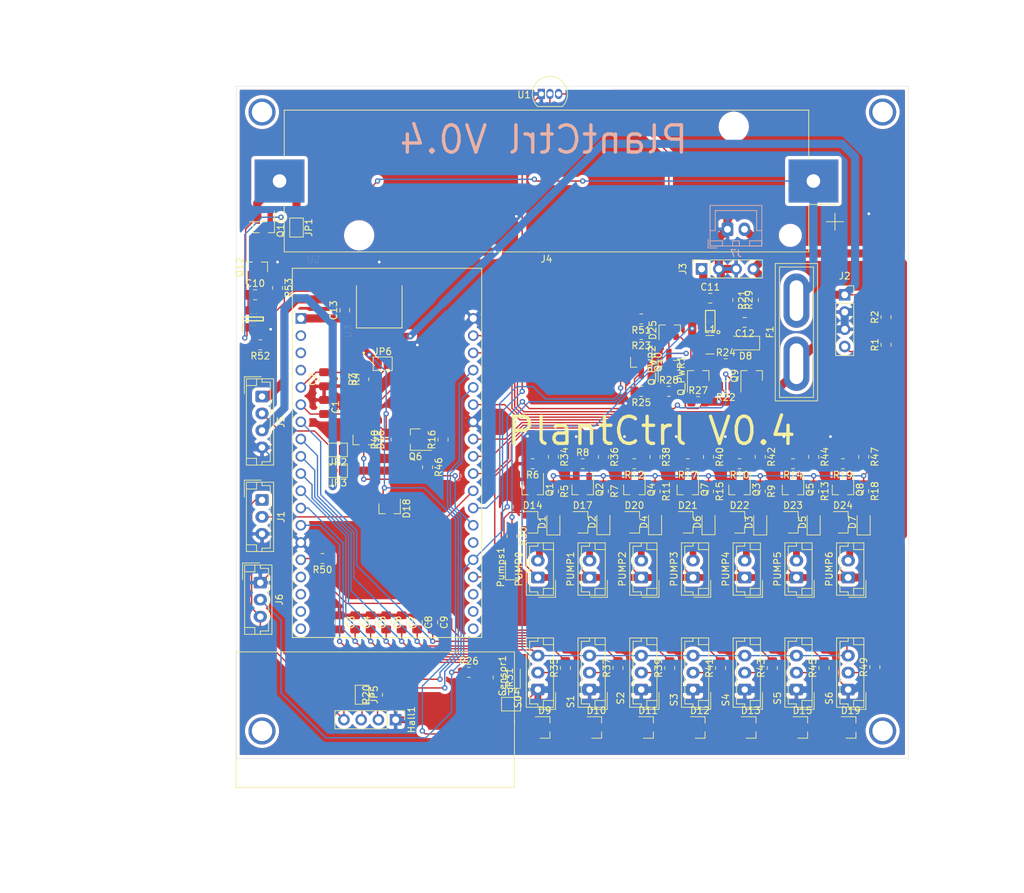
<source format=kicad_pcb>
(kicad_pcb (version 20171130) (host pcbnew "(5.1.5)-3")
  (layers (0 F.Cu signal) (31 B.Cu signal) (34 B.Paste user) (35 F.Paste user) (36 B.SilkS user) (37 F.SilkS user) (38 B.Mask user) (39 F.Mask user) (44 Edge.Cuts user))
  (net 0 "")
  (net 1 PLANT1_PUMP)
  (net 2 PLANT2_PUMP)
  (net 3 PLANT3_PUMP)
  (net 4 PLANT4_PUMP)
  (net 5 PLANT5_PUMP)
  (net 6 PLANT6_PUMP)
  (net 7 GND)
  (net 8 PLANT6_MOIST)
  (net 9 PLANT5_MOIST)
  (net 10 PLANT4_MOIST)
  (net 11 PLANT3_MOIST)
  (net 12 PLANT2_MOIST)
  (net 13 PLANT1_MOIST)
  (net 14 PLANT_CTRL_PUMP_0)
  (net 15 LIPO+)
  (net 16 SOLAR_IN)
  (net 17 PUMP_PWR)
  (net 18 PWR_PUMP_CONVERTER)
  (net 19 "Net-(J5-Pad3)")
  (net 20 3_3V)
  (net 21 Temp)
  (net 22 PLANT0_PUMP)
  (net 23 CUSTOM_GPIO)
  (net 24 PWR_SENSORS)
  (net 25 PLANT0_MOIST)
  (net 26 "Net-(C1-Pad2)")
  (net 27 "Net-(C2-Pad2)")
  (net 28 "Net-(R35-Pad1)")
  (net 29 PLANT_CTRL_PUMP_1)
  (net 30 "Net-(R37-Pad1)")
  (net 31 PLANT_CTRL_PUMP_2)
  (net 32 "Net-(R39-Pad1)")
  (net 33 PLANT_CTRL_PUMP_3)
  (net 34 "Net-(R41-Pad1)")
  (net 35 PLANT_CTRL_PUMP_4)
  (net 36 "Net-(R43-Pad1)")
  (net 37 PLANT_CTRL_PUMP_5)
  (net 38 "Net-(R45-Pad1)")
  (net 39 PLANT_CTRL_PUMP_6)
  (net 40 "Net-(R49-Pad1)")
  (net 41 PUMP_ENABLE)
  (net 42 SENSORS_ENABLE)
  (net 43 GND_BATT)
  (net 44 "Net-(C10-Pad2)")
  (net 45 VCC_BATT)
  (net 46 LIPO_OD)
  (net 47 LIPO_OC)
  (net 48 "Net-(Q11-Pad3)")
  (net 49 "Net-(D8-Pad2)")
  (net 50 "Net-(D18-Pad3)")
  (net 51 "Net-(Hall1-Pad3)")
  (net 52 "Net-(Hall1-Pad2)")
  (net 53 "Net-(IC1-Pad2)")
  (net 54 "Net-(JP3-Pad1)")
  (net 55 "Net-(JP4-Pad1)")
  (net 56 "Net-(JP5-Pad1)")
  (net 57 "Net-(R20-Pad2)")
  (net 58 "Net-(R21-Pad2)")
  (net 59 "Net-(D1-Pad2)")
  (net 60 "Net-(D2-Pad2)")
  (net 61 "Net-(D3-Pad2)")
  (net 62 "Net-(D4-Pad2)")
  (net 63 "Net-(D5-Pad2)")
  (net 64 "Net-(D6-Pad2)")
  (net 65 "Net-(D7-Pad2)")
  (net 66 "Net-(Pumps1-Pad2)")
  (net 67 "Net-(Q1-Pad1)")
  (net 68 "Net-(Q2-Pad1)")
  (net 69 "Net-(Q3-Pad1)")
  (net 70 "Net-(Q4-Pad1)")
  (net 71 "Net-(Q5-Pad1)")
  (net 72 "Net-(Q6-Pad1)")
  (net 73 "Net-(Q7-Pad1)")
  (net 74 "Net-(Q8-Pad1)")
  (net 75 "Net-(Q9-Pad3)")
  (net 76 "Net-(Q9-Pad1)")
  (net 77 "Net-(Q10-Pad3)")
  (net 78 "Net-(Q10-Pad1)")
  (net 79 "Net-(Q_PWR1-Pad1)")
  (net 80 "Net-(Q_PWR2-Pad1)")
  (net 81 "Net-(R31-Pad1)")
  (net 82 "Net-(J5-Pad2)")
  (module LED_SMD:LED_0805_2012Metric_Pad1.15x1.40mm_HandSolder (layer F.Cu) (at 211.074 127.508 90)
    (fp_text reference Sensor1 (at 0 -1.65 90) (layer F.SilkS))
    (fp_text value LED)
    (pad 2 smd roundrect (at 1.025 0 90) (size 1.15 1.4) (layers F.Cu F.Paste F.Mask) (roundrect_rratio 0.217391) (net 81 "Net-(R31-Pad1)"))
    (pad 1 smd roundrect (at -1.025 0 90) (size 1.15 1.4) (layers F.Cu F.Paste F.Mask) (roundrect_rratio 0.217391) (net 55 "Net-(JP4-Pad1)"))
  )
  (module LED_SMD:LED_0805_2012Metric_Pad1.15x1.40mm_HandSolder (layer F.Cu) (at 210.82 111.506 90)
    (fp_text reference Pumps1 (at 0 -1.65 90) (layer F.SilkS))
    (fp_text value LED)
    (pad 2 smd roundrect (at 1.025 0 90) (size 1.15 1.4) (layers F.Cu F.Paste F.Mask) (roundrect_rratio 0.217391) (net 66 "Net-(Pumps1-Pad2)"))
    (pad 1 smd roundrect (at -1.025 0 90) (size 1.15 1.4) (layers F.Cu F.Paste F.Mask) (roundrect_rratio 0.217391) (net 7 GND))
  )
  (module LED_SMD:LED_0805_2012Metric_Pad1.15x1.40mm_HandSolder (layer F.Cu) (at 262.636 104.902 90)
    (fp_text reference D7 (at 0 -1.65 90) (layer F.SilkS))
    (fp_text value LED_Blue)
    (pad 2 smd roundrect (at 1.025 0 90) (size 1.15 1.4) (layers F.Cu F.Paste F.Mask) (roundrect_rratio 0.217391) (net 65 "Net-(D7-Pad2)"))
    (pad 1 smd roundrect (at -1.025 0 90) (size 1.15 1.4) (layers F.Cu F.Paste F.Mask) (roundrect_rratio 0.217391) (net 6 PLANT6_PUMP))
  )
  (module LED_SMD:LED_0805_2012Metric_Pad1.15x1.40mm_HandSolder (layer F.Cu) (at 239.776 104.8655 90)
    (fp_text reference D6 (at 0 -1.65 90) (layer F.SilkS))
    (fp_text value LED)
    (pad 2 smd roundrect (at 1.025 0 90) (size 1.15 1.4) (layers F.Cu F.Paste F.Mask) (roundrect_rratio 0.217391) (net 64 "Net-(D6-Pad2)"))
    (pad 1 smd roundrect (at -1.025 0 90) (size 1.15 1.4) (layers F.Cu F.Paste F.Mask) (roundrect_rratio 0.217391) (net 3 PLANT3_PUMP))
  )
  (module LED_SMD:LED_0805_2012Metric_Pad1.15x1.40mm_HandSolder (layer F.Cu) (at 255.27 104.902 90)
    (fp_text reference D5 (at 0 -1.65 90) (layer F.SilkS))
    (fp_text value LED)
    (pad 2 smd roundrect (at 1.025 0 90) (size 1.15 1.4) (layers F.Cu F.Paste F.Mask) (roundrect_rratio 0.217391) (net 63 "Net-(D5-Pad2)"))
    (pad 1 smd roundrect (at -1.025 0 90) (size 1.15 1.4) (layers F.Cu F.Paste F.Mask) (roundrect_rratio 0.217391) (net 5 PLANT5_PUMP))
  )
  (module LED_SMD:LED_0805_2012Metric_Pad1.15x1.40mm_HandSolder (layer F.Cu) (at 231.902 104.8655 90)
    (fp_text reference D4 (at 0 -1.65 90) (layer F.SilkS))
    (fp_text value LED_Blue)
    (pad 2 smd roundrect (at 1.025 0 90) (size 1.15 1.4) (layers F.Cu F.Paste F.Mask) (roundrect_rratio 0.217391) (net 62 "Net-(D4-Pad2)"))
    (pad 1 smd roundrect (at -1.025 0 90) (size 1.15 1.4) (layers F.Cu F.Paste F.Mask) (roundrect_rratio 0.217391) (net 2 PLANT2_PUMP))
  )
  (module LED_SMD:LED_0805_2012Metric_Pad1.15x1.40mm_HandSolder (layer F.Cu) (at 247.396 104.902 90)
    (fp_text reference D3 (at 0 -1.65 90) (layer F.SilkS))
    (fp_text value LED_Blue)
    (pad 2 smd roundrect (at 1.025 0 90) (size 1.15 1.4) (layers F.Cu F.Paste F.Mask) (roundrect_rratio 0.217391) (net 61 "Net-(D3-Pad2)"))
    (pad 1 smd roundrect (at -1.025 0 90) (size 1.15 1.4) (layers F.Cu F.Paste F.Mask) (roundrect_rratio 0.217391) (net 4 PLANT4_PUMP))
  )
  (module LED_SMD:LED_0805_2012Metric_Pad1.15x1.40mm_HandSolder (layer F.Cu) (at 224.282 104.8655 90)
    (fp_text reference D2 (at 0 -1.65 90) (layer F.SilkS))
    (fp_text value LED)
    (pad 2 smd roundrect (at 1.025 0 90) (size 1.15 1.4) (layers F.Cu F.Paste F.Mask) (roundrect_rratio 0.217391) (net 60 "Net-(D2-Pad2)"))
    (pad 1 smd roundrect (at -1.025 0 90) (size 1.15 1.4) (layers F.Cu F.Paste F.Mask) (roundrect_rratio 0.217391) (net 1 PLANT1_PUMP))
  )
  (module LED_SMD:LED_0805_2012Metric_Pad1.15x1.40mm_HandSolder (layer F.Cu) (at 216.916 104.902 90)
    (fp_text reference D1 (at 0 -1.65 90) (layer F.SilkS))
    (fp_text value LED_Blue)
    (pad 2 smd roundrect (at 1.025 0 90) (size 1.15 1.4) (layers F.Cu F.Paste F.Mask) (roundrect_rratio 0.217391) (net 59 "Net-(D1-Pad2)"))
    (pad 1 smd roundrect (at -1.025 0 90) (size 1.15 1.4) (layers F.Cu F.Paste F.Mask) (roundrect_rratio 0.217391) (net 22 PLANT0_PUMP))
  )
  (module Capacitor_SMD:C_0805_2012Metric_Pad1.15x1.40mm_HandSolder (layer F.Cu) (at 186.182 73.66 90)
    (fp_text reference C13 (at 0 -1.65 90) (layer F.SilkS))
    (fp_text value 22uf)
    (pad 2 smd roundrect (at 1.025 0 90) (size 1.15 1.4) (layers F.Cu F.Paste F.Mask) (roundrect_rratio 0.217391) (net 7 GND))
    (pad 1 smd roundrect (at -1.025 0 90) (size 1.15 1.4) (layers F.Cu F.Paste F.Mask) (roundrect_rratio 0.217391) (net 20 3_3V))
  )
  (module Capacitor_SMD:C_0805_2012Metric_Pad1.15x1.40mm_HandSolder (layer F.Cu) (at 245.11 75.438 180)
    (fp_text reference C12 (at 0 -1.65) (layer F.SilkS))
    (fp_text value 22uf)
    (pad 2 smd roundrect (at 1.025 0 180) (size 1.15 1.4) (layers F.Cu F.Paste F.Mask) (roundrect_rratio 0.217391) (net 7 GND))
    (pad 1 smd roundrect (at -1.025 0 180) (size 1.15 1.4) (layers F.Cu F.Paste F.Mask) (roundrect_rratio 0.217391) (net 17 PUMP_PWR))
  )
  (module Capacitor_SMD:C_0805_2012Metric_Pad1.15x1.40mm_HandSolder (layer F.Cu) (at 240.03 71.882)
    (fp_text reference C11 (at 0 -1.65) (layer F.SilkS))
    (fp_text value 22uf)
    (pad 2 smd roundrect (at 1.025 0) (size 1.15 1.4) (layers F.Cu F.Paste F.Mask) (roundrect_rratio 0.217391) (net 7 GND))
    (pad 1 smd roundrect (at -1.025 0) (size 1.15 1.4) (layers F.Cu F.Paste F.Mask) (roundrect_rratio 0.217391) (net 18 PWR_PUMP_CONVERTER))
  )
  (module Package_TO_SOT_SMD:SOT-23 (layer F.Cu) (at 234.061 76.581 90)
    (fp_text reference D25 (at 0 -2.5 90) (layer F.SilkS))
    (fp_text value BAS40-04)
    (pad 3 smd rect (at 1 0 90) (size 0.9 0.8) (layers F.Cu F.Paste F.Mask) (net 24 PWR_SENSORS))
    (pad 2 smd rect (at -1 0.95 90) (size 0.9 0.8) (layers F.Cu F.Paste F.Mask) (net 15 LIPO+))
    (pad 1 smd rect (at -1 -0.95 90) (size 0.9 0.8) (layers F.Cu F.Paste F.Mask) (net 7 GND))
  )
  (module Jumper:SolderJumper-2_P1.3mm_Bridged_Pad1.0x1.5mm (layer F.Cu) (at 210.678 131.684)
    (fp_text reference JP4 (at 0 -1.8) (layer F.SilkS))
    (fp_text value SolderJumper_2_Open)
    (fp_poly (pts (xy -0.25 -0.3) (xy 0.25 -0.3) (xy 0.25 0.3) (xy -0.25 0.3)) (layer F.Cu) (width 0))
    (pad 2 smd rect (at 0.65 0) (size 1 1.5) (layers F.Cu F.Mask) (net 7 GND))
    (pad 1 smd rect (at -0.65 0) (size 1 1.5) (layers F.Cu F.Mask) (net 55 "Net-(JP4-Pad1)"))
  )
  (module Capacitor_SMD:C_0805_2012Metric_Pad1.18x1.45mm_HandSolder (layer F.Cu) (at 183.134 87.9055 270)
    (fp_text reference C1 (at 0 -1.68 90) (layer F.SilkS))
    (fp_text value 1u)
    (pad 2 smd roundrect (at 1.0375 0 270) (size 1.175 1.45) (layers F.Cu F.Paste F.Mask) (roundrect_rratio 0.212766) (net 26 "Net-(C1-Pad2)"))
    (pad 1 smd roundrect (at -1.0375 0 270) (size 1.175 1.45) (layers F.Cu F.Paste F.Mask) (roundrect_rratio 0.212766) (net 7 GND))
  )
  (module Connector_PinSocket_2.54mm:PinSocket_1x04_P2.54mm_Vertical (layer F.Cu) (at 259.842 71.374)
    (fp_text reference J2 (at 0 -2.77) (layer F.SilkS))
    (fp_text value Conn_01x04)
    (pad 4 thru_hole oval (at 0 7.62) (size 1.7 1.7) (drill 1) (layers *.Cu *.Mask) (net 16 SOLAR_IN))
    (pad 3 thru_hole oval (at 0 5.08) (size 1.7 1.7) (drill 1) (layers *.Cu *.Mask) (net 7 GND))
    (pad 2 thru_hole oval (at 0 2.54) (size 1.7 1.7) (drill 1) (layers *.Cu *.Mask) (net 7 GND))
    (pad 1 thru_hole rect (at 0 0) (size 1.7 1.7) (drill 1) (layers *.Cu *.Mask) (net 15 LIPO+))
  )
  (module ESP32:SR04M-2PinHeader_1x04_P2.54mm_Vertical (layer F.Cu) (at 193.675 133.985 270)
    (fp_text reference Hall1 (at 0 -2.33 90) (layer F.SilkS))
    (fp_text value Conn_01x04)
    (pad 4 thru_hole oval (at 0 7.62 270) (size 1.7 1.7) (drill 1) (layers *.Cu *.Mask) (net 24 PWR_SENSORS))
    (pad 3 thru_hole oval (at 0 5.08 270) (size 1.7 1.7) (drill 1) (layers *.Cu *.Mask) (net 51 "Net-(Hall1-Pad3)"))
    (pad 2 thru_hole oval (at 0 2.54 270) (size 1.7 1.7) (drill 1) (layers *.Cu *.Mask) (net 52 "Net-(Hall1-Pad2)"))
    (pad 1 thru_hole rect (at 0 0 270) (size 1.7 1.7) (drill 1) (layers *.Cu *.Mask) (net 7 GND))
  )
  (module ESP32:DPAK457P991X255-3N (layer F.Cu) (at 191.262 73.914 90)
    (fp_text reference U3 (at -2.825 -4.635 90) (layer F.SilkS) (effects (font (thickness 0.015))))
    (fp_text value LP38690DT-3.3)
    (pad 4 smd rect (at 2.32 0 90) (size 6.49 5.63) (layers F.Cu F.Mask) (net 7 GND))
    (pad 3 smd rect (at -4.45 2.285 90) (size 2.22 0.96) (layers F.Cu F.Paste F.Mask) (net 15 LIPO+))
    (pad 1 smd rect (at -4.45 -2.285 90) (size 2.22 0.96) (layers F.Cu F.Paste F.Mask) (net 20 3_3V))
  )
  (module Resistor_SMD:R_0805_2012Metric_Pad1.20x1.40mm_HandSolder (layer F.Cu) (at 229.87 74.93 180)
    (fp_text reference R51 (at 0 -1.65) (layer F.SilkS))
    (fp_text value 1k)
    (pad 2 smd roundrect (at 1 0 180) (size 1.2 1.4) (layers F.Cu F.Paste F.Mask) (roundrect_rratio 0.208333) (net 42 SENSORS_ENABLE))
    (pad 1 smd roundrect (at -1 0 180) (size 1.2 1.4) (layers F.Cu F.Paste F.Mask) (roundrect_rratio 0.208333) (net 78 "Net-(Q10-Pad1)"))
  )
  (module Resistor_SMD:R_0805_2012Metric_Pad1.20x1.40mm_HandSolder (layer F.Cu) (at 182.896 110.236 180)
    (fp_text reference R50 (at 0 -1.65) (layer F.SilkS))
    (fp_text value 1k)
    (pad 2 smd roundrect (at 1 0 180) (size 1.2 1.4) (layers F.Cu F.Paste F.Mask) (roundrect_rratio 0.208333) (net 41 PUMP_ENABLE))
    (pad 1 smd roundrect (at -1 0 180) (size 1.2 1.4) (layers F.Cu F.Paste F.Mask) (roundrect_rratio 0.208333) (net 76 "Net-(Q9-Pad1)"))
  )
  (module Resistor_SMD:R_0805_2012Metric_Pad1.20x1.40mm_HandSolder (layer F.Cu) (at 264.287 126.238 90)
    (fp_text reference R49 (at 0 -1.65 90) (layer F.SilkS))
    (fp_text value 1k)
    (pad 2 smd roundrect (at 1 0 90) (size 1.2 1.4) (layers F.Cu F.Paste F.Mask) (roundrect_rratio 0.208333) (net 8 PLANT6_MOIST))
    (pad 1 smd roundrect (at -1 0 90) (size 1.2 1.4) (layers F.Cu F.Paste F.Mask) (roundrect_rratio 0.208333) (net 40 "Net-(R49-Pad1)"))
  )
  (module Resistor_SMD:R_0805_2012Metric_Pad1.20x1.40mm_HandSolder (layer F.Cu) (at 192.278 92.71 90)
    (fp_text reference R48 (at 0 -1.65 90) (layer F.SilkS))
    (fp_text value 10k)
    (pad 2 smd roundrect (at 1 0 90) (size 1.2 1.4) (layers F.Cu F.Paste F.Mask) (roundrect_rratio 0.208333) (net 20 3_3V))
    (pad 1 smd roundrect (at -1 0 90) (size 1.2 1.4) (layers F.Cu F.Paste F.Mask) (roundrect_rratio 0.208333) (net 54 "Net-(JP3-Pad1)"))
  )
  (module Resistor_SMD:R_0805_2012Metric_Pad1.20x1.40mm_HandSolder (layer F.Cu) (at 262.636 95.25 270)
    (fp_text reference R47 (at 0 -1.65 90) (layer F.SilkS))
    (fp_text value 1k)
    (pad 2 smd roundrect (at 1 0 270) (size 1.2 1.4) (layers F.Cu F.Paste F.Mask) (roundrect_rratio 0.208333) (net 74 "Net-(Q8-Pad1)"))
    (pad 1 smd roundrect (at -1 0 270) (size 1.2 1.4) (layers F.Cu F.Paste F.Mask) (roundrect_rratio 0.208333) (net 39 PLANT_CTRL_PUMP_6))
  )
  (module Resistor_SMD:R_0805_2012Metric_Pad1.20x1.40mm_HandSolder (layer F.Cu) (at 198.374 96.774 270)
    (fp_text reference R46 (at 0 -1.65 90) (layer F.SilkS))
    (fp_text value 1k)
    (pad 2 smd roundrect (at 1 0 270) (size 1.2 1.4) (layers F.Cu F.Paste F.Mask) (roundrect_rratio 0.208333) (net 23 CUSTOM_GPIO))
    (pad 1 smd roundrect (at -1 0 270) (size 1.2 1.4) (layers F.Cu F.Paste F.Mask) (roundrect_rratio 0.208333) (net 72 "Net-(Q6-Pad1)"))
  )
  (module Resistor_SMD:R_0805_2012Metric_Pad1.20x1.40mm_HandSolder (layer F.Cu) (at 256.794 126.365 90)
    (fp_text reference R45 (at 0 -1.65 90) (layer F.SilkS))
    (fp_text value 1k)
    (pad 2 smd roundrect (at 1 0 90) (size 1.2 1.4) (layers F.Cu F.Paste F.Mask) (roundrect_rratio 0.208333) (net 9 PLANT5_MOIST))
    (pad 1 smd roundrect (at -1 0 90) (size 1.2 1.4) (layers F.Cu F.Paste F.Mask) (roundrect_rratio 0.208333) (net 38 "Net-(R45-Pad1)"))
  )
  (module Resistor_SMD:R_0805_2012Metric_Pad1.20x1.40mm_HandSolder (layer F.Cu) (at 255.27 95.25 270)
    (fp_text reference R44 (at 0 -1.65 90) (layer F.SilkS))
    (fp_text value 1k)
    (pad 2 smd roundrect (at 1 0 270) (size 1.2 1.4) (layers F.Cu F.Paste F.Mask) (roundrect_rratio 0.208333) (net 71 "Net-(Q5-Pad1)"))
    (pad 1 smd roundrect (at -1 0 270) (size 1.2 1.4) (layers F.Cu F.Paste F.Mask) (roundrect_rratio 0.208333) (net 37 PLANT_CTRL_PUMP_5))
  )
  (module Resistor_SMD:R_0805_2012Metric_Pad1.20x1.40mm_HandSolder (layer F.Cu) (at 249.174 126.365 90)
    (fp_text reference R43 (at 0 -1.65 90) (layer F.SilkS))
    (fp_text value 1k)
    (pad 2 smd roundrect (at 1 0 90) (size 1.2 1.4) (layers F.Cu F.Paste F.Mask) (roundrect_rratio 0.208333) (net 10 PLANT4_MOIST))
    (pad 1 smd roundrect (at -1 0 90) (size 1.2 1.4) (layers F.Cu F.Paste F.Mask) (roundrect_rratio 0.208333) (net 36 "Net-(R43-Pad1)"))
  )
  (module Resistor_SMD:R_0805_2012Metric_Pad1.20x1.40mm_HandSolder (layer F.Cu) (at 247.396 95.25 270)
    (fp_text reference R42 (at 0 -1.65 90) (layer F.SilkS))
    (fp_text value 1k)
    (pad 2 smd roundrect (at 1 0 270) (size 1.2 1.4) (layers F.Cu F.Paste F.Mask) (roundrect_rratio 0.208333) (net 69 "Net-(Q3-Pad1)"))
    (pad 1 smd roundrect (at -1 0 270) (size 1.2 1.4) (layers F.Cu F.Paste F.Mask) (roundrect_rratio 0.208333) (net 35 PLANT_CTRL_PUMP_4))
  )
  (module Resistor_SMD:R_0805_2012Metric_Pad1.20x1.40mm_HandSolder (layer F.Cu) (at 241.554 126.365 90)
    (fp_text reference R41 (at 0 -1.65 90) (layer F.SilkS))
    (fp_text value 1k)
    (pad 2 smd roundrect (at 1 0 90) (size 1.2 1.4) (layers F.Cu F.Paste F.Mask) (roundrect_rratio 0.208333) (net 11 PLANT3_MOIST))
    (pad 1 smd roundrect (at -1 0 90) (size 1.2 1.4) (layers F.Cu F.Paste F.Mask) (roundrect_rratio 0.208333) (net 34 "Net-(R41-Pad1)"))
  )
  (module Resistor_SMD:R_0805_2012Metric_Pad1.20x1.40mm_HandSolder (layer F.Cu) (at 239.776 95.266 270)
    (fp_text reference R40 (at 0 -1.65 90) (layer F.SilkS))
    (fp_text value 1k)
    (pad 2 smd roundrect (at 1 0 270) (size 1.2 1.4) (layers F.Cu F.Paste F.Mask) (roundrect_rratio 0.208333) (net 73 "Net-(Q7-Pad1)"))
    (pad 1 smd roundrect (at -1 0 270) (size 1.2 1.4) (layers F.Cu F.Paste F.Mask) (roundrect_rratio 0.208333) (net 33 PLANT_CTRL_PUMP_3))
  )
  (module Resistor_SMD:R_0805_2012Metric_Pad1.20x1.40mm_HandSolder (layer F.Cu) (at 234.061 126.365 90)
    (fp_text reference R39 (at 0 -1.65 90) (layer F.SilkS))
    (fp_text value 1k)
    (pad 2 smd roundrect (at 1 0 90) (size 1.2 1.4) (layers F.Cu F.Paste F.Mask) (roundrect_rratio 0.208333) (net 12 PLANT2_MOIST))
    (pad 1 smd roundrect (at -1 0 90) (size 1.2 1.4) (layers F.Cu F.Paste F.Mask) (roundrect_rratio 0.208333) (net 32 "Net-(R39-Pad1)"))
  )
  (module Resistor_SMD:R_0805_2012Metric_Pad1.20x1.40mm_HandSolder (layer F.Cu) (at 231.902 95.266 270)
    (fp_text reference R38 (at 0 -1.65 90) (layer F.SilkS))
    (fp_text value 1k)
    (pad 2 smd roundrect (at 1 0 270) (size 1.2 1.4) (layers F.Cu F.Paste F.Mask) (roundrect_rratio 0.208333) (net 70 "Net-(Q4-Pad1)"))
    (pad 1 smd roundrect (at -1 0 270) (size 1.2 1.4) (layers F.Cu F.Paste F.Mask) (roundrect_rratio 0.208333) (net 31 PLANT_CTRL_PUMP_2))
  )
  (module Resistor_SMD:R_0805_2012Metric_Pad1.20x1.40mm_HandSolder (layer F.Cu) (at 226.441 126.349 90)
    (fp_text reference R37 (at 0 -1.65 90) (layer F.SilkS))
    (fp_text value 10k)
    (pad 2 smd roundrect (at 1 0 90) (size 1.2 1.4) (layers F.Cu F.Paste F.Mask) (roundrect_rratio 0.208333) (net 13 PLANT1_MOIST))
    (pad 1 smd roundrect (at -1 0 90) (size 1.2 1.4) (layers F.Cu F.Paste F.Mask) (roundrect_rratio 0.208333) (net 30 "Net-(R37-Pad1)"))
  )
  (module Resistor_SMD:R_0805_2012Metric_Pad1.20x1.40mm_HandSolder (layer F.Cu) (at 224.282 95.266 270)
    (fp_text reference R36 (at 0 -1.65 90) (layer F.SilkS))
    (fp_text value 1k)
    (pad 2 smd roundrect (at 1 0 270) (size 1.2 1.4) (layers F.Cu F.Paste F.Mask) (roundrect_rratio 0.208333) (net 68 "Net-(Q2-Pad1)"))
    (pad 1 smd roundrect (at -1 0 270) (size 1.2 1.4) (layers F.Cu F.Paste F.Mask) (roundrect_rratio 0.208333) (net 29 PLANT_CTRL_PUMP_1))
  )
  (module Resistor_SMD:R_0805_2012Metric_Pad1.20x1.40mm_HandSolder (layer F.Cu) (at 218.694 126.349 90)
    (fp_text reference R35 (at 0 -1.65 90) (layer F.SilkS))
    (fp_text value 10k)
    (pad 2 smd roundrect (at 1 0 90) (size 1.2 1.4) (layers F.Cu F.Paste F.Mask) (roundrect_rratio 0.208333) (net 25 PLANT0_MOIST))
    (pad 1 smd roundrect (at -1 0 90) (size 1.2 1.4) (layers F.Cu F.Paste F.Mask) (roundrect_rratio 0.208333) (net 28 "Net-(R35-Pad1)"))
  )
  (module Resistor_SMD:R_0805_2012Metric_Pad1.20x1.40mm_HandSolder (layer F.Cu) (at 216.916 95.25 270)
    (fp_text reference R34 (at 0 -1.65 90) (layer F.SilkS))
    (fp_text value 1k)
    (pad 2 smd roundrect (at 1 0 270) (size 1.2 1.4) (layers F.Cu F.Paste F.Mask) (roundrect_rratio 0.208333) (net 67 "Net-(Q1-Pad1)"))
    (pad 1 smd roundrect (at -1 0 270) (size 1.2 1.4) (layers F.Cu F.Paste F.Mask) (roundrect_rratio 0.208333) (net 14 PLANT_CTRL_PUMP_0))
  )
  (module Resistor_SMD:R_0805_2012Metric_Pad1.20x1.40mm_HandSolder (layer F.Cu) (at 208.788 127.762 270)
    (fp_text reference R31 (at 0 -1.65 90) (layer F.SilkS))
    (fp_text value 255)
    (pad 2 smd roundrect (at 1 0 270) (size 1.2 1.4) (layers F.Cu F.Paste F.Mask) (roundrect_rratio 0.208333) (net 24 PWR_SENSORS))
    (pad 1 smd roundrect (at -1 0 270) (size 1.2 1.4) (layers F.Cu F.Paste F.Mask) (roundrect_rratio 0.208333) (net 81 "Net-(R31-Pad1)"))
  )
  (module Resistor_SMD:R_0805_2012Metric_Pad1.20x1.40mm_HandSolder (layer F.Cu) (at 210.82 106.934 270)
    (fp_text reference R30 (at 0 -1.65 90) (layer F.SilkS))
    (fp_text value 255)
    (pad 2 smd roundrect (at 1 0 270) (size 1.2 1.4) (layers F.Cu F.Paste F.Mask) (roundrect_rratio 0.208333) (net 66 "Net-(Pumps1-Pad2)"))
    (pad 1 smd roundrect (at -1 0 270) (size 1.2 1.4) (layers F.Cu F.Paste F.Mask) (roundrect_rratio 0.208333) (net 18 PWR_PUMP_CONVERTER))
  )
  (module Resistor_SMD:R_0805_2012Metric_Pad1.20x1.40mm_HandSolder (layer F.Cu) (at 233.934 85.598)
    (fp_text reference R28 (at 0 -1.65) (layer F.SilkS))
    (fp_text value 10k)
    (pad 2 smd roundrect (at 1 0) (size 1.2 1.4) (layers F.Cu F.Paste F.Mask) (roundrect_rratio 0.208333) (net 15 LIPO+))
    (pad 1 smd roundrect (at -1 0) (size 1.2 1.4) (layers F.Cu F.Paste F.Mask) (roundrect_rratio 0.208333) (net 80 "Net-(Q_PWR2-Pad1)"))
  )
  (module Resistor_SMD:R_0805_2012Metric_Pad1.20x1.40mm_HandSolder (layer F.Cu) (at 238.252 87.122)
    (fp_text reference R27 (at 0 -1.65) (layer F.SilkS))
    (fp_text value 10k)
    (pad 2 smd roundrect (at 1 0) (size 1.2 1.4) (layers F.Cu F.Paste F.Mask) (roundrect_rratio 0.208333) (net 15 LIPO+))
    (pad 1 smd roundrect (at -1 0) (size 1.2 1.4) (layers F.Cu F.Paste F.Mask) (roundrect_rratio 0.208333) (net 79 "Net-(Q_PWR1-Pad1)"))
  )
  (module Resistor_SMD:R_0805_2012Metric_Pad1.20x1.40mm_HandSolder (layer F.Cu) (at 204.47 127)
    (fp_text reference R26 (at 0 -1.65) (layer F.SilkS))
    (fp_text value 4k7)
    (pad 2 smd roundrect (at 1 0) (size 1.2 1.4) (layers F.Cu F.Paste F.Mask) (roundrect_rratio 0.208333) (net 24 PWR_SENSORS))
    (pad 1 smd roundrect (at -1 0) (size 1.2 1.4) (layers F.Cu F.Paste F.Mask) (roundrect_rratio 0.208333) (net 21 Temp))
  )
  (module Resistor_SMD:R_0805_2012Metric_Pad1.20x1.40mm_HandSolder (layer F.Cu) (at 229.87 85.598 180)
    (fp_text reference R25 (at 0 -1.65) (layer F.SilkS))
    (fp_text value 10k)
    (pad 2 smd roundrect (at 1 0 180) (size 1.2 1.4) (layers F.Cu F.Paste F.Mask) (roundrect_rratio 0.208333) (net 77 "Net-(Q10-Pad3)"))
    (pad 1 smd roundrect (at -1 0 180) (size 1.2 1.4) (layers F.Cu F.Paste F.Mask) (roundrect_rratio 0.208333) (net 80 "Net-(Q_PWR2-Pad1)"))
  )
  (module Resistor_SMD:R_0805_2012Metric_Pad1.20x1.40mm_HandSolder (layer F.Cu) (at 242.316 81.534)
    (fp_text reference R24 (at 0 -1.65) (layer F.SilkS))
    (fp_text value 10k)
    (pad 2 smd roundrect (at 1 0) (size 1.2 1.4) (layers F.Cu F.Paste F.Mask) (roundrect_rratio 0.208333) (net 75 "Net-(Q9-Pad3)"))
    (pad 1 smd roundrect (at -1 0) (size 1.2 1.4) (layers F.Cu F.Paste F.Mask) (roundrect_rratio 0.208333) (net 79 "Net-(Q_PWR1-Pad1)"))
  )
  (module Resistor_SMD:R_0805_2012Metric_Pad1.20x1.40mm_HandSolder (layer F.Cu) (at 229.87 77.216 180)
    (fp_text reference R23 (at 0 -1.65) (layer F.SilkS))
    (fp_text value 10k)
    (pad 2 smd roundrect (at 1 0 180) (size 1.2 1.4) (layers F.Cu F.Paste F.Mask) (roundrect_rratio 0.208333) (net 7 GND))
    (pad 1 smd roundrect (at -1 0 180) (size 1.2 1.4) (layers F.Cu F.Paste F.Mask) (roundrect_rratio 0.208333) (net 78 "Net-(Q10-Pad1)"))
  )
  (module Resistor_SMD:R_0805_2012Metric_Pad1.20x1.40mm_HandSolder (layer F.Cu) (at 242.316 84.836 180)
    (fp_text reference R22 (at 0 -1.65) (layer F.SilkS))
    (fp_text value 10k)
    (pad 2 smd roundrect (at 1 0 180) (size 1.2 1.4) (layers F.Cu F.Paste F.Mask) (roundrect_rratio 0.208333) (net 7 GND))
    (pad 1 smd roundrect (at -1 0 180) (size 1.2 1.4) (layers F.Cu F.Paste F.Mask) (roundrect_rratio 0.208333) (net 76 "Net-(Q9-Pad1)"))
  )
  (module Resistor_SMD:R_0805_2012Metric_Pad1.20x1.40mm_HandSolder (layer F.Cu) (at 259.572 96.266 180)
    (fp_text reference R19 (at 0 -1.65) (layer F.SilkS))
    (fp_text value 10k)
    (pad 2 smd roundrect (at 1 0 180) (size 1.2 1.4) (layers F.Cu F.Paste F.Mask) (roundrect_rratio 0.208333) (net 7 GND))
    (pad 1 smd roundrect (at -1 0 180) (size 1.2 1.4) (layers F.Cu F.Paste F.Mask) (roundrect_rratio 0.208333) (net 74 "Net-(Q8-Pad1)"))
  )
  (module Resistor_SMD:R_0805_2012Metric_Pad1.20x1.40mm_HandSolder (layer F.Cu) (at 262.636 100.314 270)
    (fp_text reference R18 (at 0 -1.65 90) (layer F.SilkS))
    (fp_text value 255)
    (pad 2 smd roundrect (at 1 0 270) (size 1.2 1.4) (layers F.Cu F.Paste F.Mask) (roundrect_rratio 0.208333) (net 65 "Net-(D7-Pad2)"))
    (pad 1 smd roundrect (at -1 0 270) (size 1.2 1.4) (layers F.Cu F.Paste F.Mask) (roundrect_rratio 0.208333) (net 15 LIPO+))
  )
  (module Resistor_SMD:R_0805_2012Metric_Pad1.20x1.40mm_HandSolder (layer F.Cu) (at 236.712 96.266 180)
    (fp_text reference R17 (at 0 -1.65) (layer F.SilkS))
    (fp_text value 47k)
    (pad 2 smd roundrect (at 1 0 180) (size 1.2 1.4) (layers F.Cu F.Paste F.Mask) (roundrect_rratio 0.208333) (net 7 GND))
    (pad 1 smd roundrect (at -1 0 180) (size 1.2 1.4) (layers F.Cu F.Paste F.Mask) (roundrect_rratio 0.208333) (net 73 "Net-(Q7-Pad1)"))
  )
  (module Resistor_SMD:R_0805_2012Metric_Pad1.20x1.40mm_HandSolder (layer F.Cu) (at 200.66 92.71 90)
    (fp_text reference R16 (at 0 -1.65 90) (layer F.SilkS))
    (fp_text value 10k)
    (pad 2 smd roundrect (at 1 0 90) (size 1.2 1.4) (layers F.Cu F.Paste F.Mask) (roundrect_rratio 0.208333) (net 7 GND))
    (pad 1 smd roundrect (at -1 0 90) (size 1.2 1.4) (layers F.Cu F.Paste F.Mask) (roundrect_rratio 0.208333) (net 72 "Net-(Q6-Pad1)"))
  )
  (module Resistor_SMD:R_0805_2012Metric_Pad1.20x1.40mm_HandSolder (layer F.Cu) (at 239.776 100.346 270)
    (fp_text reference R15 (at 0 -1.65 90) (layer F.SilkS))
    (fp_text value 255)
    (pad 2 smd roundrect (at 1 0 270) (size 1.2 1.4) (layers F.Cu F.Paste F.Mask) (roundrect_rratio 0.208333) (net 64 "Net-(D6-Pad2)"))
    (pad 1 smd roundrect (at -1 0 270) (size 1.2 1.4) (layers F.Cu F.Paste F.Mask) (roundrect_rratio 0.208333) (net 15 LIPO+))
  )
  (module Resistor_SMD:R_0805_2012Metric_Pad1.20x1.40mm_HandSolder (layer F.Cu) (at 252.222 96.266 180)
    (fp_text reference R14 (at 0 -1.65) (layer F.SilkS))
    (fp_text value 10k)
    (pad 2 smd roundrect (at 1 0 180) (size 1.2 1.4) (layers F.Cu F.Paste F.Mask) (roundrect_rratio 0.208333) (net 7 GND))
    (pad 1 smd roundrect (at -1 0 180) (size 1.2 1.4) (layers F.Cu F.Paste F.Mask) (roundrect_rratio 0.208333) (net 71 "Net-(Q5-Pad1)"))
  )
  (module Resistor_SMD:R_0805_2012Metric_Pad1.20x1.40mm_HandSolder (layer F.Cu) (at 255.27 100.33 270)
    (fp_text reference R13 (at 0 -1.65 90) (layer F.SilkS))
    (fp_text value 255)
    (pad 2 smd roundrect (at 1 0 270) (size 1.2 1.4) (layers F.Cu F.Paste F.Mask) (roundrect_rratio 0.208333) (net 63 "Net-(D5-Pad2)"))
    (pad 1 smd roundrect (at -1 0 270) (size 1.2 1.4) (layers F.Cu F.Paste F.Mask) (roundrect_rratio 0.208333) (net 15 LIPO+))
  )
  (module Resistor_SMD:R_0805_2012Metric_Pad1.20x1.40mm_HandSolder (layer F.Cu) (at 228.838 96.266 180)
    (fp_text reference R12 (at 0 -1.65) (layer F.SilkS))
    (fp_text value 10k)
    (pad 2 smd roundrect (at 1 0 180) (size 1.2 1.4) (layers F.Cu F.Paste F.Mask) (roundrect_rratio 0.208333) (net 7 GND))
    (pad 1 smd roundrect (at -1 0 180) (size 1.2 1.4) (layers F.Cu F.Paste F.Mask) (roundrect_rratio 0.208333) (net 70 "Net-(Q4-Pad1)"))
  )
  (module Resistor_SMD:R_0805_2012Metric_Pad1.20x1.40mm_HandSolder (layer F.Cu) (at 231.902 100.346 270)
    (fp_text reference R11 (at 0 -1.65 90) (layer F.SilkS))
    (fp_text value 255)
    (pad 2 smd roundrect (at 1 0 270) (size 1.2 1.4) (layers F.Cu F.Paste F.Mask) (roundrect_rratio 0.208333) (net 62 "Net-(D4-Pad2)"))
    (pad 1 smd roundrect (at -1 0 270) (size 1.2 1.4) (layers F.Cu F.Paste F.Mask) (roundrect_rratio 0.208333) (net 15 LIPO+))
  )
  (module Resistor_SMD:R_0805_2012Metric_Pad1.20x1.40mm_HandSolder (layer F.Cu) (at 244.348 96.266 180)
    (fp_text reference R10 (at 0 -1.65) (layer F.SilkS))
    (fp_text value 47k)
    (pad 2 smd roundrect (at 1 0 180) (size 1.2 1.4) (layers F.Cu F.Paste F.Mask) (roundrect_rratio 0.208333) (net 7 GND))
    (pad 1 smd roundrect (at -1 0 180) (size 1.2 1.4) (layers F.Cu F.Paste F.Mask) (roundrect_rratio 0.208333) (net 69 "Net-(Q3-Pad1)"))
  )
  (module Resistor_SMD:R_0805_2012Metric_Pad1.20x1.40mm_HandSolder (layer F.Cu) (at 247.396 100.33 270)
    (fp_text reference R9 (at 0 -1.65 90) (layer F.SilkS))
    (fp_text value 255)
    (pad 2 smd roundrect (at 1 0 270) (size 1.2 1.4) (layers F.Cu F.Paste F.Mask) (roundrect_rratio 0.208333) (net 61 "Net-(D3-Pad2)"))
    (pad 1 smd roundrect (at -1 0 270) (size 1.2 1.4) (layers F.Cu F.Paste F.Mask) (roundrect_rratio 0.208333) (net 15 LIPO+))
  )
  (module Resistor_SMD:R_0805_2012Metric_Pad1.20x1.40mm_HandSolder (layer F.Cu) (at 221.234 96.266)
    (fp_text reference R8 (at 0 -1.65) (layer F.SilkS))
    (fp_text value 10k)
    (pad 2 smd roundrect (at 1 0) (size 1.2 1.4) (layers F.Cu F.Paste F.Mask) (roundrect_rratio 0.208333) (net 68 "Net-(Q2-Pad1)"))
    (pad 1 smd roundrect (at -1 0) (size 1.2 1.4) (layers F.Cu F.Paste F.Mask) (roundrect_rratio 0.208333) (net 7 GND))
  )
  (module Resistor_SMD:R_0805_2012Metric_Pad1.20x1.40mm_HandSolder (layer F.Cu) (at 224.282 100.33 270)
    (fp_text reference R7 (at 0 -1.65 90) (layer F.SilkS))
    (fp_text value 255)
    (pad 2 smd roundrect (at 1 0 270) (size 1.2 1.4) (layers F.Cu F.Paste F.Mask) (roundrect_rratio 0.208333) (net 60 "Net-(D2-Pad2)"))
    (pad 1 smd roundrect (at -1 0 270) (size 1.2 1.4) (layers F.Cu F.Paste F.Mask) (roundrect_rratio 0.208333) (net 15 LIPO+))
  )
  (module Resistor_SMD:R_0805_2012Metric_Pad1.20x1.40mm_HandSolder (layer F.Cu) (at 213.868 96.266 180)
    (fp_text reference R6 (at 0 -1.65) (layer F.SilkS))
    (fp_text value 10k)
    (pad 2 smd roundrect (at 1 0 180) (size 1.2 1.4) (layers F.Cu F.Paste F.Mask) (roundrect_rratio 0.208333) (net 7 GND))
    (pad 1 smd roundrect (at -1 0 180) (size 1.2 1.4) (layers F.Cu F.Paste F.Mask) (roundrect_rratio 0.208333) (net 67 "Net-(Q1-Pad1)"))
  )
  (module Resistor_SMD:R_0805_2012Metric_Pad1.20x1.40mm_HandSolder (layer F.Cu) (at 216.916 100.33 270)
    (fp_text reference R5 (at 0 -1.65 90) (layer F.SilkS))
    (fp_text value 255)
    (pad 2 smd roundrect (at 1 0 270) (size 1.2 1.4) (layers F.Cu F.Paste F.Mask) (roundrect_rratio 0.208333) (net 59 "Net-(D1-Pad2)"))
    (pad 1 smd roundrect (at -1 0 270) (size 1.2 1.4) (layers F.Cu F.Paste F.Mask) (roundrect_rratio 0.208333) (net 15 LIPO+))
  )
  (module Resistor_SMD:R_0805_2012Metric_Pad1.20x1.40mm_HandSolder (layer F.Cu) (at 186.182 83.82 270)
    (fp_text reference R4 (at 0 -1.65 90) (layer F.SilkS))
    (fp_text value 47k)
    (pad 2 smd roundrect (at 1 0 270) (size 1.2 1.4) (layers F.Cu F.Paste F.Mask) (roundrect_rratio 0.208333) (net 7 GND))
    (pad 1 smd roundrect (at -1 0 270) (size 1.2 1.4) (layers F.Cu F.Paste F.Mask) (roundrect_rratio 0.208333) (net 27 "Net-(C2-Pad2)"))
  )
  (module Resistor_SMD:R_0805_2012Metric_Pad1.20x1.40mm_HandSolder (layer F.Cu) (at 188.976 83.82 90)
    (fp_text reference R3 (at 0 -1.65 90) (layer F.SilkS))
    (fp_text value 33k)
    (pad 2 smd roundrect (at 1 0 90) (size 1.2 1.4) (layers F.Cu F.Paste F.Mask) (roundrect_rratio 0.208333) (net 27 "Net-(C2-Pad2)"))
    (pad 1 smd roundrect (at -1 0 90) (size 1.2 1.4) (layers F.Cu F.Paste F.Mask) (roundrect_rratio 0.208333) (net 15 LIPO+))
  )
  (module Resistor_SMD:R_0805_2012Metric_Pad1.20x1.40mm_HandSolder (layer F.Cu) (at 265.938 74.676 90)
    (fp_text reference R2 (at 0 -1.65 90) (layer F.SilkS))
    (fp_text value 33k)
    (pad 2 smd roundrect (at 1 0 90) (size 1.2 1.4) (layers F.Cu F.Paste F.Mask) (roundrect_rratio 0.208333) (net 7 GND))
    (pad 1 smd roundrect (at -1 0 90) (size 1.2 1.4) (layers F.Cu F.Paste F.Mask) (roundrect_rratio 0.208333) (net 26 "Net-(C1-Pad2)"))
  )
  (module Resistor_SMD:R_0805_2012Metric_Pad1.20x1.40mm_HandSolder (layer F.Cu) (at 265.938 78.74 90)
    (fp_text reference R1 (at 0 -1.65 90) (layer F.SilkS))
    (fp_text value 100k)
    (pad 2 smd roundrect (at 1 0 90) (size 1.2 1.4) (layers F.Cu F.Paste F.Mask) (roundrect_rratio 0.208333) (net 26 "Net-(C1-Pad2)"))
    (pad 1 smd roundrect (at -1 0 90) (size 1.2 1.4) (layers F.Cu F.Paste F.Mask) (roundrect_rratio 0.208333) (net 16 SOLAR_IN))
  )
  (module Package_TO_SOT_SMD:SOT-23_Handsoldering (layer F.Cu) (at 233.934 81.788 90)
    (fp_text reference Q_PWR2 (at 0 -2.5 90) (layer F.SilkS))
    (fp_text value BSS84)
    (pad 3 smd rect (at 1.5 0 90) (size 1.9 0.8) (layers F.Cu F.Paste F.Mask) (net 24 PWR_SENSORS))
    (pad 2 smd rect (at -1.5 0.95 90) (size 1.9 0.8) (layers F.Cu F.Paste F.Mask) (net 15 LIPO+))
    (pad 1 smd rect (at -1.5 -0.95 90) (size 1.9 0.8) (layers F.Cu F.Paste F.Mask) (net 80 "Net-(Q_PWR2-Pad1)"))
  )
  (module Package_TO_SOT_SMD:SOT-23_Handsoldering (layer F.Cu) (at 238.252 83.312 90)
    (fp_text reference Q_PWR1 (at 0 -2.5 90) (layer F.SilkS))
    (fp_text value BSS84)
    (pad 3 smd rect (at 1.5 0 90) (size 1.9 0.8) (layers F.Cu F.Paste F.Mask) (net 18 PWR_PUMP_CONVERTER))
    (pad 2 smd rect (at -1.5 0.95 90) (size 1.9 0.8) (layers F.Cu F.Paste F.Mask) (net 15 LIPO+))
    (pad 1 smd rect (at -1.5 -0.95 90) (size 1.9 0.8) (layers F.Cu F.Paste F.Mask) (net 79 "Net-(Q_PWR1-Pad1)"))
  )
  (module Package_TO_SOT_SMD:SOT-23_Handsoldering (layer F.Cu) (at 229.87 81.28 270)
    (fp_text reference Q10 (at 0 -2.5 90) (layer F.SilkS))
    (fp_text value SL2300)
    (pad 3 smd rect (at 1.5 0 270) (size 1.9 0.8) (layers F.Cu F.Paste F.Mask) (net 77 "Net-(Q10-Pad3)"))
    (pad 2 smd rect (at -1.5 0.95 270) (size 1.9 0.8) (layers F.Cu F.Paste F.Mask) (net 7 GND))
    (pad 1 smd rect (at -1.5 -0.95 270) (size 1.9 0.8) (layers F.Cu F.Paste F.Mask) (net 78 "Net-(Q10-Pad1)"))
  )
  (module Package_TO_SOT_SMD:SOT-23_Handsoldering (layer F.Cu) (at 246.126 83.312 90)
    (fp_text reference Q9 (at 0 -2.5 90) (layer F.SilkS))
    (fp_text value SL2300)
    (pad 3 smd rect (at 1.5 0 90) (size 1.9 0.8) (layers F.Cu F.Paste F.Mask) (net 75 "Net-(Q9-Pad3)"))
    (pad 2 smd rect (at -1.5 0.95 90) (size 1.9 0.8) (layers F.Cu F.Paste F.Mask) (net 7 GND))
    (pad 1 smd rect (at -1.5 -0.95 90) (size 1.9 0.8) (layers F.Cu F.Paste F.Mask) (net 76 "Net-(Q9-Pad1)"))
  )
  (module Package_TO_SOT_SMD:SOT-23_Handsoldering (layer F.Cu) (at 259.588 100.076 270)
    (fp_text reference Q8 (at 0 -2.5 90) (layer F.SilkS))
    (fp_text value SL2300)
    (pad 3 smd rect (at 1.5 0 270) (size 1.9 0.8) (layers F.Cu F.Paste F.Mask) (net 6 PLANT6_PUMP))
    (pad 2 smd rect (at -1.5 0.95 270) (size 1.9 0.8) (layers F.Cu F.Paste F.Mask) (net 7 GND))
    (pad 1 smd rect (at -1.5 -0.95 270) (size 1.9 0.8) (layers F.Cu F.Paste F.Mask) (net 74 "Net-(Q8-Pad1)"))
  )
  (module Package_TO_SOT_SMD:SOT-23_Handsoldering (layer F.Cu) (at 236.728 100.076 270)
    (fp_text reference Q7 (at 0 -2.5 90) (layer F.SilkS))
    (fp_text value SL2300)
    (pad 3 smd rect (at 1.5 0 270) (size 1.9 0.8) (layers F.Cu F.Paste F.Mask) (net 3 PLANT3_PUMP))
    (pad 2 smd rect (at -1.5 0.95 270) (size 1.9 0.8) (layers F.Cu F.Paste F.Mask) (net 7 GND))
    (pad 1 smd rect (at -1.5 -0.95 270) (size 1.9 0.8) (layers F.Cu F.Paste F.Mask) (net 73 "Net-(Q7-Pad1)"))
  )
  (module Package_TO_SOT_SMD:SOT-23_Handsoldering (layer F.Cu) (at 196.596 92.71 180)
    (fp_text reference Q6 (at 0 -2.5) (layer F.SilkS))
    (fp_text value SL2300)
    (pad 3 smd rect (at 1.5 0 180) (size 1.9 0.8) (layers F.Cu F.Paste F.Mask) (net 54 "Net-(JP3-Pad1)"))
    (pad 2 smd rect (at -1.5 0.95 180) (size 1.9 0.8) (layers F.Cu F.Paste F.Mask) (net 7 GND))
    (pad 1 smd rect (at -1.5 -0.95 180) (size 1.9 0.8) (layers F.Cu F.Paste F.Mask) (net 72 "Net-(Q6-Pad1)"))
  )
  (module Package_TO_SOT_SMD:SOT-23_Handsoldering (layer F.Cu) (at 252.222 100.076 270)
    (fp_text reference Q5 (at 0 -2.5 90) (layer F.SilkS))
    (fp_text value SL2300)
    (pad 3 smd rect (at 1.5 0 270) (size 1.9 0.8) (layers F.Cu F.Paste F.Mask) (net 5 PLANT5_PUMP))
    (pad 2 smd rect (at -1.5 0.95 270) (size 1.9 0.8) (layers F.Cu F.Paste F.Mask) (net 7 GND))
    (pad 1 smd rect (at -1.5 -0.95 270) (size 1.9 0.8) (layers F.Cu F.Paste F.Mask) (net 71 "Net-(Q5-Pad1)"))
  )
  (module Package_TO_SOT_SMD:SOT-23_Handsoldering (layer F.Cu) (at 228.854 100.076 270)
    (fp_text reference Q4 (at 0 -2.5 90) (layer F.SilkS))
    (fp_text value SL2300)
    (pad 3 smd rect (at 1.5 0 270) (size 1.9 0.8) (layers F.Cu F.Paste F.Mask) (net 2 PLANT2_PUMP))
    (pad 2 smd rect (at -1.5 0.95 270) (size 1.9 0.8) (layers F.Cu F.Paste F.Mask) (net 7 GND))
    (pad 1 smd rect (at -1.5 -0.95 270) (size 1.9 0.8) (layers F.Cu F.Paste F.Mask) (net 70 "Net-(Q4-Pad1)"))
  )
  (module Package_TO_SOT_SMD:SOT-23_Handsoldering (layer F.Cu) (at 244.348 100.076 270)
    (fp_text reference Q3 (at 0 -2.5 90) (layer F.SilkS))
    (fp_text value SL2300)
    (pad 3 smd rect (at 1.5 0 270) (size 1.9 0.8) (layers F.Cu F.Paste F.Mask) (net 4 PLANT4_PUMP))
    (pad 2 smd rect (at -1.5 0.95 270) (size 1.9 0.8) (layers F.Cu F.Paste F.Mask) (net 7 GND))
    (pad 1 smd rect (at -1.5 -0.95 270) (size 1.9 0.8) (layers F.Cu F.Paste F.Mask) (net 69 "Net-(Q3-Pad1)"))
  )
  (module Package_TO_SOT_SMD:SOT-23_Handsoldering (layer F.Cu) (at 221.234 100.076 270)
    (fp_text reference Q2 (at 0 -2.5 90) (layer F.SilkS))
    (fp_text value SL2300)
    (pad 3 smd rect (at 1.5 0 270) (size 1.9 0.8) (layers F.Cu F.Paste F.Mask) (net 1 PLANT1_PUMP))
    (pad 2 smd rect (at -1.5 0.95 270) (size 1.9 0.8) (layers F.Cu F.Paste F.Mask) (net 7 GND))
    (pad 1 smd rect (at -1.5 -0.95 270) (size 1.9 0.8) (layers F.Cu F.Paste F.Mask) (net 68 "Net-(Q2-Pad1)"))
  )
  (module Package_TO_SOT_SMD:SOT-23_Handsoldering (layer F.Cu) (at 213.868 100.076 270)
    (fp_text reference Q1 (at 0 -2.5 90) (layer F.SilkS))
    (fp_text value SL2300)
    (pad 3 smd rect (at 1.5 0 270) (size 1.9 0.8) (layers F.Cu F.Paste F.Mask) (net 22 PLANT0_PUMP))
    (pad 2 smd rect (at -1.5 0.95 270) (size 1.9 0.8) (layers F.Cu F.Paste F.Mask) (net 7 GND))
    (pad 1 smd rect (at -1.5 -0.95 270) (size 1.9 0.8) (layers F.Cu F.Paste F.Mask) (net 67 "Net-(Q1-Pad1)"))
  )
  (module Connector_JST:JST_EH_B3B-EH-A_1x03_P2.50mm_Vertical (layer F.Cu) (at 173.736 113.792 270)
    (fp_text reference J6 (at 2.5 -2.8 90) (layer F.SilkS))
    (fp_text value Conn_01x03)
    (pad 3 thru_hole oval (at 5 0 270) (size 1.7 1.95) (drill 0.95) (layers *.Cu *.Mask) (net 24 PWR_SENSORS))
    (pad 2 thru_hole oval (at 2.5 0 270) (size 1.7 1.95) (drill 0.95) (layers *.Cu *.Mask) (net 21 Temp))
    (pad 1 thru_hole roundrect (at 0 0 270) (size 1.7 1.95) (drill 0.95) (layers *.Cu *.Mask) (roundrect_rratio 0.147059) (net 7 GND))
  )
  (module Fuse:Fuse_Blade_ATO_directSolder (layer F.Cu) (at 252.73 81.534 90)
    (fp_text reference F1 (at 4.65 -3.9 90) (layer F.SilkS))
    (fp_text value Fuse)
    (pad 2 thru_hole oval (at 9.3 0 90) (size 8 3.8) (drill oval 6 2) (layers *.Cu *.Mask) (net 45 VCC_BATT))
    (pad 1 thru_hole oval (at 0 0 90) (size 8 3.8) (drill oval 6 2) (layers *.Cu *.Mask) (net 15 LIPO+))
  )
  (module Capacitor_SMD:C_0805_2012Metric_Pad1.18x1.45mm_HandSolder (layer F.Cu) (at 199.136 119.634 270)
    (fp_text reference C9 (at 0 -1.68 90) (layer F.SilkS))
    (fp_text value 100n)
    (pad 2 smd roundrect (at 1.0375 0 270) (size 1.175 1.45) (layers F.Cu F.Paste F.Mask) (roundrect_rratio 0.212766) (net 8 PLANT6_MOIST))
    (pad 1 smd roundrect (at -1.0375 0 270) (size 1.175 1.45) (layers F.Cu F.Paste F.Mask) (roundrect_rratio 0.212766) (net 7 GND))
  )
  (module Capacitor_SMD:C_0805_2012Metric_Pad1.18x1.45mm_HandSolder (layer F.Cu) (at 196.85 119.634 270)
    (fp_text reference C8 (at 0 -1.68 90) (layer F.SilkS))
    (fp_text value 100n)
    (pad 2 smd roundrect (at 1.0375 0 270) (size 1.175 1.45) (layers F.Cu F.Paste F.Mask) (roundrect_rratio 0.212766) (net 9 PLANT5_MOIST))
    (pad 1 smd roundrect (at -1.0375 0 270) (size 1.175 1.45) (layers F.Cu F.Paste F.Mask) (roundrect_rratio 0.212766) (net 7 GND))
  )
  (module Capacitor_SMD:C_0805_2012Metric_Pad1.18x1.45mm_HandSolder (layer F.Cu) (at 194.564 119.634 270)
    (fp_text reference C7 (at 0 -1.68 90) (layer F.SilkS))
    (fp_text value 100n)
    (pad 2 smd roundrect (at 1.0375 0 270) (size 1.175 1.45) (layers F.Cu F.Paste F.Mask) (roundrect_rratio 0.212766) (net 10 PLANT4_MOIST))
    (pad 1 smd roundrect (at -1.0375 0 270) (size 1.175 1.45) (layers F.Cu F.Paste F.Mask) (roundrect_rratio 0.212766) (net 7 GND))
  )
  (module Capacitor_SMD:C_0805_2012Metric_Pad1.18x1.45mm_HandSolder (layer F.Cu) (at 192.278 119.634 270)
    (fp_text reference C6 (at 0 -1.68 90) (layer F.SilkS))
    (fp_text value 100n)
    (pad 2 smd roundrect (at 1.0375 0 270) (size 1.175 1.45) (layers F.Cu F.Paste F.Mask) (roundrect_rratio 0.212766) (net 11 PLANT3_MOIST))
    (pad 1 smd roundrect (at -1.0375 0 270) (size 1.175 1.45) (layers F.Cu F.Paste F.Mask) (roundrect_rratio 0.212766) (net 7 GND))
  )
  (module Capacitor_SMD:C_0805_2012Metric_Pad1.18x1.45mm_HandSolder (layer F.Cu) (at 189.992 119.634 270)
    (fp_text reference C5 (at 0 -1.68 90) (layer F.SilkS))
    (fp_text value 100n)
    (pad 2 smd roundrect (at 1.0375 0 270) (size 1.175 1.45) (layers F.Cu F.Paste F.Mask) (roundrect_rratio 0.212766) (net 12 PLANT2_MOIST))
    (pad 1 smd roundrect (at -1.0375 0 270) (size 1.175 1.45) (layers F.Cu F.Paste F.Mask) (roundrect_rratio 0.212766) (net 7 GND))
  )
  (module Capacitor_SMD:C_0805_2012Metric_Pad1.18x1.45mm_HandSolder (layer F.Cu) (at 187.706 119.634 270)
    (fp_text reference C4 (at 0 -1.68 90) (layer F.SilkS))
    (fp_text value 100n)
    (pad 2 smd roundrect (at 1.0375 0 270) (size 1.175 1.45) (layers F.Cu F.Paste F.Mask) (roundrect_rratio 0.212766) (net 13 PLANT1_MOIST))
    (pad 1 smd roundrect (at -1.0375 0 270) (size 1.175 1.45) (layers F.Cu F.Paste F.Mask) (roundrect_rratio 0.212766) (net 7 GND))
  )
  (module Capacitor_SMD:C_0805_2012Metric_Pad1.18x1.45mm_HandSolder (layer F.Cu) (at 185.42 119.634 270)
    (fp_text reference C3 (at 0 -1.68 90) (layer F.SilkS))
    (fp_text value 100n)
    (pad 2 smd roundrect (at 1.0375 0 270) (size 1.175 1.45) (layers F.Cu F.Paste F.Mask) (roundrect_rratio 0.212766) (net 25 PLANT0_MOIST))
    (pad 1 smd roundrect (at -1.0375 0 270) (size 1.175 1.45) (layers F.Cu F.Paste F.Mask) (roundrect_rratio 0.212766) (net 7 GND))
  )
  (module Capacitor_SMD:C_0805_2012Metric_Pad1.18x1.45mm_HandSolder (layer F.Cu) (at 183.134 83.82 90)
    (fp_text reference C2 (at 0 -1.68 90) (layer F.SilkS))
    (fp_text value 1u)
    (pad 2 smd roundrect (at 1.0375 0 90) (size 1.175 1.45) (layers F.Cu F.Paste F.Mask) (roundrect_rratio 0.212766) (net 27 "Net-(C2-Pad2)"))
    (pad 1 smd roundrect (at -1.0375 0 90) (size 1.175 1.45) (layers F.Cu F.Paste F.Mask) (roundrect_rratio 0.212766) (net 7 GND))
  )
  (module Resistor_SMD:R_0805_2012Metric_Pad1.20x1.40mm_HandSolder (layer F.Cu) (at 176.276 70.358 270)
    (fp_text reference R53 (at 0 -1.65 90) (layer F.SilkS))
    (fp_text value 100)
    (pad 2 smd roundrect (at 1 0 270) (size 1.2 1.4) (layers F.Cu F.Paste F.Mask) (roundrect_rratio 0.208333) (net 44 "Net-(C10-Pad2)"))
    (pad 1 smd roundrect (at -1 0 270) (size 1.2 1.4) (layers F.Cu F.Paste F.Mask) (roundrect_rratio 0.208333) (net 45 VCC_BATT))
  )
  (module Resistor_SMD:R_0805_2012Metric_Pad1.20x1.40mm_HandSolder (layer F.Cu) (at 173.736 78.74 180)
    (fp_text reference R52 (at 0 -1.65) (layer F.SilkS))
    (fp_text value 1k)
    (pad 2 smd roundrect (at 1 0 180) (size 1.2 1.4) (layers F.Cu F.Paste F.Mask) (roundrect_rratio 0.208333) (net 53 "Net-(IC1-Pad2)"))
    (pad 1 smd roundrect (at -1 0 180) (size 1.2 1.4) (layers F.Cu F.Paste F.Mask) (roundrect_rratio 0.208333) (net 7 GND))
  )
  (module Resistor_SMD:R_0805_2012Metric_Pad1.20x1.40mm_HandSolder (layer F.Cu) (at 244.094 72.136 270)
    (fp_text reference R29 (at 0 -1.65 90) (layer F.SilkS))
    (fp_text value 1k)
    (pad 2 smd roundrect (at 1 0 270) (size 1.2 1.4) (layers F.Cu F.Paste F.Mask) (roundrect_rratio 0.208333) (net 7 GND))
    (pad 1 smd roundrect (at -1 0 270) (size 1.2 1.4) (layers F.Cu F.Paste F.Mask) (roundrect_rratio 0.208333) (net 58 "Net-(R21-Pad2)"))
  )
  (module Resistor_SMD:R_0805_2012Metric_Pad1.20x1.40mm_HandSolder (layer F.Cu) (at 246.38 72.136 90)
    (fp_text reference R21 (at 0 -1.65 90) (layer F.SilkS))
    (fp_text value 14-19k)
    (pad 2 smd roundrect (at 1 0 90) (size 1.2 1.4) (layers F.Cu F.Paste F.Mask) (roundrect_rratio 0.208333) (net 58 "Net-(R21-Pad2)"))
    (pad 1 smd roundrect (at -1 0 90) (size 1.2 1.4) (layers F.Cu F.Paste F.Mask) (roundrect_rratio 0.208333) (net 17 PUMP_PWR))
  )
  (module Resistor_SMD:R_0805_2012Metric_Pad1.20x1.40mm_HandSolder (layer F.Cu) (at 191.008 130.302 90)
    (fp_text reference R20 (at 0 -1.65 90) (layer F.SilkS))
    (fp_text value 10k)
    (pad 2 smd roundrect (at 1 0 90) (size 1.2 1.4) (layers F.Cu F.Paste F.Mask) (roundrect_rratio 0.208333) (net 57 "Net-(R20-Pad2)"))
    (pad 1 smd roundrect (at -1 0 90) (size 1.2 1.4) (layers F.Cu F.Paste F.Mask) (roundrect_rratio 0.208333) (net 52 "Net-(Hall1-Pad2)"))
  )
  (module Inductor_SMD:L_1210_3225Metric_Pad1.42x2.65mm_HandSolder (layer F.Cu) (at 239.9935 78.74)
    (fp_text reference L1 (at 0 -2.28) (layer F.SilkS))
    (fp_text value LQH32CN100K33L)
    (pad 2 smd roundrect (at 1.4875 0) (size 1.425 2.65) (layers F.Cu F.Paste F.Mask) (roundrect_rratio 0.175439) (net 49 "Net-(D8-Pad2)"))
    (pad 1 smd roundrect (at -1.4875 0) (size 1.425 2.65) (layers F.Cu F.Paste F.Mask) (roundrect_rratio 0.175439) (net 18 PWR_PUMP_CONVERTER))
  )
  (module Jumper:SolderJumper-2_P1.3mm_Open_Pad1.0x1.5mm (layer F.Cu) (at 191.77 81.534)
    (fp_text reference JP6 (at 0 -1.8) (layer F.SilkS))
    (fp_text value SolderJumper_2_Open)
    (pad 1 smd rect (at -0.65 0) (size 1 1.5) (layers F.Cu F.Mask) (net 20 3_3V))
    (pad 2 smd rect (at 0.65 0) (size 1 1.5) (layers F.Cu F.Mask) (net 15 LIPO+))
  )
  (module Jumper:SolderJumper-2_P1.3mm_Open_Pad1.0x1.5mm (layer F.Cu) (at 188.722 130.302 270)
    (fp_text reference JP5 (at 0 -1.8 90) (layer F.SilkS))
    (fp_text value SolderJumper_2_Open)
    (pad 1 smd rect (at -0.65 0 270) (size 1 1.5) (layers F.Cu F.Mask) (net 56 "Net-(JP5-Pad1)"))
    (pad 2 smd rect (at 0.65 0 270) (size 1 1.5) (layers F.Cu F.Mask) (net 51 "Net-(Hall1-Pad3)"))
  )
  (module Jumper:SolderJumper-2_P1.3mm_Open_Pad1.0x1.5mm (layer F.Cu) (at 185.166 97.282 180)
    (fp_text reference JP3 (at 0 -1.8) (layer F.SilkS))
    (fp_text value SolderJumper_2_Open)
    (pad 1 smd rect (at -0.65 0 180) (size 1 1.5) (layers F.Cu F.Mask) (net 54 "Net-(JP3-Pad1)"))
    (pad 2 smd rect (at 0.65 0 180) (size 1 1.5) (layers F.Cu F.Mask) (net 19 "Net-(J5-Pad3)"))
  )
  (module Jumper:SolderJumper-2_P1.3mm_Open_Pad1.0x1.5mm (layer F.Cu) (at 185.166 94.234 180)
    (fp_text reference JP2 (at 0 -1.8) (layer F.SilkS))
    (fp_text value SolderJumper_2_Open)
    (pad 1 smd rect (at -0.65 0 180) (size 1 1.5) (layers F.Cu F.Mask) (net 23 CUSTOM_GPIO))
    (pad 2 smd rect (at 0.65 0 180) (size 1 1.5) (layers F.Cu F.Mask) (net 82 "Net-(J5-Pad2)"))
  )
  (module Jumper:SolderJumper-2_P1.3mm_Open_Pad1.0x1.5mm (layer F.Cu) (at 179.07 61.468 270)
    (fp_text reference JP1 (at 0 -1.8 90) (layer F.SilkS))
    (fp_text value SolderJumper_2_Open)
    (pad 1 smd rect (at -0.65 0 270) (size 1 1.5) (layers F.Cu F.Mask) (net 43 GND_BATT))
    (pad 2 smd rect (at 0.65 0 270) (size 1 1.5) (layers F.Cu F.Mask) (net 7 GND))
  )
  (module Connector_PinSocket_2.54mm:PinSocket_1x04_P2.54mm_Vertical (layer F.Cu) (at 238.76 67.564 90)
    (fp_text reference J3 (at 0 -2.77 90) (layer F.SilkS))
    (fp_text value Conn_01x04)
    (pad 4 thru_hole oval (at 0 7.62 90) (size 1.7 1.7) (drill 1) (layers *.Cu *.Mask) (net 17 PUMP_PWR))
    (pad 3 thru_hole oval (at 0 5.08 90) (size 1.7 1.7) (drill 1) (layers *.Cu *.Mask) (net 7 GND))
    (pad 2 thru_hole oval (at 0 2.54 90) (size 1.7 1.7) (drill 1) (layers *.Cu *.Mask) (net 7 GND))
    (pad 1 thru_hole rect (at 0 0 90) (size 1.7 1.7) (drill 1) (layers *.Cu *.Mask) (net 18 PWR_PUMP_CONVERTER))
  )
  (module Connector_JST:JST_EH_B3B-EH-A_1x03_P2.50mm_Vertical (layer F.Cu) (at 173.99 101.6 270)
    (fp_text reference J1 (at 2.5 -2.8 90) (layer F.SilkS))
    (fp_text value Conn_01x03_Female)
    (pad 3 thru_hole oval (at 5 0 270) (size 1.7 1.95) (drill 0.95) (layers *.Cu *.Mask) (net 7 GND))
    (pad 2 thru_hole oval (at 2.5 0 270) (size 1.7 1.95) (drill 0.95) (layers *.Cu *.Mask) (net 50 "Net-(D18-Pad3)"))
    (pad 1 thru_hole roundrect (at 0 0 270) (size 1.7 1.95) (drill 0.95) (layers *.Cu *.Mask) (roundrect_rratio 0.147059) (net 24 PWR_SENSORS))
  )
  (module Package_TO_SOT_SMD:SOT-23 (layer F.Cu) (at 260.731 135.128)
    (fp_text reference D19 (at 0 -2.5) (layer F.SilkS))
    (fp_text value BAS40-04)
    (pad 3 smd rect (at 1 0) (size 0.9 0.8) (layers F.Cu F.Paste F.Mask) (net 8 PLANT6_MOIST))
    (pad 2 smd rect (at -1 0.95) (size 0.9 0.8) (layers F.Cu F.Paste F.Mask) (net 20 3_3V))
    (pad 1 smd rect (at -1 -0.95) (size 0.9 0.8) (layers F.Cu F.Paste F.Mask) (net 7 GND))
  )
  (module Package_TO_SOT_SMD:SOT-23 (layer F.Cu) (at 192.786 102.87 270)
    (fp_text reference D18 (at 0 -2.5 90) (layer F.SilkS))
    (fp_text value BAS40-04)
    (pad 3 smd rect (at 1 0 270) (size 0.9 0.8) (layers F.Cu F.Paste F.Mask) (net 50 "Net-(D18-Pad3)"))
    (pad 2 smd rect (at -1 0.95 270) (size 0.9 0.8) (layers F.Cu F.Paste F.Mask) (net 20 3_3V))
    (pad 1 smd rect (at -1 -0.95 270) (size 0.9 0.8) (layers F.Cu F.Paste F.Mask) (net 7 GND))
  )
  (module Package_TO_SOT_SMD:SOT-23 (layer F.Cu) (at 188.976 92.71 270)
    (fp_text reference D16 (at 0 -2.5 90) (layer F.SilkS))
    (fp_text value BAS40-04)
    (pad 3 smd rect (at 1 0 270) (size 0.9 0.8) (layers F.Cu F.Paste F.Mask) (net 23 CUSTOM_GPIO))
    (pad 2 smd rect (at -1 0.95 270) (size 0.9 0.8) (layers F.Cu F.Paste F.Mask) (net 20 3_3V))
    (pad 1 smd rect (at -1 -0.95 270) (size 0.9 0.8) (layers F.Cu F.Paste F.Mask) (net 7 GND))
  )
  (module Package_TO_SOT_SMD:SOT-23 (layer F.Cu) (at 253.619 135.128)
    (fp_text reference D15 (at 0 -2.5) (layer F.SilkS))
    (fp_text value BAS40-04)
    (pad 3 smd rect (at 1 0) (size 0.9 0.8) (layers F.Cu F.Paste F.Mask) (net 9 PLANT5_MOIST))
    (pad 2 smd rect (at -1 0.95) (size 0.9 0.8) (layers F.Cu F.Paste F.Mask) (net 20 3_3V))
    (pad 1 smd rect (at -1 -0.95) (size 0.9 0.8) (layers F.Cu F.Paste F.Mask) (net 7 GND))
  )
  (module Package_TO_SOT_SMD:SOT-23 (layer F.Cu) (at 245.999 135.128)
    (fp_text reference D13 (at 0 -2.5) (layer F.SilkS))
    (fp_text value BAS40-04)
    (pad 3 smd rect (at 1 0) (size 0.9 0.8) (layers F.Cu F.Paste F.Mask) (net 10 PLANT4_MOIST))
    (pad 2 smd rect (at -1 0.95) (size 0.9 0.8) (layers F.Cu F.Paste F.Mask) (net 20 3_3V))
    (pad 1 smd rect (at -1 -0.95) (size 0.9 0.8) (layers F.Cu F.Paste F.Mask) (net 7 GND))
  )
  (module Package_TO_SOT_SMD:SOT-23 (layer F.Cu) (at 238.506 135.128)
    (fp_text reference D12 (at 0 -2.5) (layer F.SilkS))
    (fp_text value BAS40-04)
    (pad 3 smd rect (at 1 0) (size 0.9 0.8) (layers F.Cu F.Paste F.Mask) (net 11 PLANT3_MOIST))
    (pad 2 smd rect (at -1 0.95) (size 0.9 0.8) (layers F.Cu F.Paste F.Mask) (net 20 3_3V))
    (pad 1 smd rect (at -1 -0.95) (size 0.9 0.8) (layers F.Cu F.Paste F.Mask) (net 7 GND))
  )
  (module Package_TO_SOT_SMD:SOT-23 (layer F.Cu) (at 230.886 135.128)
    (fp_text reference D11 (at 0 -2.5) (layer F.SilkS))
    (fp_text value BAS40-04)
    (pad 3 smd rect (at 1 0) (size 0.9 0.8) (layers F.Cu F.Paste F.Mask) (net 12 PLANT2_MOIST))
    (pad 2 smd rect (at -1 0.95) (size 0.9 0.8) (layers F.Cu F.Paste F.Mask) (net 20 3_3V))
    (pad 1 smd rect (at -1 -0.95) (size 0.9 0.8) (layers F.Cu F.Paste F.Mask) (net 7 GND))
  )
  (module Package_TO_SOT_SMD:SOT-23 (layer F.Cu) (at 223.266 135.128)
    (fp_text reference D10 (at 0 -2.5) (layer F.SilkS))
    (fp_text value BAS40-04)
    (pad 3 smd rect (at 1 0) (size 0.9 0.8) (layers F.Cu F.Paste F.Mask) (net 13 PLANT1_MOIST))
    (pad 2 smd rect (at -1 0.95) (size 0.9 0.8) (layers F.Cu F.Paste F.Mask) (net 20 3_3V))
    (pad 1 smd rect (at -1 -0.95) (size 0.9 0.8) (layers F.Cu F.Paste F.Mask) (net 7 GND))
  )
  (module Package_TO_SOT_SMD:SOT-23 (layer F.Cu) (at 215.646 135.128)
    (fp_text reference D9 (at 0 -2.5) (layer F.SilkS))
    (fp_text value BAS40-04)
    (pad 3 smd rect (at 1 0) (size 0.9 0.8) (layers F.Cu F.Paste F.Mask) (net 25 PLANT0_MOIST))
    (pad 2 smd rect (at -1 0.95) (size 0.9 0.8) (layers F.Cu F.Paste F.Mask) (net 20 3_3V))
    (pad 1 smd rect (at -1 -0.95) (size 0.9 0.8) (layers F.Cu F.Paste F.Mask) (net 7 GND))
  )
  (module Diode_SMD:D_SOD-123F (layer F.Cu) (at 245.11 78.486 180)
    (fp_text reference D8 (at -0.127 -1.905) (layer F.SilkS))
    (fp_text value B0520LW)
    (pad 2 smd rect (at 1.4 0 180) (size 1.1 1.1) (layers F.Cu F.Paste F.Mask) (net 49 "Net-(D8-Pad2)"))
    (pad 1 smd rect (at -1.4 0 180) (size 1.1 1.1) (layers F.Cu F.Paste F.Mask) (net 17 PUMP_PWR))
  )
  (module misc_footprints:BatteryHolder_Keystone_1042_1x18650 (layer F.Cu) (at 215.9 54.61 180)
    (fp_text reference J4 (at 0 -11.5) (layer F.SilkS))
    (fp_text value Conn_01x02_Female)
    (pad 1 thru_hole rect (at -39.33 0 180) (size 7.34 6.35) (drill 2) (layers *.Cu *.Mask) (net 45 VCC_BATT))
    (pad 2 thru_hole rect (at 39.33 0 180) (size 7.34 6.35) (drill 2) (layers *.Cu *.Mask) (net 43 GND_BATT))
    (pad "" np_thru_hole circle (at 27.6 -8 180) (size 3.45 3.45) (drill 3.45) (layers *.Cu *.Mask))
    (pad "" np_thru_hole circle (at -27.6 8 180) (size 3.45 3.45) (drill 3.45) (layers *.Cu *.Mask))
    (pad "" np_thru_hole circle (at -35.93 -8 180) (size 2.39 2.39) (drill 2.39) (layers *.Cu *.Mask))
  )
  (module ESP32:MODULE_ESP32-DEVKITC-32D (layer F.Cu) (at 192.405 94.615)
    (fp_text reference U2 (at -10.829175 -28.446045) (layer F.SilkS) (effects (font (size 1.000386 1.000386) (thickness 0.015))))
    (fp_text value ESP32-DEVKITC-32D)
    (pad 38 thru_hole circle (at 12.7 25.96) (size 1.56 1.56) (drill 1.04) (layers *.Cu *.Mask))
    (pad 37 thru_hole circle (at 12.7 23.42) (size 1.56 1.56) (drill 1.04) (layers *.Cu *.Mask))
    (pad 36 thru_hole circle (at 12.7 20.88) (size 1.56 1.56) (drill 1.04) (layers *.Cu *.Mask))
    (pad 35 thru_hole circle (at 12.7 18.34) (size 1.56 1.56) (drill 1.04) (layers *.Cu *.Mask) (net 14 PLANT_CTRL_PUMP_0))
    (pad 34 thru_hole circle (at 12.7 15.8) (size 1.56 1.56) (drill 1.04) (layers *.Cu *.Mask) (net 21 Temp))
    (pad 33 thru_hole circle (at 12.7 13.26) (size 1.56 1.56) (drill 1.04) (layers *.Cu *.Mask))
    (pad 32 thru_hole circle (at 12.7 10.72) (size 1.56 1.56) (drill 1.04) (layers *.Cu *.Mask) (net 23 CUSTOM_GPIO))
    (pad 31 thru_hole circle (at 12.7 8.18) (size 1.56 1.56) (drill 1.04) (layers *.Cu *.Mask) (net 42 SENSORS_ENABLE))
    (pad 30 thru_hole circle (at 12.7 5.64) (size 1.56 1.56) (drill 1.04) (layers *.Cu *.Mask) (net 50 "Net-(D18-Pad3)"))
    (pad 29 thru_hole circle (at 12.7 3.1) (size 1.56 1.56) (drill 1.04) (layers *.Cu *.Mask) (net 29 PLANT_CTRL_PUMP_1))
    (pad 28 thru_hole circle (at 12.7 0.56) (size 1.56 1.56) (drill 1.04) (layers *.Cu *.Mask) (net 31 PLANT_CTRL_PUMP_2))
    (pad 27 thru_hole circle (at 12.7 -1.98) (size 1.56 1.56) (drill 1.04) (layers *.Cu *.Mask) (net 33 PLANT_CTRL_PUMP_3))
    (pad 26 thru_hole circle (at 12.7 -4.52) (size 1.56 1.56) (drill 1.04) (layers *.Cu *.Mask) (net 7 GND))
    (pad 25 thru_hole circle (at 12.7 -7.06) (size 1.56 1.56) (drill 1.04) (layers *.Cu *.Mask) (net 35 PLANT_CTRL_PUMP_4))
    (pad 24 thru_hole circle (at 12.7 -9.6) (size 1.56 1.56) (drill 1.04) (layers *.Cu *.Mask) (net 57 "Net-(R20-Pad2)"))
    (pad 23 thru_hole circle (at 12.7 -12.14) (size 1.56 1.56) (drill 1.04) (layers *.Cu *.Mask) (net 56 "Net-(JP5-Pad1)"))
    (pad 22 thru_hole circle (at 12.7 -14.68) (size 1.56 1.56) (drill 1.04) (layers *.Cu *.Mask) (net 37 PLANT_CTRL_PUMP_5))
    (pad 21 thru_hole circle (at 12.7 -17.22) (size 1.56 1.56) (drill 1.04) (layers *.Cu *.Mask) (net 39 PLANT_CTRL_PUMP_6))
    (pad 20 thru_hole circle (at 12.7 -19.76) (size 1.56 1.56) (drill 1.04) (layers *.Cu *.Mask) (net 7 GND))
    (pad 18 thru_hole circle (at -12.7 23.42) (size 1.56 1.56) (drill 1.04) (layers *.Cu *.Mask))
    (pad 17 thru_hole circle (at -12.7 20.88) (size 1.56 1.56) (drill 1.04) (layers *.Cu *.Mask))
    (pad 16 thru_hole circle (at -12.7 18.34) (size 1.56 1.56) (drill 1.04) (layers *.Cu *.Mask))
    (pad 15 thru_hole circle (at -12.7 15.8) (size 1.56 1.56) (drill 1.04) (layers *.Cu *.Mask) (net 41 PUMP_ENABLE))
    (pad 14 thru_hole circle (at -12.7 13.26) (size 1.56 1.56) (drill 1.04) (layers *.Cu *.Mask) (net 7 GND))
    (pad 13 thru_hole circle (at -12.7 10.72) (size 1.56 1.56) (drill 1.04) (layers *.Cu *.Mask) (net 25 PLANT0_MOIST))
    (pad 12 thru_hole circle (at -12.7 8.18) (size 1.56 1.56) (drill 1.04) (layers *.Cu *.Mask) (net 13 PLANT1_MOIST))
    (pad 11 thru_hole circle (at -12.7 5.64) (size 1.56 1.56) (drill 1.04) (layers *.Cu *.Mask) (net 12 PLANT2_MOIST))
    (pad 10 thru_hole circle (at -12.7 3.1) (size 1.56 1.56) (drill 1.04) (layers *.Cu *.Mask) (net 11 PLANT3_MOIST))
    (pad 9 thru_hole circle (at -12.7 0.56) (size 1.56 1.56) (drill 1.04) (layers *.Cu *.Mask) (net 10 PLANT4_MOIST))
    (pad 8 thru_hole circle (at -12.7 -1.98) (size 1.56 1.56) (drill 1.04) (layers *.Cu *.Mask) (net 9 PLANT5_MOIST))
    (pad 7 thru_hole circle (at -12.7 -4.52) (size 1.56 1.56) (drill 1.04) (layers *.Cu *.Mask) (net 8 PLANT6_MOIST))
    (pad 6 thru_hole circle (at -12.7 -7.06) (size 1.56 1.56) (drill 1.04) (layers *.Cu *.Mask) (net 26 "Net-(C1-Pad2)"))
    (pad 5 thru_hole circle (at -12.7 -9.6) (size 1.56 1.56) (drill 1.04) (layers *.Cu *.Mask) (net 27 "Net-(C2-Pad2)"))
    (pad 4 thru_hole circle (at -12.7 -12.14) (size 1.56 1.56) (drill 1.04) (layers *.Cu *.Mask))
    (pad 3 thru_hole circle (at -12.7 -14.68) (size 1.56 1.56) (drill 1.04) (layers *.Cu *.Mask))
    (pad 19 thru_hole circle (at -12.7 25.96) (size 1.56 1.56) (drill 1.04) (layers *.Cu *.Mask))
    (pad 2 thru_hole circle (at -12.7 -17.22) (size 1.56 1.56) (drill 1.04) (layers *.Cu *.Mask))
    (pad 1 thru_hole rect (at -12.7 -19.76) (size 1.56 1.56) (drill 1.04) (layers *.Cu *.Mask) (net 20 3_3V))
  )
  (module Package_TO_SOT_THT:TO-92_Inline (layer F.Cu) (at 215.138 41.783)
    (fp_text reference U1 (at -2.54 0.127) (layer F.SilkS))
    (fp_text value DS18B20)
    (pad 1 thru_hole rect (at 0 0) (size 1.05 1.5) (drill 0.75) (layers *.Cu *.Mask) (net 7 GND))
    (pad 3 thru_hole oval (at 2.54 0) (size 1.05 1.5) (drill 0.75) (layers *.Cu *.Mask) (net 24 PWR_SENSORS))
    (pad 2 thru_hole oval (at 1.27 0) (size 1.05 1.5) (drill 0.75) (layers *.Cu *.Mask) (net 21 Temp))
  )
  (module Connector_JST:JST_EH_B3B-EH-A_1x03_P2.50mm_Vertical (layer F.Cu) (at 260.35 129.54 90)
    (fp_text reference S6 (at -1.27 -2.794 90) (layer F.SilkS))
    (fp_text value Conn_01x03_Male)
    (pad 3 thru_hole oval (at 5 0 90) (size 1.7 1.95) (drill 0.95) (layers *.Cu *.Mask) (net 24 PWR_SENSORS))
    (pad 2 thru_hole oval (at 2.5 0 90) (size 1.7 1.95) (drill 0.95) (layers *.Cu *.Mask) (net 40 "Net-(R49-Pad1)"))
    (pad 1 thru_hole roundrect (at 0 0 90) (size 1.7 1.95) (drill 0.95) (layers *.Cu *.Mask) (roundrect_rratio 0.147059) (net 7 GND))
  )
  (module Connector_JST:JST_EH_B3B-EH-A_1x03_P2.50mm_Vertical (layer F.Cu) (at 252.73 129.54 90)
    (fp_text reference S5 (at -1.27 -2.794 90) (layer F.SilkS))
    (fp_text value Conn_01x03_Male)
    (pad 3 thru_hole oval (at 5 0 90) (size 1.7 1.95) (drill 0.95) (layers *.Cu *.Mask) (net 24 PWR_SENSORS))
    (pad 2 thru_hole oval (at 2.5 0 90) (size 1.7 1.95) (drill 0.95) (layers *.Cu *.Mask) (net 38 "Net-(R45-Pad1)"))
    (pad 1 thru_hole roundrect (at 0 0 90) (size 1.7 1.95) (drill 0.95) (layers *.Cu *.Mask) (roundrect_rratio 0.147059) (net 7 GND))
  )
  (module Connector_JST:JST_EH_B3B-EH-A_1x03_P2.50mm_Vertical (layer F.Cu) (at 245.11 129.54 90)
    (fp_text reference S4 (at -1.524 -2.794 90) (layer F.SilkS))
    (fp_text value Conn_01x03_Male)
    (pad 3 thru_hole oval (at 5 0 90) (size 1.7 1.95) (drill 0.95) (layers *.Cu *.Mask) (net 24 PWR_SENSORS))
    (pad 2 thru_hole oval (at 2.5 0 90) (size 1.7 1.95) (drill 0.95) (layers *.Cu *.Mask) (net 36 "Net-(R43-Pad1)"))
    (pad 1 thru_hole roundrect (at 0 0 90) (size 1.7 1.95) (drill 0.95) (layers *.Cu *.Mask) (roundrect_rratio 0.147059) (net 7 GND))
  )
  (module Connector_JST:JST_EH_B3B-EH-A_1x03_P2.50mm_Vertical (layer F.Cu) (at 237.49 129.54 90)
    (fp_text reference S3 (at -1.524 -2.8 90) (layer F.SilkS))
    (fp_text value Conn_01x03_Male)
    (pad 3 thru_hole oval (at 5 0 90) (size 1.7 1.95) (drill 0.95) (layers *.Cu *.Mask) (net 24 PWR_SENSORS))
    (pad 2 thru_hole oval (at 2.5 0 90) (size 1.7 1.95) (drill 0.95) (layers *.Cu *.Mask) (net 34 "Net-(R41-Pad1)"))
    (pad 1 thru_hole roundrect (at 0 0 90) (size 1.7 1.95) (drill 0.95) (layers *.Cu *.Mask) (roundrect_rratio 0.147059) (net 7 GND))
  )
  (module Connector_JST:JST_EH_B3B-EH-A_1x03_P2.50mm_Vertical (layer F.Cu) (at 229.87 129.54 90)
    (fp_text reference S2 (at -1.27 -3.048 90) (layer F.SilkS))
    (fp_text value Conn_01x03_Male)
    (pad 3 thru_hole oval (at 5 0 90) (size 1.7 1.95) (drill 0.95) (layers *.Cu *.Mask) (net 24 PWR_SENSORS))
    (pad 2 thru_hole oval (at 2.5 0 90) (size 1.7 1.95) (drill 0.95) (layers *.Cu *.Mask) (net 32 "Net-(R39-Pad1)"))
    (pad 1 thru_hole roundrect (at 0 0 90) (size 1.7 1.95) (drill 0.95) (layers *.Cu *.Mask) (roundrect_rratio 0.147059) (net 7 GND))
  )
  (module Connector_JST:JST_EH_B3B-EH-A_1x03_P2.50mm_Vertical (layer F.Cu) (at 222.25 129.54 90)
    (fp_text reference S1 (at -1.778 -2.794 90) (layer F.SilkS))
    (fp_text value Conn_01x03_Male)
    (pad 3 thru_hole oval (at 5 0 90) (size 1.7 1.95) (drill 0.95) (layers *.Cu *.Mask) (net 24 PWR_SENSORS))
    (pad 2 thru_hole oval (at 2.5 0 90) (size 1.7 1.95) (drill 0.95) (layers *.Cu *.Mask) (net 30 "Net-(R37-Pad1)"))
    (pad 1 thru_hole roundrect (at 0 0 90) (size 1.7 1.95) (drill 0.95) (layers *.Cu *.Mask) (roundrect_rratio 0.147059) (net 7 GND))
  )
  (module Connector_JST:JST_EH_B3B-EH-A_1x03_P2.50mm_Vertical (layer F.Cu) (at 214.63 129.54 90)
    (fp_text reference S0 (at -1.778 -2.921 90) (layer F.SilkS))
    (fp_text value Conn_01x03_Male)
    (pad 3 thru_hole oval (at 5 0 90) (size 1.7 1.95) (drill 0.95) (layers *.Cu *.Mask) (net 24 PWR_SENSORS))
    (pad 2 thru_hole oval (at 2.5 0 90) (size 1.7 1.95) (drill 0.95) (layers *.Cu *.Mask) (net 28 "Net-(R35-Pad1)"))
    (pad 1 thru_hole roundrect (at 0 0 90) (size 1.7 1.95) (drill 0.95) (layers *.Cu *.Mask) (roundrect_rratio 0.147059) (net 7 GND))
  )
  (module Connector_JST:JST_EH_B2B-EH-A_1x02_P2.50mm_Vertical (layer F.Cu) (at 260.35 113.03 90)
    (fp_text reference PUMP6 (at 1.25 -2.8 90) (layer F.SilkS))
    (fp_text value Conn_01x02_Female)
    (pad 2 thru_hole oval (at 2.5 0 90) (size 1.7 2) (drill 1) (layers *.Cu *.Mask) (net 6 PLANT6_PUMP))
    (pad 1 thru_hole roundrect (at 0 0 90) (size 1.7 2) (drill 1) (layers *.Cu *.Mask) (roundrect_rratio 0.147059) (net 17 PUMP_PWR))
  )
  (module Connector_JST:JST_EH_B2B-EH-A_1x02_P2.50mm_Vertical (layer F.Cu) (at 252.73 113.03 90)
    (fp_text reference PUMP5 (at 1.25 -2.8 90) (layer F.SilkS))
    (fp_text value Conn_01x02_Female)
    (pad 2 thru_hole oval (at 2.5 0 90) (size 1.7 2) (drill 1) (layers *.Cu *.Mask) (net 5 PLANT5_PUMP))
    (pad 1 thru_hole roundrect (at 0 0 90) (size 1.7 2) (drill 1) (layers *.Cu *.Mask) (roundrect_rratio 0.147059) (net 17 PUMP_PWR))
  )
  (module Connector_JST:JST_EH_B2B-EH-A_1x02_P2.50mm_Vertical (layer F.Cu) (at 245.11 113.03 90)
    (fp_text reference PUMP4 (at 1.25 -2.8 90) (layer F.SilkS))
    (fp_text value Conn_01x02_Female)
    (pad 2 thru_hole oval (at 2.5 0 90) (size 1.7 2) (drill 1) (layers *.Cu *.Mask) (net 4 PLANT4_PUMP))
    (pad 1 thru_hole roundrect (at 0 0 90) (size 1.7 2) (drill 1) (layers *.Cu *.Mask) (roundrect_rratio 0.147059) (net 17 PUMP_PWR))
  )
  (module Connector_JST:JST_EH_B2B-EH-A_1x02_P2.50mm_Vertical (layer F.Cu) (at 237.49 113.03 90)
    (fp_text reference PUMP3 (at 1.25 -2.8 90) (layer F.SilkS))
    (fp_text value Conn_01x02_Female)
    (pad 2 thru_hole oval (at 2.5 0 90) (size 1.7 2) (drill 1) (layers *.Cu *.Mask) (net 3 PLANT3_PUMP))
    (pad 1 thru_hole roundrect (at 0 0 90) (size 1.7 2) (drill 1) (layers *.Cu *.Mask) (roundrect_rratio 0.147059) (net 17 PUMP_PWR))
  )
  (module Connector_JST:JST_EH_B2B-EH-A_1x02_P2.50mm_Vertical (layer F.Cu) (at 229.87 113.03 90)
    (fp_text reference PUMP2 (at 1.25 -2.8 90) (layer F.SilkS))
    (fp_text value Conn_01x02_Female)
    (pad 2 thru_hole oval (at 2.5 0 90) (size 1.7 2) (drill 1) (layers *.Cu *.Mask) (net 2 PLANT2_PUMP))
    (pad 1 thru_hole roundrect (at 0 0 90) (size 1.7 2) (drill 1) (layers *.Cu *.Mask) (roundrect_rratio 0.147059) (net 17 PUMP_PWR))
  )
  (module Connector_JST:JST_EH_B2B-EH-A_1x02_P2.50mm_Vertical (layer F.Cu) (at 222.25 113.03 90)
    (fp_text reference PUMP1 (at 1.25 -2.8 90) (layer F.SilkS))
    (fp_text value Conn_01x02_Female)
    (pad 2 thru_hole oval (at 2.5 0 90) (size 1.7 2) (drill 1) (layers *.Cu *.Mask) (net 1 PLANT1_PUMP))
    (pad 1 thru_hole roundrect (at 0 0 90) (size 1.7 2) (drill 1) (layers *.Cu *.Mask) (roundrect_rratio 0.147059) (net 17 PUMP_PWR))
  )
  (module Connector_JST:JST_EH_B2B-EH-A_1x02_P2.50mm_Vertical (layer F.Cu) (at 214.63 113.03 90)
    (fp_text reference PUMP0 (at 1.25 -2.8 90) (layer F.SilkS))
    (fp_text value Conn_01x02_Female)
    (pad 2 thru_hole oval (at 2.5 0 90) (size 1.7 2) (drill 1) (layers *.Cu *.Mask) (net 22 PLANT0_PUMP))
    (pad 1 thru_hole roundrect (at 0 0 90) (size 1.7 2) (drill 1) (layers *.Cu *.Mask) (roundrect_rratio 0.147059) (net 17 PUMP_PWR))
  )
  (module Connector_JST:JST_EH_B4B-EH-A_1x04_P2.50mm_Vertical (layer F.Cu) (at 173.99 86.36 270)
    (fp_text reference J5 (at 3.75 -2.8 90) (layer F.SilkS))
    (fp_text value Conn_01x04)
    (pad 4 thru_hole oval (at 7.5 0 270) (size 1.7 1.95) (drill 0.95) (layers *.Cu *.Mask) (net 7 GND))
    (pad 3 thru_hole oval (at 5 0 270) (size 1.7 1.95) (drill 0.95) (layers *.Cu *.Mask) (net 19 "Net-(J5-Pad3)"))
    (pad 2 thru_hole oval (at 2.5 0 270) (size 1.7 1.95) (drill 0.95) (layers *.Cu *.Mask) (net 82 "Net-(J5-Pad2)"))
    (pad 1 thru_hole roundrect (at 0 0 270) (size 1.7 1.95) (drill 0.95) (layers *.Cu *.Mask) (roundrect_rratio 0.147059) (net 15 LIPO+))
  )
  (module Connector_JST:JST_XH_B2B-XH-A_1x02_P2.50mm_Vertical (layer B.Cu) (at 242.57 61.722)
    (fp_text reference J7 (at 1.25 3.55) (layer B.SilkS) (effects (justify mirror)))
    (fp_text value Conn_01x02)
    (pad 2 thru_hole oval (at 2.5 0) (size 1.7 2) (drill 1) (layers *.Cu *.Mask) (net 17 PUMP_PWR))
    (pad 1 thru_hole roundrect (at 0 0) (size 1.7 2) (drill 1) (layers *.Cu *.Mask) (roundrect_rratio 0.147059) (net 7 GND))
  )
  (module Capacitor_SMD:C_0805_2012Metric_Pad1.18x1.45mm_HandSolder (layer F.Cu) (at 172.974 71.374)
    (fp_text reference C10 (at 0 -1.68) (layer F.SilkS))
    (fp_text value 100n)
    (pad 2 smd roundrect (at 1.0375 0) (size 1.175 1.45) (layers F.Cu F.Paste F.Mask) (roundrect_rratio 0.212766) (net 44 "Net-(C10-Pad2)"))
    (pad 1 smd roundrect (at -1.0375 0) (size 1.175 1.45) (layers F.Cu F.Paste F.Mask) (roundrect_rratio 0.212766) (net 43 GND_BATT))
  )
  (module misc_footprints:SOT95P280X135-6N (layer F.Cu) (at 172.72 74.93 90)
    (fp_text reference IC1 (at 0 0 90) (layer F.SilkS) (effects (font (thickness 0.015))))
    (fp_text value DW01)
    (pad 6 smd rect (at 1.25 -0.95 90) (size 1.25 0.6) (layers F.Cu F.Paste F.Mask) (net 43 GND_BATT))
    (pad 5 smd rect (at 1.25 0 90) (size 1.25 0.6) (layers F.Cu F.Paste F.Mask) (net 44 "Net-(C10-Pad2)"))
    (pad 4 smd rect (at 1.25 0.95 90) (size 1.25 0.6) (layers F.Cu F.Paste F.Mask))
    (pad 3 smd rect (at -1.25 0.95 90) (size 1.25 0.6) (layers F.Cu F.Paste F.Mask) (net 47 LIPO_OC))
    (pad 2 smd rect (at -1.25 0 90) (size 1.25 0.6) (layers F.Cu F.Paste F.Mask) (net 53 "Net-(IC1-Pad2)"))
    (pad 1 smd rect (at -1.25 -0.95 90) (size 1.25 0.6) (layers F.Cu F.Paste F.Mask) (net 46 LIPO_OD))
  )
  (module Package_TO_SOT_SMD:SOT-23_Handsoldering (layer F.Cu) (at 174.244 61.468 270)
    (fp_text reference Q11 (at 0 -2.5 90) (layer F.SilkS))
    (fp_text value SL2300)
    (pad 3 smd rect (at 1.5 0 270) (size 1.9 0.8) (layers F.Cu F.Paste F.Mask) (net 48 "Net-(Q11-Pad3)"))
    (pad 2 smd rect (at -1.5 0.95 270) (size 1.9 0.8) (layers F.Cu F.Paste F.Mask) (net 43 GND_BATT))
    (pad 1 smd rect (at -1.5 -0.95 270) (size 1.9 0.8) (layers F.Cu F.Paste F.Mask) (net 46 LIPO_OD))
  )
  (module Package_TO_SOT_SMD:SOT-23_Handsoldering (layer F.Cu) (at 173.228 67.31 90)
    (fp_text reference Q12 (at 0 -2.5 90) (layer F.SilkS))
    (fp_text value SL2300)
    (pad 3 smd rect (at 1.5 0 90) (size 1.9 0.8) (layers F.Cu F.Paste F.Mask) (net 48 "Net-(Q11-Pad3)"))
    (pad 2 smd rect (at -1.5 0.95 90) (size 1.9 0.8) (layers F.Cu F.Paste F.Mask) (net 7 GND))
    (pad 1 smd rect (at -1.5 -0.95 90) (size 1.9 0.8) (layers F.Cu F.Paste F.Mask) (net 47 LIPO_OC))
  )
  (module SOT-23-6 (layer F.Cu) (at 240.03 75.184 180)
    (fp_text reference U4 (at 0.076237 -0.079439 180) (layer F.SilkS) (effects (font (size 0.600291 0.600291) (thickness 0.015))))
    (fp_text value SX1308)
    (pad 2 smd rect (at -1.35 0 180) (size 1 0.55) (layers F.Cu F.Paste F.Mask) (net 7 GND))
    (pad 1 smd rect (at -1.35 -0.95 180) (size 1 0.55) (layers F.Cu F.Paste F.Mask) (net 49 "Net-(D8-Pad2)"))
    (pad 3 smd rect (at -1.35 0.95 180) (size 1 0.55) (layers F.Cu F.Paste F.Mask) (net 58 "Net-(R21-Pad2)"))
    (pad 4 smd rect (at 1.35 0.95 180) (size 1 0.55) (layers F.Cu F.Paste F.Mask) (net 18 PWR_PUMP_CONVERTER))
    (pad 6 smd rect (at 1.35 -0.95 180) (size 1 0.55) (layers F.Cu F.Paste F.Mask))
    (pad 5 smd rect (at 1.35 0 180) (size 1 0.55) (layers F.Cu F.Paste F.Mask) (net 18 PWR_PUMP_CONVERTER))
  )
  (module Package_TO_SOT_SMD:SOT-23 (layer F.Cu) (at 213.868 104.902)
    (fp_text reference D14 (at 0 -2.5) (layer F.SilkS))
    (fp_text value BAS40-04)
    (pad 3 smd rect (at 1 0) (size 0.9 0.8) (layers F.Cu F.Paste F.Mask) (net 22 PLANT0_PUMP))
    (pad 2 smd rect (at -1 0.95) (size 0.9 0.8) (layers F.Cu F.Paste F.Mask) (net 17 PUMP_PWR))
    (pad 1 smd rect (at -1 -0.95) (size 0.9 0.8) (layers F.Cu F.Paste F.Mask) (net 7 GND))
  )
  (module Package_TO_SOT_SMD:SOT-23 (layer F.Cu) (at 221.234 104.902)
    (fp_text reference D17 (at 0 -2.5) (layer F.SilkS))
    (fp_text value BAS40-04)
    (pad 1 smd rect (at -1 -0.95) (size 0.9 0.8) (layers F.Cu F.Paste F.Mask) (net 7 GND))
    (pad 2 smd rect (at -1 0.95) (size 0.9 0.8) (layers F.Cu F.Paste F.Mask) (net 17 PUMP_PWR))
    (pad 3 smd rect (at 1 0) (size 0.9 0.8) (layers F.Cu F.Paste F.Mask) (net 1 PLANT1_PUMP))
  )
  (module Package_TO_SOT_SMD:SOT-23 (layer F.Cu) (at 228.854 104.902)
    (fp_text reference D20 (at 0 -2.5) (layer F.SilkS))
    (fp_text value BAS40-04)
    (pad 3 smd rect (at 1 0) (size 0.9 0.8) (layers F.Cu F.Paste F.Mask) (net 2 PLANT2_PUMP))
    (pad 2 smd rect (at -1 0.95) (size 0.9 0.8) (layers F.Cu F.Paste F.Mask) (net 17 PUMP_PWR))
    (pad 1 smd rect (at -1 -0.95) (size 0.9 0.8) (layers F.Cu F.Paste F.Mask) (net 7 GND))
  )
  (module Package_TO_SOT_SMD:SOT-23 (layer F.Cu) (at 236.728 104.902)
    (fp_text reference D21 (at 0 -2.5) (layer F.SilkS))
    (fp_text value BAS40-04)
    (pad 3 smd rect (at 1 0) (size 0.9 0.8) (layers F.Cu F.Paste F.Mask) (net 3 PLANT3_PUMP))
    (pad 2 smd rect (at -1 0.95) (size 0.9 0.8) (layers F.Cu F.Paste F.Mask) (net 17 PUMP_PWR))
    (pad 1 smd rect (at -1 -0.95) (size 0.9 0.8) (layers F.Cu F.Paste F.Mask) (net 7 GND))
  )
  (module Package_TO_SOT_SMD:SOT-23 (layer F.Cu) (at 244.348 104.902)
    (fp_text reference D22 (at 0 -2.5) (layer F.SilkS))
    (fp_text value BAS40-04)
    (pad 1 smd rect (at -1 -0.95) (size 0.9 0.8) (layers F.Cu F.Paste F.Mask) (net 7 GND))
    (pad 2 smd rect (at -1 0.95) (size 0.9 0.8) (layers F.Cu F.Paste F.Mask) (net 17 PUMP_PWR))
    (pad 3 smd rect (at 1 0) (size 0.9 0.8) (layers F.Cu F.Paste F.Mask) (net 4 PLANT4_PUMP))
  )
  (module Package_TO_SOT_SMD:SOT-23 (layer F.Cu) (at 252.222 104.902)
    (fp_text reference D23 (at 0 -2.5) (layer F.SilkS))
    (fp_text value BAS40-04)
    (pad 1 smd rect (at -1 -0.95) (size 0.9 0.8) (layers F.Cu F.Paste F.Mask) (net 7 GND))
    (pad 2 smd rect (at -1 0.95) (size 0.9 0.8) (layers F.Cu F.Paste F.Mask) (net 17 PUMP_PWR))
    (pad 3 smd rect (at 1 0) (size 0.9 0.8) (layers F.Cu F.Paste F.Mask) (net 5 PLANT5_PUMP))
  )
  (module Package_TO_SOT_SMD:SOT-23 (layer F.Cu) (at 259.588 104.902)
    (fp_text reference D24 (at 0 -2.5) (layer F.SilkS))
    (fp_text value BAS40-04)
    (pad 1 smd rect (at -1 -0.95) (size 0.9 0.8) (layers F.Cu F.Paste F.Mask) (net 7 GND))
    (pad 2 smd rect (at -1 0.95) (size 0.9 0.8) (layers F.Cu F.Paste F.Mask) (net 17 PUMP_PWR))
    (pad 3 smd rect (at 1 0) (size 0.9 0.8) (layers F.Cu F.Paste F.Mask) (net 6 PLANT6_PUMP))
  )
  (gr_text "PlantCtrl V0.4" (at 215.4936 48.514) (layer B.SilkS) (effects (font (size 4 4) (thickness 0.5)) (justify mirror)))
  (gr_text "PlantCtrl V0.4" (at 231.394 91.44) (layer F.SilkS) (effects (font (size 4 4) (thickness 0.5))))
  (gr_line (start 170.18 40.64) (end 269.24 40.64) (layer Edge.Cuts) (width 0.05))
  (gr_line (start 170.18 43.18) (end 170.18 40.64) (layer Edge.Cuts) (width 0.05))
  (gr_line (start 170.18 139.7) (end 170.18 43.18) (layer Edge.Cuts) (width 0.05))
  (gr_line (start 269.24 139.7) (end 269.24 40.64) (layer Edge.Cuts) (width 0.05))
  (gr_line (start 170.18 139.7) (end 269.24 139.7) (layer Edge.Cuts) (width 0.05))
  (via (at 173.99 135.636) (size 4) (drill 3) (layers F.Cu B.Cu) (net 0))
  (via (at 265.43 135.636) (size 4) (drill 3) (layers F.Cu B.Cu) (net 0))
  (via (at 173.99 44.45) (size 4) (drill 3) (layers F.Cu B.Cu) (net 0))
  (via (at 265.43 44.45) (size 4) (drill 3) (layers F.Cu B.Cu) (net 0))
  (segment (start 223.685 106.353) (end 222.234 104.902) (width 0.2) (layer F.Cu) (net 1))
  (segment (start 224.282 106.353) (end 223.685 106.353) (width 0.2) (layer F.Cu) (net 1))
  (segment (start 222.25 104.918) (end 222.234 104.902) (width 1) (layer F.Cu) (net 1))
  (segment (start 222.25 110.53) (end 222.25 104.918) (width 1) (layer F.Cu) (net 1))
  (segment (start 222.234 102.576) (end 221.234 101.576) (width 1) (layer F.Cu) (net 1))
  (segment (start 222.234 104.902) (end 222.234 102.576) (width 1) (layer F.Cu) (net 1))
  (segment (start 229.87 104.918) (end 229.854 104.902) (width 1) (layer F.Cu) (net 2))
  (segment (start 229.87 110.53) (end 229.87 104.918) (width 1) (layer F.Cu) (net 2))
  (segment (start 229.854 102.576) (end 229.854 104.902) (width 1) (layer F.Cu) (net 2))
  (segment (start 228.854 101.576) (end 229.854 102.576) (width 1) (layer F.Cu) (net 2))
  (segment (start 231.305 106.353) (end 229.854 104.902) (width 0.2) (layer F.Cu) (net 2))
  (segment (start 231.902 106.353) (end 231.305 106.353) (width 0.2) (layer F.Cu) (net 2))
  (segment (start 239.179 106.353) (end 237.728 104.902) (width 0.2) (layer F.Cu) (net 3))
  (segment (start 239.776 106.353) (end 239.179 106.353) (width 0.2) (layer F.Cu) (net 3))
  (segment (start 237.49 102.338) (end 237.49 110.53) (width 1) (layer F.Cu) (net 3))
  (segment (start 236.728 101.576) (end 237.49 102.338) (width 1) (layer F.Cu) (net 3))
  (segment (start 246.8355 106.3895) (end 245.348 104.902) (width 0.2) (layer F.Cu) (net 4))
  (segment (start 247.396 106.3895) (end 246.8355 106.3895) (width 0.2) (layer F.Cu) (net 4))
  (segment (start 245.348 102.576) (end 245.348 104.902) (width 1) (layer F.Cu) (net 4))
  (segment (start 244.348 101.576) (end 245.348 102.576) (width 1) (layer F.Cu) (net 4))
  (segment (start 245.348 110.292) (end 245.11 110.53) (width 1) (layer F.Cu) (net 4))
  (segment (start 245.348 104.902) (end 245.348 110.292) (width 1) (layer F.Cu) (net 4))
  (segment (start 252.73 105.394) (end 253.222 104.902) (width 1) (layer F.Cu) (net 5))
  (segment (start 252.73 110.53) (end 252.73 105.394) (width 1) (layer F.Cu) (net 5))
  (segment (start 253.222 102.576) (end 253.222 104.902) (width 1) (layer F.Cu) (net 5))
  (segment (start 252.222 101.576) (end 253.222 102.576) (width 1) (layer F.Cu) (net 5))
  (segment (start 253.7825 104.902) (end 255.27 106.3895) (width 0.2) (layer F.Cu) (net 5))
  (segment (start 253.222 104.902) (end 253.7825 104.902) (width 0.2) (layer F.Cu) (net 5))
  (segment (start 261.1485 104.902) (end 262.636 106.3895) (width 0.2) (layer F.Cu) (net 6))
  (segment (start 260.588 104.902) (end 261.1485 104.902) (width 0.2) (layer F.Cu) (net 6))
  (segment (start 260.588 102.576) (end 260.588 104.902) (width 1) (layer F.Cu) (net 6))
  (segment (start 259.588 101.576) (end 260.588 102.576) (width 1) (layer F.Cu) (net 6))
  (segment (start 260.588 110.292) (end 260.35 110.53) (width 1) (layer F.Cu) (net 6))
  (segment (start 260.588 104.902) (end 260.588 110.292) (width 1) (layer F.Cu) (net 6))
  (segment (start 260.255 129.635) (end 260.35 129.54) (width 0.2) (layer F.Cu) (net 7))
  (via (at 213.106 92.202) (size 0.8) (drill 0.4) (layers F.Cu B.Cu) (net 7))
  (segment (start 212.918 92.39) (end 213.106 92.202) (width 1) (layer F.Cu) (net 7))
  (segment (start 212.918 98.576) (end 212.918 92.39) (width 1) (layer F.Cu) (net 7))
  (segment (start 212.918 103.902) (end 212.868 103.952) (width 0.2) (layer F.Cu) (net 7))
  (segment (start 212.918 98.576) (end 212.918 103.902) (width 0.2) (layer F.Cu) (net 7))
  (segment (start 220.284 103.902) (end 220.234 103.952) (width 0.2) (layer F.Cu) (net 7))
  (segment (start 220.284 98.576) (end 220.284 103.902) (width 0.2) (layer F.Cu) (net 7))
  (segment (start 227.904 103.902) (end 227.854 103.952) (width 0.2) (layer F.Cu) (net 7))
  (segment (start 227.904 98.576) (end 227.904 103.902) (width 0.2) (layer F.Cu) (net 7))
  (segment (start 235.778 103.902) (end 235.728 103.952) (width 0.2) (layer F.Cu) (net 7))
  (segment (start 235.778 98.576) (end 235.778 103.902) (width 0.2) (layer F.Cu) (net 7))
  (segment (start 243.398 103.902) (end 243.348 103.952) (width 0.2) (layer F.Cu) (net 7))
  (segment (start 243.398 98.576) (end 243.398 103.902) (width 0.2) (layer F.Cu) (net 7))
  (segment (start 220.284 98.576) (end 220.284 92.268) (width 1) (layer F.Cu) (net 7))
  (via (at 220.284 92.268) (size 0.8) (drill 0.4) (layers F.Cu B.Cu) (net 7))
  (segment (start 220.218 92.202) (end 220.284 92.268) (width 1) (layer B.Cu) (net 7))
  (segment (start 213.106 92.202) (end 220.218 92.202) (width 1) (layer B.Cu) (net 7))
  (segment (start 258.588 98.626) (end 258.638 98.576) (width 0.2) (layer F.Cu) (net 7))
  (segment (start 258.588 103.952) (end 258.588 98.626) (width 0.2) (layer F.Cu) (net 7))
  (segment (start 227.904 96.332) (end 227.838 96.266) (width 1) (layer F.Cu) (net 7))
  (segment (start 227.904 98.576) (end 227.904 96.332) (width 1) (layer F.Cu) (net 7))
  (via (at 257.744 92.268) (size 0.8) (drill 0.4) (layers F.Cu B.Cu) (net 7))
  (segment (start 257.744 92.268) (end 258.572 93.096) (width 1) (layer F.Cu) (net 7))
  (segment (start 258.572 93.096) (end 258.572 96.266) (width 1) (layer F.Cu) (net 7))
  (segment (start 258.572 98.51) (end 258.638 98.576) (width 1) (layer F.Cu) (net 7))
  (segment (start 258.572 96.266) (end 258.572 98.51) (width 1) (layer F.Cu) (net 7))
  (segment (start 251.272 96.316) (end 251.222 96.266) (width 1) (layer F.Cu) (net 7))
  (segment (start 251.272 98.576) (end 251.272 96.316) (width 1) (layer F.Cu) (net 7))
  (segment (start 251.222 92.604) (end 250.886 92.268) (width 1) (layer F.Cu) (net 7))
  (via (at 250.886 92.268) (size 0.8) (drill 0.4) (layers F.Cu B.Cu) (net 7))
  (segment (start 251.222 96.266) (end 251.222 92.604) (width 1) (layer F.Cu) (net 7))
  (segment (start 243.398 96.316) (end 243.348 96.266) (width 1) (layer F.Cu) (net 7))
  (segment (start 243.398 98.576) (end 243.398 96.316) (width 1) (layer F.Cu) (net 7))
  (via (at 242.25 92.268) (size 0.8) (drill 0.4) (layers F.Cu B.Cu) (net 7))
  (segment (start 243.348 96.266) (end 243.348 93.366) (width 1) (layer F.Cu) (net 7))
  (segment (start 242.25 92.268) (end 250.886 92.268) (width 1) (layer B.Cu) (net 7))
  (segment (start 243.348 93.366) (end 242.25 92.268) (width 1) (layer F.Cu) (net 7))
  (via (at 235.016 92.268) (size 0.8) (drill 0.4) (layers F.Cu B.Cu) (net 7))
  (segment (start 235.778 93.03) (end 235.016 92.268) (width 1) (layer F.Cu) (net 7))
  (segment (start 235.778 98.576) (end 235.778 93.03) (width 1) (layer F.Cu) (net 7))
  (segment (start 235.016 92.268) (end 242.25 92.268) (width 1) (layer B.Cu) (net 7))
  (via (at 227.396 92.268) (size 0.8) (drill 0.4) (layers F.Cu B.Cu) (net 7))
  (segment (start 227.838 92.71) (end 227.396 92.268) (width 1) (layer F.Cu) (net 7))
  (segment (start 227.838 96.266) (end 227.838 92.71) (width 1) (layer F.Cu) (net 7))
  (segment (start 227.396 92.268) (end 235.016 92.268) (width 1) (layer B.Cu) (net 7))
  (segment (start 220.284 92.268) (end 227.396 92.268) (width 1) (layer B.Cu) (net 7))
  (segment (start 251.222 98.626) (end 251.272 98.576) (width 0.2) (layer F.Cu) (net 7))
  (segment (start 251.222 103.952) (end 251.222 98.626) (width 0.2) (layer F.Cu) (net 7))
  (segment (start 214.63 129.54) (end 260.35 129.54) (width 1) (layer B.Cu) (net 7))
  (segment (start 214.63 134.162) (end 214.646 134.178) (width 0.2) (layer F.Cu) (net 7))
  (segment (start 214.63 129.54) (end 214.63 134.162) (width 0.2) (layer F.Cu) (net 7))
  (segment (start 222.25 134.162) (end 222.266 134.178) (width 0.2) (layer F.Cu) (net 7))
  (segment (start 222.25 129.54) (end 222.25 134.162) (width 0.2) (layer F.Cu) (net 7))
  (segment (start 229.87 129.54) (end 229.87 133.858) (width 0.2) (layer F.Cu) (net 7))
  (segment (start 229.886 133.874) (end 229.886 134.178) (width 0.2) (layer F.Cu) (net 7))
  (segment (start 229.87 133.858) (end 229.886 133.874) (width 0.2) (layer F.Cu) (net 7))
  (segment (start 237.49 134.162) (end 237.506 134.178) (width 0.2) (layer F.Cu) (net 7))
  (segment (start 237.49 129.54) (end 237.49 134.162) (width 0.2) (layer F.Cu) (net 7))
  (segment (start 245.11 134.067) (end 244.999 134.178) (width 0.2) (layer F.Cu) (net 7))
  (segment (start 245.11 129.54) (end 245.11 134.067) (width 0.2) (layer F.Cu) (net 7))
  (segment (start 252.73 134.067) (end 252.619 134.178) (width 0.2) (layer F.Cu) (net 7))
  (segment (start 252.73 129.54) (end 252.73 134.067) (width 0.2) (layer F.Cu) (net 7))
  (segment (start 260.35 133.559) (end 259.731 134.178) (width 0.2) (layer F.Cu) (net 7))
  (segment (start 260.35 129.54) (end 260.35 133.559) (width 0.2) (layer F.Cu) (net 7))
  (via (at 176.276 66.548) (size 0.8) (drill 0.4) (layers F.Cu B.Cu) (net 7))
  (segment (start 174.178 68.646) (end 176.276 66.548) (width 1.2) (layer F.Cu) (net 7))
  (segment (start 174.178 68.81) (end 174.178 68.646) (width 1.2) (layer F.Cu) (net 7))
  (via (at 175.26 76.454) (size 0.8) (drill 0.4) (layers F.Cu B.Cu) (net 7))
  (segment (start 174.736 76.978) (end 175.26 76.454) (width 0.2) (layer F.Cu) (net 7))
  (segment (start 174.736 78.74) (end 174.736 76.978) (width 0.2) (layer F.Cu) (net 7))
  (segment (start 179.07 63.754) (end 176.276 66.548) (width 1.2) (layer F.Cu) (net 7))
  (segment (start 179.07 63.754) (end 179.07 62.118) (width 1) (layer F.Cu) (net 7))
  (segment (start 212.486 131.684) (end 214.63 129.54) (width 0.2) (layer F.Cu) (net 7))
  (segment (start 211.328 131.684) (end 212.486 131.684) (width 0.2) (layer F.Cu) (net 7))
  (segment (start 259.478676 118.96699) (end 259.07499 119.370676) (width 0.2) (layer F.Cu) (net 7))
  (segment (start 259.07499 119.370676) (end 259.07499 128.26499) (width 0.2) (layer F.Cu) (net 7))
  (segment (start 261.96899 118.96699) (end 259.478676 118.96699) (width 0.2) (layer F.Cu) (net 7))
  (segment (start 259.07499 128.26499) (end 260.35 129.54) (width 0.2) (layer F.Cu) (net 7))
  (segment (start 263.144 120.142) (end 261.96899 118.96699) (width 0.2) (layer F.Cu) (net 7))
  (segment (start 185.42 118.5965) (end 199.136 118.5965) (width 0.2) (layer F.Cu) (net 7))
  (segment (start 173.788 113.792) (end 179.705 107.875) (width 0.2) (layer F.Cu) (net 7))
  (segment (start 173.736 113.792) (end 173.788 113.792) (width 0.2) (layer F.Cu) (net 7))
  (segment (start 178.43 106.6) (end 179.705 107.875) (width 0.2) (layer F.Cu) (net 7))
  (segment (start 173.99 106.6) (end 178.43 106.6) (width 0.2) (layer F.Cu) (net 7))
  (segment (start 240.744998 75.184) (end 240.03 74.469002) (width 0.5) (layer F.Cu) (net 7))
  (segment (start 241.38 75.184) (end 240.744998 75.184) (width 0.5) (layer F.Cu) (net 7))
  (segment (start 240.03 73.432) (end 241.58 71.882) (width 0.5) (layer F.Cu) (net 7))
  (segment (start 240.03 74.469002) (end 240.03 73.432) (width 0.5) (layer F.Cu) (net 7))
  (segment (start 244.094 74.904) (end 243.56 75.438) (width 0.2) (layer F.Cu) (net 7))
  (segment (start 244.094 73.136) (end 244.094 74.904) (width 0.2) (layer F.Cu) (net 7))
  (segment (start 241.58 67.844) (end 241.3 67.564) (width 1.2) (layer F.Cu) (net 7))
  (segment (start 241.58 71.882) (end 241.58 67.844) (width 1.2) (layer F.Cu) (net 7))
  (segment (start 241.3 67.564) (end 243.84 67.564) (width 1.2) (layer F.Cu) (net 7))
  (segment (start 245.825999 86.062001) (end 247.076 84.812) (width 0.2) (layer F.Cu) (net 7))
  (segment (start 242.542001 86.062001) (end 245.825999 86.062001) (width 0.2) (layer F.Cu) (net 7))
  (segment (start 241.316 84.836) (end 242.542001 86.062001) (width 0.2) (layer F.Cu) (net 7))
  (segment (start 244.560001 78.063195) (end 244.560001 76.438001) (width 0.2) (layer F.Cu) (net 7))
  (segment (start 244.560001 76.438001) (end 243.56 75.438) (width 0.2) (layer F.Cu) (net 7))
  (segment (start 247.076 80.579194) (end 244.560001 78.063195) (width 0.2) (layer F.Cu) (net 7))
  (segment (start 247.076 84.812) (end 247.076 80.579194) (width 0.2) (layer F.Cu) (net 7))
  (segment (start 241.3 62.992) (end 242.57 61.722) (width 1.2) (layer F.Cu) (net 7))
  (segment (start 241.3 67.564) (end 241.3 62.992) (width 1.2) (layer F.Cu) (net 7))
  (segment (start 265.7 73.914) (end 265.938 73.676) (width 0.2) (layer F.Cu) (net 7))
  (segment (start 259.842 73.914) (end 265.7 73.914) (width 0.2) (layer F.Cu) (net 7))
  (segment (start 186.1445 84.8575) (end 186.182 84.82) (width 0.2) (layer F.Cu) (net 7))
  (segment (start 183.134 84.8575) (end 186.1445 84.8575) (width 0.2) (layer F.Cu) (net 7))
  (segment (start 183.134 86.868) (end 183.134 84.8575) (width 0.2) (layer F.Cu) (net 7))
  (segment (start 212.355999 103.439999) (end 212.868 103.952) (width 0.2) (layer F.Cu) (net 7))
  (segment (start 210.483999 103.439999) (end 212.355999 103.439999) (width 0.2) (layer F.Cu) (net 7))
  (segment (start 209.64499 104.279008) (end 210.483999 103.439999) (width 0.2) (layer F.Cu) (net 7))
  (segment (start 209.64499 111.81849) (end 209.64499 104.279008) (width 0.2) (layer F.Cu) (net 7))
  (segment (start 210.82 112.9935) (end 209.64499 111.81849) (width 0.2) (layer F.Cu) (net 7))
  (segment (start 259.842 73.914) (end 259.842 76.454) (width 1.2) (layer B.Cu) (net 7))
  (segment (start 259.842 76.454) (end 258.064 76.454) (width 1.2) (layer B.Cu) (net 7))
  (segment (start 256.474 78.044) (end 256.474 92.268) (width 1.2) (layer B.Cu) (net 7))
  (segment (start 258.064 76.454) (end 256.474 78.044) (width 1.2) (layer B.Cu) (net 7))
  (segment (start 256.474 92.268) (end 257.744 92.268) (width 1) (layer B.Cu) (net 7))
  (segment (start 250.886 92.268) (end 256.474 92.268) (width 1) (layer B.Cu) (net 7))
  (segment (start 255.979912 43.688) (end 263.398 51.106088) (width 1.2) (layer B.Cu) (net 7))
  (segment (start 227.584 43.688) (end 255.979912 43.688) (width 1.2) (layer B.Cu) (net 7))
  (segment (start 261.044081 73.914) (end 259.842 73.914) (width 1.2) (layer B.Cu) (net 7))
  (segment (start 263.398 71.560081) (end 261.044081 73.914) (width 1.2) (layer B.Cu) (net 7))
  (via (at 191.262 66.548) (size 0.8) (drill 0.4) (layers F.Cu B.Cu) (net 7))
  (segment (start 191.262 71.594) (end 191.262 66.548) (width 1.2) (layer F.Cu) (net 7))
  (segment (start 191.262 66.548) (end 204.724 66.548) (width 1.2) (layer B.Cu) (net 7))
  (segment (start 176.276 66.548) (end 191.262 66.548) (width 1.2) (layer B.Cu) (net 7))
  (via (at 263.398 59.436) (size 0.8) (drill 0.4) (layers F.Cu B.Cu) (net 7))
  (segment (start 263.398 59.436) (end 263.398 71.560081) (width 1.2) (layer B.Cu) (net 7))
  (segment (start 263.398 51.106088) (end 263.398 59.436) (width 1.2) (layer B.Cu) (net 7))
  (segment (start 242.57 61.722) (end 242.57 60.198) (width 1.2) (layer F.Cu) (net 7))
  (segment (start 243.332 59.436) (end 245.872 59.436) (width 1.2) (layer F.Cu) (net 7))
  (segment (start 242.57 60.198) (end 243.332 59.436) (width 1.2) (layer F.Cu) (net 7))
  (segment (start 245.872 59.436) (end 263.398 59.436) (width 1.2) (layer F.Cu) (net 7))
  (segment (start 228.87 79.73) (end 228.92 79.78) (width 0.2) (layer F.Cu) (net 7))
  (segment (start 228.87 77.216) (end 228.87 79.73) (width 0.2) (layer F.Cu) (net 7))
  (via (at 227.584 87.376) (size 0.8) (drill 0.4) (layers F.Cu B.Cu) (net 7))
  (segment (start 227.584 81.116) (end 227.584 87.376) (width 0.2) (layer F.Cu) (net 7))
  (segment (start 228.92 79.78) (end 227.584 81.116) (width 0.2) (layer F.Cu) (net 7))
  (segment (start 227.584 92.08) (end 227.396 92.268) (width 0.2) (layer B.Cu) (net 7))
  (segment (start 227.584 87.376) (end 227.584 92.08) (width 0.2) (layer B.Cu) (net 7))
  (via (at 211.455 59.817) (size 0.8) (drill 0.4) (layers F.Cu B.Cu) (net 7))
  (segment (start 211.455 45.466) (end 211.455 59.817) (width 0.2) (layer F.Cu) (net 7))
  (segment (start 215.138 41.783) (end 211.455 45.466) (width 0.2) (layer F.Cu) (net 7))
  (segment (start 211.455 59.817) (end 227.584 43.688) (width 1.2) (layer B.Cu) (net 7))
  (segment (start 204.724 66.548) (end 211.455 59.817) (width 1.2) (layer B.Cu) (net 7))
  (segment (start 175.26 67.564) (end 175.26 76.454) (width 1.2) (layer B.Cu) (net 7))
  (segment (start 176.276 66.548) (end 175.26 67.564) (width 1.2) (layer B.Cu) (net 7))
  (segment (start 172.84 93.86) (end 173.99 93.86) (width 1.2) (layer B.Cu) (net 7))
  (segment (start 171.704 92.724) (end 172.84 93.86) (width 1.2) (layer B.Cu) (net 7))
  (segment (start 171.704 80.01) (end 171.704 92.724) (width 1.2) (layer B.Cu) (net 7))
  (segment (start 175.26 76.454) (end 171.704 80.01) (width 1.2) (layer B.Cu) (net 7))
  (segment (start 200.61 91.76) (end 200.66 91.71) (width 1.2) (layer F.Cu) (net 7))
  (segment (start 198.096 91.76) (end 200.61 91.76) (width 1.2) (layer F.Cu) (net 7))
  (segment (start 202.275 90.095) (end 200.66 91.71) (width 1.2) (layer F.Cu) (net 7))
  (segment (start 191.262 74.73649) (end 191.262 66.548) (width 1.2) (layer B.Cu) (net 7))
  (segment (start 195.295518 78.770008) (end 191.262 74.73649) (width 1.2) (layer B.Cu) (net 7))
  (segment (start 205.105 74.855) (end 201.189992 78.770008) (width 1.2) (layer B.Cu) (net 7))
  (segment (start 205.105 90.095) (end 207.518 87.682) (width 1.2) (layer B.Cu) (net 7))
  (segment (start 207.518 87.682) (end 207.518 75.946) (width 1.2) (layer B.Cu) (net 7))
  (segment (start 206.427 74.855) (end 205.105 74.855) (width 1.2) (layer B.Cu) (net 7))
  (segment (start 207.518 75.946) (end 206.427 74.855) (width 1.2) (layer B.Cu) (net 7))
  (segment (start 258.488002 92.268) (end 257.744 92.268) (width 1) (layer B.Cu) (net 7))
  (segment (start 263.736001 97.515999) (end 258.488002 92.268) (width 1) (layer B.Cu) (net 7))
  (segment (start 263.736001 127.128999) (end 263.736001 97.515999) (width 1) (layer B.Cu) (net 7))
  (segment (start 261.325 129.54) (end 263.736001 127.128999) (width 1) (layer B.Cu) (net 7))
  (segment (start 260.35 129.54) (end 261.325 129.54) (width 1) (layer B.Cu) (net 7))
  (segment (start 193.675 133.985) (end 211.963 133.985) (width 1) (layer F.Cu) (net 7))
  (segment (start 214.63 131.318) (end 214.63 129.54) (width 1) (layer F.Cu) (net 7))
  (segment (start 211.963 133.985) (end 214.63 131.318) (width 1) (layer F.Cu) (net 7))
  (segment (start 190.2335 72.6225) (end 191.262 71.594) (width 1.2) (layer F.Cu) (net 7))
  (segment (start 189.930006 85.72001) (end 196.880008 78.770008) (width 0.2) (layer F.Cu) (net 7))
  (segment (start 187.08201 85.72001) (end 189.930006 85.72001) (width 0.2) (layer F.Cu) (net 7))
  (segment (start 186.182 84.82) (end 187.08201 85.72001) (width 0.2) (layer F.Cu) (net 7))
  (via (at 196.880008 78.770008) (size 0.8) (drill 0.4) (layers F.Cu B.Cu) (net 7))
  (segment (start 196.880008 78.770008) (end 195.295518 78.770008) (width 1.2) (layer B.Cu) (net 7))
  (segment (start 201.189992 78.770008) (end 196.880008 78.770008) (width 1.2) (layer B.Cu) (net 7))
  (segment (start 194.155998 91.76) (end 198.096 91.76) (width 0.2) (layer F.Cu) (net 7))
  (segment (start 193.305988 92.61001) (end 194.155998 91.76) (width 0.2) (layer F.Cu) (net 7))
  (segment (start 190.82601 92.61001) (end 193.305988 92.61001) (width 0.2) (layer F.Cu) (net 7))
  (segment (start 189.926 91.71) (end 190.82601 92.61001) (width 0.2) (layer F.Cu) (net 7))
  (segment (start 203.138001 90.362001) (end 202.871 90.095) (width 0.2) (layer F.Cu) (net 7))
  (segment (start 203.138001 98.380001) (end 203.138001 90.362001) (width 0.2) (layer F.Cu) (net 7))
  (segment (start 199.648002 101.87) (end 203.138001 98.380001) (width 0.2) (layer F.Cu) (net 7))
  (segment (start 193.736 101.87) (end 199.648002 101.87) (width 0.2) (layer F.Cu) (net 7))
  (segment (start 202.871 90.095) (end 202.275 90.095) (width 1.2) (layer F.Cu) (net 7))
  (segment (start 205.105 90.095) (end 202.871 90.095) (width 1.2) (layer F.Cu) (net 7))
  (segment (start 173.99 106.6) (end 175.086 106.6) (width 0.2) (layer B.Cu) (net 7))
  (segment (start 175.086 106.6) (end 176.53 105.156) (width 0.2) (layer B.Cu) (net 7))
  (segment (start 176.53 96.4) (end 173.99 93.86) (width 0.2) (layer B.Cu) (net 7))
  (segment (start 176.53 105.156) (end 176.53 96.4) (width 0.2) (layer B.Cu) (net 7))
  (segment (start 175.514 113.792) (end 173.736 113.792) (width 0.2) (layer F.Cu) (net 7))
  (segment (start 177.292 115.57) (end 175.514 113.792) (width 0.2) (layer F.Cu) (net 7))
  (segment (start 177.292 121.666) (end 177.292 115.57) (width 0.2) (layer F.Cu) (net 7))
  (segment (start 178.308 122.682) (end 177.292 121.666) (width 0.2) (layer F.Cu) (net 7))
  (segment (start 180.34 122.682) (end 178.308 122.682) (width 0.2) (layer F.Cu) (net 7))
  (segment (start 184.4255 118.5965) (end 180.34 122.682) (width 0.2) (layer F.Cu) (net 7))
  (segment (start 185.42 118.5965) (end 184.4255 118.5965) (width 0.2) (layer F.Cu) (net 7))
  (segment (start 190.6835 72.1725) (end 191.262 71.594) (width 1.2) (layer F.Cu) (net 7))
  (segment (start 228.92 80.93) (end 228.92 79.78) (width 0.2) (layer F.Cu) (net 7))
  (segment (start 229.020001 81.030001) (end 228.92 80.93) (width 0.2) (layer F.Cu) (net 7))
  (segment (start 231.460001 81.030001) (end 229.020001 81.030001) (width 0.2) (layer F.Cu) (net 7))
  (segment (start 233.111 79.379002) (end 231.460001 81.030001) (width 0.2) (layer F.Cu) (net 7))
  (segment (start 233.111 77.581) (end 233.111 79.379002) (width 0.2) (layer F.Cu) (net 7))
  (segment (start 190.221 72.635) (end 191.262 71.594) (width 1.2) (layer F.Cu) (net 7))
  (segment (start 186.182 72.635) (end 190.221 72.635) (width 1.2) (layer F.Cu) (net 7))
  (segment (start 243.831 75.184) (end 244.085 75.438) (width 0.5) (layer F.Cu) (net 7))
  (segment (start 241.38 75.184) (end 243.831 75.184) (width 0.5) (layer F.Cu) (net 7))
  (segment (start 265.28701 131.57199) (end 261.731 135.128) (width 0.2) (layer F.Cu) (net 8))
  (segment (start 265.28701 126.23801) (end 265.28701 131.57199) (width 0.2) (layer F.Cu) (net 8))
  (segment (start 264.287 125.238) (end 265.28701 126.23801) (width 0.2) (layer F.Cu) (net 8))
  (via (at 199.136 122.428) (size 0.8) (drill 0.4) (layers F.Cu B.Cu) (net 8))
  (segment (start 199.136 120.6715) (end 199.136 122.428) (width 0.2) (layer F.Cu) (net 8))
  (segment (start 263.434314 118.56698) (end 264.287 119.419666) (width 0.2) (layer F.Cu) (net 8))
  (segment (start 255.82902 118.56698) (end 263.434314 118.56698) (width 0.2) (layer F.Cu) (net 8))
  (segment (start 253.60606 120.78994) (end 255.82902 118.56698) (width 0.2) (layer F.Cu) (net 8))
  (segment (start 264.287 119.419666) (end 264.287 125.238) (width 0.2) (layer F.Cu) (net 8))
  (segment (start 208.64806 120.78994) (end 253.60606 120.78994) (width 0.2) (layer F.Cu) (net 8))
  (segment (start 207.01 122.428) (end 208.64806 120.78994) (width 0.2) (layer F.Cu) (net 8))
  (segment (start 199.136 122.428) (end 207.01 122.428) (width 0.2) (layer F.Cu) (net 8))
  (segment (start 199.136 122.428) (end 187.92805 111.22005) (width 0.2) (layer B.Cu) (net 8))
  (segment (start 187.92805 111.22005) (end 187.92805 106.117774) (width 0.2) (layer B.Cu) (net 8))
  (segment (start 187.92805 106.117774) (end 182.626 100.815724) (width 0.2) (layer B.Cu) (net 8))
  (segment (start 182.626 93.016) (end 179.705 90.095) (width 0.2) (layer B.Cu) (net 8))
  (segment (start 182.626 100.815724) (end 182.626 93.016) (width 0.2) (layer B.Cu) (net 8))
  (segment (start 257.79401 126.36501) (end 256.794 125.365) (width 0.2) (layer F.Cu) (net 9))
  (segment (start 257.79401 131.95299) (end 257.79401 126.36501) (width 0.2) (layer F.Cu) (net 9))
  (segment (start 254.619 135.128) (end 257.79401 131.95299) (width 0.2) (layer F.Cu) (net 9))
  (segment (start 252.61895 121.18995) (end 212.531559 121.18995) (width 0.2) (layer F.Cu) (net 9))
  (segment (start 256.794 125.365) (end 252.61895 121.18995) (width 0.2) (layer F.Cu) (net 9))
  (segment (start 212.531557 121.189952) (end 212.531554 121.189952) (width 0.2) (layer F.Cu) (net 9))
  (segment (start 212.531559 121.18995) (end 212.531557 121.189952) (width 0.2) (layer F.Cu) (net 9))
  (via (at 196.85 122.428) (size 0.8) (drill 0.4) (layers F.Cu B.Cu) (net 9))
  (segment (start 196.85 120.6715) (end 196.85 122.428) (width 0.2) (layer F.Cu) (net 9))
  (segment (start 197.550001 123.128001) (end 206.878798 123.128001) (width 0.2) (layer F.Cu) (net 9))
  (segment (start 196.85 122.428) (end 197.550001 123.128001) (width 0.2) (layer F.Cu) (net 9))
  (segment (start 208.816847 121.189952) (end 210.597952 121.189952) (width 0.2) (layer F.Cu) (net 9))
  (segment (start 206.878798 123.128001) (end 208.816847 121.189952) (width 0.2) (layer F.Cu) (net 9))
  (segment (start 210.597952 121.189952) (end 212.531557 121.189952) (width 0.2) (layer F.Cu) (net 9))
  (segment (start 210.363627 121.189952) (end 210.597952 121.189952) (width 0.2) (layer F.Cu) (net 9))
  (segment (start 179.705 92.635) (end 182.158869 95.088869) (width 0.2) (layer B.Cu) (net 9))
  (segment (start 182.158869 101.011774) (end 187.52804 106.380944) (width 0.2) (layer B.Cu) (net 9))
  (segment (start 182.158869 95.088869) (end 182.158869 101.011774) (width 0.2) (layer B.Cu) (net 9))
  (segment (start 187.52804 113.10604) (end 187.52804 112.95396) (width 0.2) (layer B.Cu) (net 9))
  (segment (start 196.85 122.428) (end 187.52804 113.10604) (width 0.2) (layer B.Cu) (net 9))
  (segment (start 187.52804 106.380944) (end 187.52804 112.95396) (width 0.2) (layer B.Cu) (net 9))
  (segment (start 250.17401 131.95299) (end 246.999 135.128) (width 0.2) (layer F.Cu) (net 10))
  (segment (start 250.17401 126.36501) (end 250.17401 131.95299) (width 0.2) (layer F.Cu) (net 10))
  (segment (start 249.174 125.365) (end 250.17401 126.36501) (width 0.2) (layer F.Cu) (net 10))
  (segment (start 249.174 125.365) (end 245.39896 121.58996) (width 0.2) (layer F.Cu) (net 10))
  (via (at 194.564 122.428) (size 0.8) (drill 0.4) (layers F.Cu B.Cu) (net 10))
  (segment (start 194.564 120.6715) (end 194.564 122.428) (width 0.2) (layer F.Cu) (net 10))
  (segment (start 208.982537 121.58996) (end 210.64204 121.58996) (width 0.2) (layer F.Cu) (net 10))
  (segment (start 207.044487 123.528011) (end 208.982537 121.58996) (width 0.2) (layer F.Cu) (net 10))
  (segment (start 195.664011 123.528011) (end 207.044487 123.528011) (width 0.2) (layer F.Cu) (net 10))
  (segment (start 194.564 122.428) (end 195.664011 123.528011) (width 0.2) (layer F.Cu) (net 10))
  (segment (start 210.64204 121.58996) (end 210.529317 121.58996) (width 0.2) (layer F.Cu) (net 10))
  (segment (start 245.39896 121.58996) (end 210.64204 121.58996) (width 0.2) (layer F.Cu) (net 10))
  (segment (start 179.705 95.175) (end 181.758859 97.228859) (width 0.2) (layer B.Cu) (net 10))
  (segment (start 181.758859 101.177462) (end 187.12803 106.546633) (width 0.2) (layer B.Cu) (net 10))
  (segment (start 181.758859 97.228859) (end 181.758859 101.177462) (width 0.2) (layer B.Cu) (net 10))
  (segment (start 187.12803 114.99203) (end 194.564 122.428) (width 0.2) (layer B.Cu) (net 10))
  (segment (start 187.12803 106.546633) (end 187.12803 114.99203) (width 0.2) (layer B.Cu) (net 10))
  (segment (start 242.55401 132.07999) (end 239.506 135.128) (width 0.2) (layer F.Cu) (net 11))
  (segment (start 242.55401 126.36501) (end 242.55401 132.07999) (width 0.2) (layer F.Cu) (net 11))
  (segment (start 241.554 125.365) (end 242.55401 126.36501) (width 0.2) (layer F.Cu) (net 11))
  (segment (start 238.17897 121.98997) (end 212.862933 121.98997) (width 0.2) (layer F.Cu) (net 11))
  (segment (start 241.554 125.365) (end 238.17897 121.98997) (width 0.2) (layer F.Cu) (net 11))
  (via (at 192.278 122.428) (size 0.8) (drill 0.4) (layers F.Cu B.Cu) (net 11))
  (segment (start 192.278 120.6715) (end 192.278 122.428) (width 0.2) (layer F.Cu) (net 11))
  (segment (start 193.778021 123.928021) (end 207.210174 123.928021) (width 0.2) (layer F.Cu) (net 11))
  (segment (start 192.278 122.428) (end 193.778021 123.928021) (width 0.2) (layer F.Cu) (net 11))
  (segment (start 209.148225 121.98997) (end 210.88997 121.98997) (width 0.2) (layer F.Cu) (net 11))
  (segment (start 207.210174 123.928021) (end 209.148225 121.98997) (width 0.2) (layer F.Cu) (net 11))
  (segment (start 210.88997 121.98997) (end 210.695005 121.98997) (width 0.2) (layer F.Cu) (net 11))
  (segment (start 212.862933 121.98997) (end 210.88997 121.98997) (width 0.2) (layer F.Cu) (net 11))
  (segment (start 179.705 97.715) (end 181.358849 99.368849) (width 0.2) (layer B.Cu) (net 11))
  (segment (start 181.358849 101.343151) (end 186.72802 106.712321) (width 0.2) (layer B.Cu) (net 11))
  (segment (start 181.358849 99.368849) (end 181.358849 101.343151) (width 0.2) (layer B.Cu) (net 11))
  (segment (start 192.278 122.428) (end 186.72802 116.87802) (width 0.2) (layer B.Cu) (net 11))
  (segment (start 186.72802 106.712321) (end 186.72802 116.87802) (width 0.2) (layer B.Cu) (net 11))
  (segment (start 235.06101 126.36501) (end 235.06101 132.22299) (width 0.2) (layer F.Cu) (net 12))
  (segment (start 234.061 125.365) (end 235.06101 126.36501) (width 0.2) (layer F.Cu) (net 12))
  (segment (start 232.156 135.128) (end 231.886 135.128) (width 0.2) (layer F.Cu) (net 12))
  (segment (start 235.06101 132.22299) (end 232.156 135.128) (width 0.2) (layer F.Cu) (net 12))
  (segment (start 234.061 125.365) (end 231.08598 122.38998) (width 0.2) (layer F.Cu) (net 12))
  (via (at 189.992 122.428) (size 0.8) (drill 0.4) (layers F.Cu B.Cu) (net 12))
  (segment (start 189.992 120.6715) (end 189.992 122.428) (width 0.2) (layer F.Cu) (net 12))
  (segment (start 191.892031 124.328031) (end 207.395969 124.328031) (width 0.2) (layer F.Cu) (net 12))
  (segment (start 189.992 122.428) (end 191.892031 124.328031) (width 0.2) (layer F.Cu) (net 12))
  (segment (start 209.33402 122.38998) (end 211.03598 122.38998) (width 0.2) (layer F.Cu) (net 12))
  (segment (start 207.395969 124.328031) (end 209.33402 122.38998) (width 0.2) (layer F.Cu) (net 12))
  (segment (start 211.03598 122.38998) (end 210.860693 122.38998) (width 0.2) (layer F.Cu) (net 12))
  (segment (start 231.08598 122.38998) (end 211.03598 122.38998) (width 0.2) (layer F.Cu) (net 12))
  (segment (start 179.705 100.255) (end 186.32801 106.87801) (width 0.2) (layer B.Cu) (net 12))
  (segment (start 186.32801 118.76401) (end 189.992 122.428) (width 0.2) (layer B.Cu) (net 12))
  (segment (start 186.32801 106.87801) (end 186.32801 118.76401) (width 0.2) (layer B.Cu) (net 12))
  (segment (start 227.44101 131.95299) (end 224.266 135.128) (width 0.2) (layer F.Cu) (net 13))
  (segment (start 227.44101 126.34901) (end 227.44101 131.95299) (width 0.2) (layer F.Cu) (net 13))
  (segment (start 226.441 125.349) (end 227.44101 126.34901) (width 0.2) (layer F.Cu) (net 13))
  (via (at 187.706 122.428) (size 0.8) (drill 0.4) (layers F.Cu B.Cu) (net 13))
  (segment (start 187.706 120.6715) (end 187.706 122.428) (width 0.2) (layer F.Cu) (net 13))
  (segment (start 223.88199 122.78999) (end 226.441 125.349) (width 0.2) (layer F.Cu) (net 13))
  (segment (start 209.499708 122.78999) (end 223.88199 122.78999) (width 0.2) (layer F.Cu) (net 13))
  (segment (start 207.561658 124.728041) (end 209.499708 122.78999) (width 0.2) (layer F.Cu) (net 13))
  (segment (start 190.006041 124.728041) (end 207.561658 124.728041) (width 0.2) (layer F.Cu) (net 13))
  (segment (start 187.706 122.428) (end 190.006041 124.728041) (width 0.2) (layer F.Cu) (net 13))
  (segment (start 180.808086 102.795) (end 185.928 107.914914) (width 0.2) (layer B.Cu) (net 13))
  (segment (start 179.705 102.795) (end 180.808086 102.795) (width 0.2) (layer B.Cu) (net 13))
  (segment (start 185.928 120.65) (end 187.706 122.428) (width 0.2) (layer B.Cu) (net 13))
  (segment (start 185.928 107.914914) (end 185.928 120.65) (width 0.2) (layer B.Cu) (net 13))
  (segment (start 206.577 112.955) (end 205.105 112.955) (width 0.2) (layer F.Cu) (net 14))
  (segment (start 210.71201 95.669689) (end 208.28 98.101699) (width 0.2) (layer F.Cu) (net 14))
  (segment (start 208.28 111.252) (end 206.577 112.955) (width 0.2) (layer F.Cu) (net 14))
  (segment (start 212.774624 91.401992) (end 210.71201 93.464605) (width 0.2) (layer F.Cu) (net 14))
  (segment (start 208.28 98.101699) (end 208.28 111.252) (width 0.2) (layer F.Cu) (net 14))
  (segment (start 214.067992 91.401992) (end 212.774624 91.401992) (width 0.2) (layer F.Cu) (net 14))
  (segment (start 210.71201 93.464605) (end 210.71201 95.669689) (width 0.2) (layer F.Cu) (net 14))
  (segment (start 216.916 94.25) (end 214.067992 91.401992) (width 0.2) (layer F.Cu) (net 14))
  (via (at 216.916 98.044) (size 0.8) (drill 0.4) (layers F.Cu B.Cu) (net 15))
  (segment (start 216.916 99.33) (end 216.916 98.044) (width 0.2) (layer F.Cu) (net 15))
  (via (at 262.636 98.044) (size 0.8) (drill 0.4) (layers F.Cu B.Cu) (net 15))
  (segment (start 262.636 99.314) (end 262.636 98.044) (width 0.2) (layer F.Cu) (net 15))
  (via (at 255.27 98.044) (size 0.8) (drill 0.4) (layers F.Cu B.Cu) (net 15))
  (segment (start 255.27 99.33) (end 255.27 98.044) (width 0.2) (layer F.Cu) (net 15))
  (segment (start 255.27 98.044) (end 262.636 98.044) (width 0.2) (layer B.Cu) (net 15))
  (via (at 247.396 98.044) (size 0.8) (drill 0.4) (layers F.Cu B.Cu) (net 15))
  (segment (start 247.396 99.33) (end 247.396 98.044) (width 0.2) (layer F.Cu) (net 15))
  (segment (start 247.396 98.044) (end 255.27 98.044) (width 0.2) (layer B.Cu) (net 15))
  (via (at 239.776 98.044) (size 0.8) (drill 0.4) (layers F.Cu B.Cu) (net 15))
  (segment (start 239.776 99.346) (end 239.776 98.044) (width 0.2) (layer F.Cu) (net 15))
  (segment (start 239.776 98.044) (end 247.396 98.044) (width 0.2) (layer B.Cu) (net 15))
  (via (at 231.902 98.044) (size 0.8) (drill 0.4) (layers F.Cu B.Cu) (net 15))
  (segment (start 231.902 99.346) (end 231.902 98.044) (width 0.2) (layer F.Cu) (net 15))
  (segment (start 231.902 98.044) (end 239.776 98.044) (width 0.2) (layer B.Cu) (net 15))
  (via (at 224.282 98.044) (size 0.8) (drill 0.4) (layers F.Cu B.Cu) (net 15))
  (segment (start 224.282 99.33) (end 224.282 98.044) (width 0.2) (layer F.Cu) (net 15))
  (segment (start 224.282 98.044) (end 231.902 98.044) (width 0.2) (layer B.Cu) (net 15))
  (segment (start 216.916 98.044) (end 224.282 98.044) (width 0.2) (layer B.Cu) (net 15))
  (segment (start 259.842 71.374) (end 258.064 71.374) (width 1.2) (layer F.Cu) (net 15))
  (segment (start 258.064 71.374) (end 256.54 72.898) (width 1.2) (layer F.Cu) (net 15))
  (segment (start 256.54 77.724) (end 252.73 81.534) (width 1.2) (layer F.Cu) (net 15))
  (segment (start 256.54 72.898) (end 256.54 77.724) (width 1.2) (layer F.Cu) (net 15))
  (segment (start 239.202 87.072) (end 239.252 87.122) (width 1.2) (layer F.Cu) (net 15))
  (segment (start 239.202 84.812) (end 239.202 87.072) (width 1.2) (layer F.Cu) (net 15))
  (segment (start 252.73 82.55) (end 252.73 81.534) (width 1.2) (layer F.Cu) (net 15))
  (segment (start 248.158 87.122) (end 252.73 82.55) (width 1.2) (layer F.Cu) (net 15))
  (segment (start 193.547 78.364) (end 193.547 79.674) (width 0.2) (layer F.Cu) (net 15))
  (segment (start 192.42 79.491) (end 193.547 78.364) (width 1) (layer F.Cu) (net 15))
  (segment (start 192.42 81.534) (end 192.42 79.491) (width 1) (layer F.Cu) (net 15))
  (segment (start 192.42 82.076) (end 192.42 81.534) (width 0.2) (layer F.Cu) (net 15))
  (segment (start 189.676 84.82) (end 192.42 82.076) (width 0.2) (layer F.Cu) (net 15))
  (segment (start 188.976 84.82) (end 189.676 84.82) (width 0.2) (layer F.Cu) (net 15))
  (via (at 195.834 77.47) (size 0.8) (drill 0.4) (layers F.Cu B.Cu) (net 15))
  (segment (start 194.441 77.47) (end 193.547 78.364) (width 1) (layer F.Cu) (net 15))
  (segment (start 195.834 77.47) (end 194.441 77.47) (width 1) (layer F.Cu) (net 15))
  (segment (start 200.533 72.771) (end 195.834 77.47) (width 1) (layer B.Cu) (net 15))
  (segment (start 200.914 72.39) (end 200.533 72.771) (width 1) (layer B.Cu) (net 15))
  (segment (start 261.366 51.054) (end 261.366 69.85) (width 1.2) (layer B.Cu) (net 15))
  (segment (start 259.447001 49.135001) (end 261.366 51.054) (width 1.2) (layer B.Cu) (net 15))
  (segment (start 224.168999 49.135001) (end 259.447001 49.135001) (width 1.2) (layer B.Cu) (net 15))
  (segment (start 261.366 69.85) (end 259.842 71.374) (width 1.2) (layer B.Cu) (net 15))
  (via (at 241.3 87.122) (size 0.8) (drill 0.4) (layers F.Cu B.Cu) (net 15))
  (segment (start 241.3 87.122) (end 248.158 87.122) (width 1.2) (layer F.Cu) (net 15))
  (segment (start 239.252 87.122) (end 241.3 87.122) (width 1.2) (layer F.Cu) (net 15))
  (segment (start 265.213834 71.374) (end 259.842 71.374) (width 0.2) (layer F.Cu) (net 15))
  (segment (start 267.33802 73.498186) (end 265.213834 71.374) (width 0.2) (layer F.Cu) (net 15))
  (segment (start 267.33802 93.34198) (end 267.33802 73.498186) (width 0.2) (layer F.Cu) (net 15))
  (segment (start 262.636 98.044) (end 267.33802 93.34198) (width 0.2) (layer F.Cu) (net 15))
  (segment (start 238.25199 88.12201) (end 239.252 87.122) (width 0.2) (layer F.Cu) (net 15))
  (segment (start 236.674176 88.12201) (end 238.25199 88.12201) (width 0.2) (layer F.Cu) (net 15))
  (segment (start 236.35199 87.799824) (end 236.674176 88.12201) (width 0.2) (layer F.Cu) (net 15))
  (segment (start 236.35199 86.41599) (end 236.35199 87.799824) (width 0.2) (layer F.Cu) (net 15))
  (segment (start 235.534 85.598) (end 236.35199 86.41599) (width 0.2) (layer F.Cu) (net 15))
  (segment (start 234.934 85.598) (end 235.534 85.598) (width 0.2) (layer F.Cu) (net 15))
  (segment (start 234.934 83.338) (end 234.884 83.288) (width 0.2) (layer F.Cu) (net 15))
  (segment (start 234.934 85.598) (end 234.934 83.338) (width 0.2) (layer F.Cu) (net 15))
  (segment (start 174.965 86.36) (end 177.292 84.033) (width 1.2) (layer F.Cu) (net 15))
  (segment (start 173.99 86.36) (end 174.965 86.36) (width 1.2) (layer F.Cu) (net 15))
  (segment (start 177.292 73.830806) (end 179.07 72.052806) (width 1.2) (layer F.Cu) (net 15))
  (segment (start 177.292 84.033) (end 177.292 73.830806) (width 1.2) (layer F.Cu) (net 15))
  (via (at 208.28 65.024) (size 0.8) (drill 0.4) (layers F.Cu B.Cu) (net 15))
  (segment (start 190.331998 65.024) (end 208.28 65.024) (width 1.2) (layer F.Cu) (net 15))
  (segment (start 183.303192 72.052806) (end 190.331998 65.024) (width 1.2) (layer F.Cu) (net 15))
  (segment (start 179.07 72.052806) (end 183.303192 72.052806) (width 1.2) (layer F.Cu) (net 15))
  (segment (start 208.28 65.024) (end 224.168999 49.135001) (width 1.2) (layer B.Cu) (net 15))
  (segment (start 200.533 72.771) (end 208.28 65.024) (width 1.2) (layer B.Cu) (net 15))
  (segment (start 235.484 83.288) (end 234.884 83.288) (width 0.2) (layer F.Cu) (net 15))
  (segment (start 237.174001 81.597999) (end 235.484 83.288) (width 0.2) (layer F.Cu) (net 15))
  (segment (start 235.611 77.581) (end 237.174001 79.144001) (width 0.2) (layer F.Cu) (net 15))
  (segment (start 237.174001 79.144001) (end 237.174001 81.597999) (width 0.2) (layer F.Cu) (net 15))
  (segment (start 235.011 77.581) (end 235.611 77.581) (width 0.2) (layer F.Cu) (net 15))
  (segment (start 260.588 79.74) (end 259.842 78.994) (width 0.2) (layer F.Cu) (net 16))
  (segment (start 265.938 79.74) (end 260.588 79.74) (width 0.2) (layer F.Cu) (net 16))
  (segment (start 212.868 111.268) (end 214.63 113.03) (width 0.2) (layer F.Cu) (net 17))
  (segment (start 212.868 105.852) (end 212.868 111.268) (width 0.2) (layer F.Cu) (net 17))
  (segment (start 220.234 111.014) (end 222.25 113.03) (width 0.2) (layer F.Cu) (net 17))
  (segment (start 220.234 105.852) (end 220.234 111.014) (width 0.2) (layer F.Cu) (net 17))
  (segment (start 227.854 111.014) (end 229.87 113.03) (width 0.2) (layer F.Cu) (net 17))
  (segment (start 227.854 105.852) (end 227.854 111.014) (width 0.2) (layer F.Cu) (net 17))
  (segment (start 235.728 111.268) (end 237.49 113.03) (width 0.2) (layer F.Cu) (net 17))
  (segment (start 235.728 105.852) (end 235.728 111.268) (width 0.2) (layer F.Cu) (net 17))
  (segment (start 243.348 111.268) (end 245.11 113.03) (width 0.2) (layer F.Cu) (net 17))
  (segment (start 243.348 105.852) (end 243.348 111.268) (width 0.2) (layer F.Cu) (net 17))
  (segment (start 214.63 113.03) (end 260.35 113.03) (width 1) (layer F.Cu) (net 17))
  (segment (start 258.588 111.268) (end 260.35 113.03) (width 0.2) (layer F.Cu) (net 17))
  (segment (start 258.588 105.852) (end 258.588 111.268) (width 0.2) (layer F.Cu) (net 17))
  (segment (start 251.222 111.522) (end 252.73 113.03) (width 0.2) (layer F.Cu) (net 17))
  (segment (start 251.222 105.852) (end 251.222 111.522) (width 0.2) (layer F.Cu) (net 17))
  (segment (start 246.38 75.158) (end 246.66 75.438) (width 0.2) (layer F.Cu) (net 17))
  (segment (start 246.38 73.136) (end 246.38 75.158) (width 0.2) (layer F.Cu) (net 17))
  (segment (start 247.88001 74.21799) (end 246.66 75.438) (width 1.2) (layer F.Cu) (net 17))
  (segment (start 247.88001 69.06401) (end 247.88001 74.21799) (width 1.2) (layer F.Cu) (net 17))
  (segment (start 246.38 67.564) (end 247.88001 69.06401) (width 1.2) (layer F.Cu) (net 17))
  (segment (start 246.51 75.588) (end 246.66 75.438) (width 1.2) (layer F.Cu) (net 17))
  (segment (start 246.51 78.486) (end 246.51 75.588) (width 1.2) (layer F.Cu) (net 17))
  (segment (start 262.128 113.03) (end 268.41499 106.74301) (width 1.2) (layer F.Cu) (net 17))
  (segment (start 260.35 113.03) (end 262.128 113.03) (width 1.2) (layer F.Cu) (net 17))
  (segment (start 268.41499 106.74301) (end 268.41499 66.73899) (width 1.2) (layer F.Cu) (net 17))
  (segment (start 268.41499 66.73899) (end 266.954 65.278) (width 1.2) (layer F.Cu) (net 17))
  (segment (start 248.666 65.278) (end 246.38 67.564) (width 1.2) (layer F.Cu) (net 17))
  (segment (start 266.954 65.278) (end 248.666 65.278) (width 1.2) (layer F.Cu) (net 17))
  (segment (start 245.11 61.722) (end 248.666 65.278) (width 1.2) (layer F.Cu) (net 17))
  (segment (start 245.07 61.722) (end 245.11 61.722) (width 1.2) (layer F.Cu) (net 17))
  (segment (start 238.68 75.184) (end 238.68 74.234) (width 0.5) (layer F.Cu) (net 18))
  (segment (start 238.506 81.558) (end 238.252 81.812) (width 1.2) (layer F.Cu) (net 18))
  (segment (start 238.506 78.74) (end 238.506 81.558) (width 1.2) (layer F.Cu) (net 18))
  (segment (start 237.379999 77.613999) (end 238.506 78.74) (width 1.2) (layer F.Cu) (net 18))
  (segment (start 238.364998 74.234) (end 237.379999 75.218999) (width 1.2) (layer F.Cu) (net 18))
  (segment (start 238.68 74.234) (end 238.364998 74.234) (width 1.2) (layer F.Cu) (net 18))
  (segment (start 238.48 74.034) (end 238.68 74.234) (width 1.2) (layer F.Cu) (net 18))
  (segment (start 238.48 67.844) (end 238.76 67.564) (width 1.2) (layer F.Cu) (net 18))
  (via (at 210.82 104.14) (size 0.8) (drill 0.4) (layers F.Cu B.Cu) (net 18))
  (segment (start 210.82 105.934) (end 210.82 104.14) (width 0.2) (layer F.Cu) (net 18))
  (segment (start 210.82 89.662) (end 213.36 87.122) (width 0.2) (layer B.Cu) (net 18))
  (segment (start 210.82 104.14) (end 210.82 89.662) (width 0.2) (layer B.Cu) (net 18))
  (segment (start 238.252 81.812) (end 238.228 81.812) (width 0.2) (layer F.Cu) (net 18))
  (segment (start 213.36 87.122) (end 226.06 87.122) (width 0.2) (layer B.Cu) (net 18))
  (via (at 237.379999 76.343999) (size 0.8) (drill 0.4) (layers F.Cu B.Cu) (net 18))
  (segment (start 236.838001 76.343999) (end 237.379999 76.343999) (width 0.2) (layer B.Cu) (net 18))
  (segment (start 226.06 87.122) (end 236.838001 76.343999) (width 0.2) (layer B.Cu) (net 18))
  (segment (start 237.379999 76.343999) (end 237.379999 77.613999) (width 1.2) (layer F.Cu) (net 18))
  (segment (start 237.379999 75.218999) (end 237.379999 76.343999) (width 1.2) (layer F.Cu) (net 18))
  (segment (start 238.68 72.207) (end 239.005 71.882) (width 1.2) (layer F.Cu) (net 18))
  (segment (start 238.68 74.234) (end 238.68 72.207) (width 1.2) (layer F.Cu) (net 18))
  (segment (start 239.005 67.809) (end 238.76 67.564) (width 1.2) (layer F.Cu) (net 18))
  (segment (start 239.005 71.882) (end 239.005 67.809) (width 1.2) (layer F.Cu) (net 18))
  (segment (start 173.99 91.36) (end 177.292 88.058) (width 1.2) (layer B.Cu) (net 19))
  (segment (start 177.292 88.058) (end 177.292 73.406) (width 1.2) (layer B.Cu) (net 19))
  (segment (start 177.292 73.406) (end 178.816 71.882) (width 1.2) (layer B.Cu) (net 19))
  (segment (start 178.816 71.882) (end 180.594 71.882) (width 1.2) (layer B.Cu) (net 19))
  (via (at 184.404 99.568) (size 0.8) (drill 0.4) (layers F.Cu B.Cu) (net 19))
  (segment (start 184.404 75.692) (end 184.404 99.568) (width 1.2) (layer B.Cu) (net 19))
  (segment (start 180.594 71.882) (end 184.404 75.692) (width 1.2) (layer B.Cu) (net 19))
  (segment (start 184.404 97.394) (end 184.516 97.282) (width 1.2) (layer F.Cu) (net 19))
  (segment (start 184.404 99.568) (end 184.404 97.394) (width 1.2) (layer F.Cu) (net 19))
  (segment (start 259.731 136.078) (end 214.646 136.078) (width 0.2) (layer F.Cu) (net 20))
  (segment (start 188.977 77.734) (end 188.977 78.364) (width 1) (layer F.Cu) (net 20))
  (segment (start 179.705 74.855) (end 179.92301 74.63699) (width 1) (layer F.Cu) (net 20))
  (segment (start 188.977 78.364) (end 188.977 79.391) (width 1) (layer F.Cu) (net 20))
  (segment (start 188.776001 90.959999) (end 188.026 91.71) (width 0.2) (layer F.Cu) (net 20))
  (segment (start 191.527999 90.959999) (end 188.776001 90.959999) (width 0.2) (layer F.Cu) (net 20))
  (segment (start 192.278 91.71) (end 191.527999 90.959999) (width 0.2) (layer F.Cu) (net 20))
  (via (at 192.278 88.9) (size 0.8) (drill 0.4) (layers F.Cu B.Cu) (net 20))
  (segment (start 192.278 91.71) (end 192.278 88.9) (width 0.2) (layer F.Cu) (net 20))
  (via (at 189.794 80.208) (size 0.8) (drill 0.4) (layers F.Cu B.Cu) (net 20))
  (segment (start 192.278 82.692) (end 189.794 80.208) (width 0.2) (layer B.Cu) (net 20))
  (segment (start 192.278 88.9) (end 192.278 82.692) (width 0.2) (layer B.Cu) (net 20))
  (segment (start 189.794 80.208) (end 191.12 81.534) (width 1) (layer F.Cu) (net 20))
  (segment (start 188.977 79.391) (end 189.794 80.208) (width 1) (layer F.Cu) (net 20))
  (via (at 192.024 99.822) (size 0.8) (drill 0.4) (layers F.Cu B.Cu) (net 20))
  (segment (start 191.836 100.01) (end 192.024 99.822) (width 0.2) (layer F.Cu) (net 20))
  (segment (start 191.836 101.87) (end 191.836 100.01) (width 0.2) (layer F.Cu) (net 20))
  (segment (start 192.024 89.154) (end 192.278 88.9) (width 0.2) (layer B.Cu) (net 20))
  (segment (start 192.024 99.822) (end 192.024 89.154) (width 0.2) (layer B.Cu) (net 20))
  (via (at 197.612 135.636) (size 0.8) (drill 0.4) (layers F.Cu B.Cu) (net 20))
  (segment (start 198.054 136.078) (end 197.612 135.636) (width 0.2) (layer F.Cu) (net 20))
  (segment (start 214.646 136.078) (end 198.054 136.078) (width 0.2) (layer F.Cu) (net 20))
  (segment (start 197.612 135.636) (end 197.612 129.024594) (width 0.2) (layer B.Cu) (net 20))
  (segment (start 197.612 129.024594) (end 202.50797 124.128624) (width 0.2) (layer B.Cu) (net 20))
  (segment (start 202.50797 124.128624) (end 202.50797 104.435065) (width 0.2) (layer B.Cu) (net 20))
  (segment (start 197.894905 99.822) (end 192.024 99.822) (width 0.2) (layer B.Cu) (net 20))
  (segment (start 202.50797 104.435065) (end 197.894905 99.822) (width 0.2) (layer B.Cu) (net 20))
  (segment (start 179.705 74.855) (end 185.8895 74.855) (width 1.2) (layer F.Cu) (net 20))
  (segment (start 188.977 77.48) (end 186.182 74.685) (width 1.2) (layer F.Cu) (net 20))
  (segment (start 188.977 78.364) (end 188.977 77.48) (width 1.2) (layer F.Cu) (net 20))
  (via (at 201.93 127) (size 0.8) (drill 0.4) (layers F.Cu B.Cu) (net 21))
  (segment (start 203.47 127) (end 201.93 127) (width 0.2) (layer F.Cu) (net 21))
  (segment (start 209.419999 106.100001) (end 209.419999 98.428001) (width 0.2) (layer B.Cu) (net 21))
  (segment (start 205.105 110.415) (end 209.419999 106.100001) (width 0.2) (layer B.Cu) (net 21))
  (via (at 212.32002 85.598) (size 0.8) (drill 0.4) (layers F.Cu B.Cu) (net 21))
  (segment (start 209.419999 88.498021) (end 212.32002 85.598) (width 0.2) (layer B.Cu) (net 21))
  (segment (start 209.419999 98.428001) (end 209.419999 88.498021) (width 0.2) (layer B.Cu) (net 21))
  (segment (start 212.32002 85.598) (end 212.32002 50.56998) (width 0.2) (layer F.Cu) (net 21))
  (segment (start 216.408 46.482) (end 216.408 41.783) (width 0.2) (layer F.Cu) (net 21))
  (segment (start 212.32002 50.56998) (end 216.408 46.482) (width 0.2) (layer F.Cu) (net 21))
  (segment (start 198.12 136.652) (end 201.93 132.842) (width 0.2) (layer B.Cu) (net 21))
  (segment (start 201.93 132.842) (end 201.93 127) (width 0.2) (layer B.Cu) (net 21))
  (segment (start 183.388 136.652) (end 198.12 136.652) (width 0.2) (layer B.Cu) (net 21))
  (segment (start 176.784 130.048) (end 183.388 136.652) (width 0.2) (layer B.Cu) (net 21))
  (segment (start 176.784 119.34) (end 176.784 130.048) (width 0.2) (layer B.Cu) (net 21))
  (segment (start 173.736 116.292) (end 176.784 119.34) (width 0.2) (layer B.Cu) (net 21))
  (segment (start 205.105 110.415) (end 203.708 111.812) (width 0.2) (layer B.Cu) (net 21))
  (segment (start 203.708 125.222) (end 201.93 127) (width 0.2) (layer B.Cu) (net 21))
  (segment (start 203.708 111.812) (end 203.708 125.222) (width 0.2) (layer B.Cu) (net 21))
  (segment (start 214.868 102.576) (end 214.868 104.902) (width 1) (layer F.Cu) (net 22))
  (segment (start 213.868 101.576) (end 214.868 102.576) (width 1) (layer F.Cu) (net 22))
  (segment (start 214.868 110.292) (end 214.63 110.53) (width 1) (layer F.Cu) (net 22))
  (segment (start 214.868 104.902) (end 214.868 110.292) (width 1) (layer F.Cu) (net 22))
  (segment (start 216.3555 106.3895) (end 214.868 104.902) (width 0.2) (layer F.Cu) (net 22))
  (segment (start 216.916 106.3895) (end 216.3555 106.3895) (width 0.2) (layer F.Cu) (net 22))
  (segment (start 188.452 94.234) (end 188.976 93.71) (width 0.2) (layer F.Cu) (net 23))
  (segment (start 185.816 94.234) (end 188.452 94.234) (width 0.2) (layer F.Cu) (net 23))
  (via (at 202.438 98.044) (size 0.8) (drill 0.4) (layers F.Cu B.Cu) (net 23))
  (segment (start 202.438 102.668) (end 202.438 98.044) (width 0.2) (layer B.Cu) (net 23))
  (segment (start 205.105 105.335) (end 202.438 102.668) (width 0.2) (layer B.Cu) (net 23))
  (segment (start 198.644 98.044) (end 198.374 97.774) (width 0.2) (layer F.Cu) (net 23))
  (segment (start 202.438 98.044) (end 198.644 98.044) (width 0.2) (layer F.Cu) (net 23))
  (via (at 188.976 95.504) (size 0.8) (drill 0.4) (layers F.Cu B.Cu) (net 23))
  (segment (start 188.976 93.71) (end 188.976 95.504) (width 0.2) (layer F.Cu) (net 23))
  (via (at 188.976 98.552) (size 0.8) (drill 0.4) (layers F.Cu B.Cu) (net 23))
  (segment (start 197.596 98.552) (end 188.976 98.552) (width 0.2) (layer F.Cu) (net 23))
  (segment (start 198.374 97.774) (end 197.596 98.552) (width 0.2) (layer F.Cu) (net 23))
  (segment (start 188.976 98.552) (end 188.976 95.504) (width 0.2) (layer B.Cu) (net 23))
  (segment (start 260.35 124.54) (end 214.63 124.54) (width 0.2) (layer B.Cu) (net 24))
  (segment (start 260.169 124.359) (end 260.35 124.54) (width 0.2) (layer F.Cu) (net 24))
  (segment (start 260.169 120.142) (end 260.169 124.359) (width 0.2) (layer F.Cu) (net 24))
  (segment (start 173.736 121.666) (end 186.055 133.985) (width 0.2) (layer F.Cu) (net 24))
  (segment (start 173.736 118.792) (end 173.736 121.666) (width 0.2) (layer F.Cu) (net 24))
  (segment (start 172.46099 117.51699) (end 173.736 118.792) (width 0.2) (layer F.Cu) (net 24))
  (segment (start 172.46099 102.15401) (end 172.46099 117.51699) (width 0.2) (layer F.Cu) (net 24))
  (segment (start 173.015 101.6) (end 172.46099 102.15401) (width 0.2) (layer F.Cu) (net 24))
  (segment (start 173.99 101.6) (end 173.015 101.6) (width 0.2) (layer F.Cu) (net 24))
  (segment (start 186.055 133.985) (end 186.055 127.941061) (width 0.2) (layer F.Cu) (net 24))
  (segment (start 186.055 127.941061) (end 188.468 125.528061) (width 0.2) (layer F.Cu) (net 24))
  (segment (start 207.893036 125.528061) (end 208.127357 125.293738) (width 0.2) (layer F.Cu) (net 24))
  (segment (start 208.127357 125.293738) (end 209.723095 123.698) (width 0.2) (layer F.Cu) (net 24))
  (segment (start 213.788 123.698) (end 214.63 124.54) (width 0.2) (layer F.Cu) (net 24))
  (segment (start 209.723095 123.698) (end 213.788 123.698) (width 0.2) (layer F.Cu) (net 24))
  (segment (start 206.808061 126.782061) (end 206.808061 125.528061) (width 0.2) (layer F.Cu) (net 24))
  (segment (start 208.788 128.762) (end 206.808061 126.782061) (width 0.2) (layer F.Cu) (net 24))
  (segment (start 206.808061 125.528061) (end 207.893036 125.528061) (width 0.2) (layer F.Cu) (net 24))
  (segment (start 188.468 125.528061) (end 206.808061 125.528061) (width 0.2) (layer F.Cu) (net 24))
  (segment (start 206.590122 127) (end 206.808061 126.782061) (width 0.2) (layer F.Cu) (net 24))
  (segment (start 205.47 127) (end 206.590122 127) (width 0.2) (layer F.Cu) (net 24))
  (segment (start 217.678 41.783) (end 225.171 41.783) (width 0.2) (layer F.Cu) (net 24))
  (segment (start 233.934 50.546) (end 233.807 50.419) (width 0.2) (layer F.Cu) (net 24))
  (segment (start 225.171 41.783) (end 233.807 50.419) (width 0.2) (layer F.Cu) (net 24))
  (via (at 236.474 80.01) (size 0.8) (drill 0.4) (layers F.Cu B.Cu) (net 24))
  (segment (start 234.212 80.01) (end 233.934 80.288) (width 0.2) (layer F.Cu) (net 24))
  (segment (start 236.474 80.01) (end 234.212 80.01) (width 0.2) (layer F.Cu) (net 24))
  (segment (start 213.455 124.54) (end 214.63 124.54) (width 0.2) (layer B.Cu) (net 24))
  (segment (start 212.30599 123.39099) (end 213.455 124.54) (width 0.2) (layer B.Cu) (net 24))
  (segment (start 212.30599 91.40199) (end 212.30599 123.39099) (width 0.2) (layer B.Cu) (net 24))
  (segment (start 223.031688 90.71601) (end 212.99197 90.71601) (width 0.2) (layer B.Cu) (net 24))
  (segment (start 233.737698 80.01) (end 223.031688 90.71601) (width 0.2) (layer B.Cu) (net 24))
  (segment (start 212.99197 90.71601) (end 212.30599 91.40199) (width 0.2) (layer B.Cu) (net 24))
  (segment (start 236.474 80.01) (end 233.737698 80.01) (width 0.2) (layer B.Cu) (net 24))
  (segment (start 234.061 75.581) (end 234.061 75.565) (width 0.2) (layer F.Cu) (net 24))
  (segment (start 233.934 80.288) (end 233.934 75.438) (width 0.2) (layer F.Cu) (net 24))
  (segment (start 234.061 75.565) (end 233.934 75.438) (width 0.2) (layer F.Cu) (net 24))
  (segment (start 233.934 75.438) (end 233.934 50.546) (width 0.2) (layer F.Cu) (net 24))
  (segment (start 219.69401 126.34901) (end 218.694 125.349) (width 0.2) (layer F.Cu) (net 25))
  (segment (start 219.69401 132.07999) (end 219.69401 126.34901) (width 0.2) (layer F.Cu) (net 25))
  (segment (start 216.646 135.128) (end 219.69401 132.07999) (width 0.2) (layer F.Cu) (net 25))
  (segment (start 218.694 125.349) (end 218.35299 125.69001) (width 0.2) (layer F.Cu) (net 25))
  (segment (start 218.694 125.349) (end 216.535 123.19) (width 0.2) (layer F.Cu) (net 25))
  (via (at 185.42 122.428) (size 0.8) (drill 0.4) (layers F.Cu B.Cu) (net 25))
  (segment (start 185.42 120.6715) (end 185.42 122.428) (width 0.2) (layer F.Cu) (net 25))
  (segment (start 207.727347 125.128051) (end 209.665396 123.19) (width 0.2) (layer F.Cu) (net 25))
  (segment (start 188.120051 125.128051) (end 207.727347 125.128051) (width 0.2) (layer F.Cu) (net 25))
  (segment (start 185.42 122.428) (end 188.120051 125.128051) (width 0.2) (layer F.Cu) (net 25))
  (segment (start 211.328 123.19) (end 211.192069 123.19) (width 0.2) (layer F.Cu) (net 25))
  (segment (start 209.665396 123.19) (end 211.328 123.19) (width 0.2) (layer F.Cu) (net 25))
  (segment (start 216.535 123.19) (end 211.328 123.19) (width 0.2) (layer F.Cu) (net 25))
  (segment (start 179.705 105.335) (end 182.551 105.335) (width 0.2) (layer B.Cu) (net 25))
  (segment (start 185.42 108.204) (end 185.42 122.428) (width 0.2) (layer B.Cu) (net 25))
  (segment (start 182.551 105.335) (end 185.42 108.204) (width 0.2) (layer B.Cu) (net 25))
  (segment (start 265.938 75.676) (end 265.938 77.74) (width 0.2) (layer F.Cu) (net 26))
  (segment (start 266.93801 78.74001) (end 266.93801 80.317824) (width 0.2) (layer F.Cu) (net 26))
  (segment (start 266.93801 80.317824) (end 258.653912 88.601922) (width 0.2) (layer F.Cu) (net 26))
  (segment (start 205.994 73.152) (end 203.454 73.152) (width 0.2) (layer F.Cu) (net 26))
  (segment (start 265.938 77.74) (end 266.93801 78.74001) (width 0.2) (layer F.Cu) (net 26))
  (segment (start 212.553922 88.601922) (end 211.62002 87.66802) (width 0.2) (layer F.Cu) (net 26))
  (segment (start 211.62002 87.66802) (end 211.62002 78.77802) (width 0.2) (layer F.Cu) (net 26))
  (segment (start 211.62002 78.77802) (end 205.994 73.152) (width 0.2) (layer F.Cu) (net 26))
  (segment (start 203.454 73.152) (end 198.12 78.486) (width 0.2) (layer F.Cu) (net 26))
  (segment (start 258.653912 88.601922) (end 212.553922 88.601922) (width 0.2) (layer F.Cu) (net 26))
  (segment (start 198.12 78.486) (end 198.12 80.264) (width 0.2) (layer F.Cu) (net 26))
  (segment (start 179.7585 87.6085) (end 179.705 87.555) (width 0.2) (layer F.Cu) (net 26))
  (segment (start 181.093 88.943) (end 179.705 87.555) (width 0.2) (layer F.Cu) (net 26))
  (segment (start 183.134 88.943) (end 181.093 88.943) (width 0.2) (layer F.Cu) (net 26))
  (segment (start 183.134 88.943) (end 183.890834 88.943) (width 0.2) (layer F.Cu) (net 26))
  (segment (start 183.134 88.943) (end 189.441 88.943) (width 0.2) (layer F.Cu) (net 26))
  (segment (start 189.441 88.943) (end 197.612 80.772) (width 0.2) (layer F.Cu) (net 26))
  (segment (start 197.612 80.772) (end 198.12 80.264) (width 0.2) (layer F.Cu) (net 26))
  (segment (start 197.358 81.026) (end 197.612 80.772) (width 0.2) (layer F.Cu) (net 26))
  (segment (start 183.1715 82.82) (end 183.134 82.7825) (width 0.2) (layer F.Cu) (net 27))
  (segment (start 186.182 82.82) (end 183.1715 82.82) (width 0.2) (layer F.Cu) (net 27))
  (segment (start 188.436 82.82) (end 188.468 82.788) (width 0.2) (layer F.Cu) (net 27))
  (segment (start 181.9375 82.7825) (end 179.705 85.015) (width 0.2) (layer F.Cu) (net 27))
  (segment (start 183.134 82.7825) (end 181.9375 82.7825) (width 0.2) (layer F.Cu) (net 27))
  (segment (start 186.182 82.82) (end 188.976 82.82) (width 0.2) (layer F.Cu) (net 27))
  (segment (start 218.385 127.04) (end 218.694 127.349) (width 0.2) (layer F.Cu) (net 28))
  (segment (start 214.63 127.04) (end 218.385 127.04) (width 0.2) (layer F.Cu) (net 28))
  (segment (start 212.608935 91.001982) (end 210.312 93.298917) (width 0.2) (layer F.Cu) (net 29))
  (segment (start 221.017982 91.001982) (end 212.608935 91.001982) (width 0.2) (layer F.Cu) (net 29))
  (segment (start 224.282 94.266) (end 221.017982 91.001982) (width 0.2) (layer F.Cu) (net 29))
  (segment (start 210.312 93.298917) (end 210.312 95.504) (width 0.2) (layer F.Cu) (net 29))
  (segment (start 208.101 97.715) (end 205.105 97.715) (width 0.2) (layer F.Cu) (net 29))
  (segment (start 210.312 95.504) (end 208.101 97.715) (width 0.2) (layer F.Cu) (net 29))
  (segment (start 226.132 127.04) (end 226.441 127.349) (width 0.2) (layer F.Cu) (net 30))
  (segment (start 222.25 127.04) (end 226.132 127.04) (width 0.2) (layer F.Cu) (net 30))
  (segment (start 207.870219 95.175) (end 205.105 95.175) (width 0.2) (layer F.Cu) (net 31))
  (segment (start 212.443246 90.601972) (end 207.870219 95.175) (width 0.2) (layer F.Cu) (net 31))
  (segment (start 228.237972 90.601972) (end 212.443246 90.601972) (width 0.2) (layer F.Cu) (net 31))
  (segment (start 231.902 94.266) (end 228.237972 90.601972) (width 0.2) (layer F.Cu) (net 31))
  (segment (start 233.736 127.04) (end 234.061 127.365) (width 0.2) (layer F.Cu) (net 32))
  (segment (start 229.87 127.04) (end 233.736 127.04) (width 0.2) (layer F.Cu) (net 32))
  (segment (start 212.277557 90.201962) (end 211.582 90.897521) (width 0.2) (layer F.Cu) (net 33))
  (segment (start 235.711962 90.201962) (end 212.277557 90.201962) (width 0.2) (layer F.Cu) (net 33))
  (segment (start 239.776 94.266) (end 235.711962 90.201962) (width 0.2) (layer F.Cu) (net 33))
  (segment (start 209.844521 92.635) (end 205.105 92.635) (width 0.2) (layer F.Cu) (net 33))
  (segment (start 211.582 90.897521) (end 209.844521 92.635) (width 0.2) (layer F.Cu) (net 33))
  (segment (start 241.229 127.04) (end 241.554 127.365) (width 0.2) (layer F.Cu) (net 34))
  (segment (start 237.49 127.04) (end 241.229 127.04) (width 0.2) (layer F.Cu) (net 34))
  (segment (start 242.947952 89.801952) (end 211.975952 89.801952) (width 0.2) (layer F.Cu) (net 35))
  (segment (start 247.396 94.25) (end 242.947952 89.801952) (width 0.2) (layer F.Cu) (net 35))
  (segment (start 209.729 87.555) (end 205.105 87.555) (width 0.2) (layer F.Cu) (net 35))
  (segment (start 211.975952 89.801952) (end 209.729 87.555) (width 0.2) (layer F.Cu) (net 35))
  (segment (start 248.849 127.04) (end 249.174 127.365) (width 0.2) (layer F.Cu) (net 36))
  (segment (start 245.11 127.04) (end 248.849 127.04) (width 0.2) (layer F.Cu) (net 36))
  (segment (start 255.27 94.25) (end 250.421942 89.401942) (width 0.2) (layer F.Cu) (net 37))
  (segment (start 250.421942 89.401942) (end 212.14164 89.401942) (width 0.2) (layer F.Cu) (net 37))
  (segment (start 212.14164 89.401942) (end 210.82 88.080302) (width 0.2) (layer F.Cu) (net 37))
  (segment (start 210.82 88.080302) (end 210.82 82.55) (width 0.2) (layer F.Cu) (net 37))
  (segment (start 208.205 79.935) (end 205.105 79.935) (width 0.2) (layer F.Cu) (net 37))
  (segment (start 210.82 82.55) (end 208.205 79.935) (width 0.2) (layer F.Cu) (net 37))
  (segment (start 256.469 127.04) (end 256.794 127.365) (width 0.2) (layer F.Cu) (net 38))
  (segment (start 252.73 127.04) (end 256.469 127.04) (width 0.2) (layer F.Cu) (net 38))
  (segment (start 262.636 94.25) (end 257.387932 89.001932) (width 0.2) (layer F.Cu) (net 39))
  (segment (start 257.387932 89.001932) (end 212.307328 89.001932) (width 0.2) (layer F.Cu) (net 39))
  (segment (start 212.307328 89.001932) (end 211.22001 87.914614) (width 0.2) (layer F.Cu) (net 39))
  (segment (start 206.230699 77.395) (end 205.105 77.395) (width 0.2) (layer F.Cu) (net 39))
  (segment (start 211.22001 82.384311) (end 206.230699 77.395) (width 0.2) (layer F.Cu) (net 39))
  (segment (start 211.22001 87.914614) (end 211.22001 82.384311) (width 0.2) (layer F.Cu) (net 39))
  (segment (start 264.089 127.04) (end 264.287 127.238) (width 0.2) (layer F.Cu) (net 40))
  (segment (start 260.35 127.04) (end 264.089 127.04) (width 0.2) (layer F.Cu) (net 40))
  (segment (start 179.884 110.236) (end 179.705 110.415) (width 0.2) (layer F.Cu) (net 41))
  (segment (start 181.896 110.236) (end 179.884 110.236) (width 0.2) (layer F.Cu) (net 41))
  (via (at 226.822 85.09) (size 0.8) (drill 0.4) (layers F.Cu B.Cu) (net 42))
  (segment (start 226.822 76.978) (end 226.822 85.09) (width 0.2) (layer F.Cu) (net 42))
  (segment (start 228.87 74.93) (end 226.822 76.978) (width 0.2) (layer F.Cu) (net 42))
  (segment (start 226.822 85.09) (end 226.822 85.794302) (width 0.2) (layer B.Cu) (net 42))
  (segment (start 226.822 85.794302) (end 225.894312 86.72199) (width 0.2) (layer B.Cu) (net 42))
  (segment (start 225.894312 86.72199) (end 215.75399 86.72199) (width 0.2) (layer B.Cu) (net 42))
  (segment (start 213.929999 84.897999) (end 211.520001 84.897999) (width 0.2) (layer B.Cu) (net 42))
  (segment (start 215.75399 86.72199) (end 213.929999 84.897999) (width 0.2) (layer B.Cu) (net 42))
  (segment (start 211.520001 84.897999) (end 209.019989 87.398011) (width 0.2) (layer B.Cu) (net 42))
  (segment (start 209.019989 87.398011) (end 209.019989 100.860011) (width 0.2) (layer B.Cu) (net 42))
  (segment (start 207.085 102.795) (end 205.105 102.795) (width 0.2) (layer B.Cu) (net 42))
  (segment (start 209.019989 100.860011) (end 207.085 102.795) (width 0.2) (layer B.Cu) (net 42))
  (segment (start 173.294 57.886) (end 176.57 54.61) (width 1.2) (layer F.Cu) (net 43))
  (segment (start 173.294 59.968) (end 173.294 57.886) (width 1.2) (layer F.Cu) (net 43))
  (segment (start 171.9365 73.5135) (end 171.77 73.68) (width 0.2) (layer F.Cu) (net 43))
  (segment (start 171.9365 71.374) (end 171.9365 73.5135) (width 0.2) (layer F.Cu) (net 43))
  (segment (start 171.577999 61.684001) (end 173.294 59.968) (width 0.2) (layer F.Cu) (net 43))
  (segment (start 171.577999 71.015499) (end 171.577999 61.684001) (width 0.2) (layer F.Cu) (net 43))
  (segment (start 171.9365 71.374) (end 171.577999 71.015499) (width 0.2) (layer F.Cu) (net 43))
  (segment (start 179.07 57.11) (end 179.07 60.71799) (width 1.2) (layer F.Cu) (net 43))
  (segment (start 176.57 54.61) (end 179.07 57.11) (width 1.2) (layer F.Cu) (net 43))
  (segment (start 172.72 72.6655) (end 174.0115 71.374) (width 0.2) (layer F.Cu) (net 44))
  (segment (start 172.72 73.68) (end 172.72 72.6655) (width 0.2) (layer F.Cu) (net 44))
  (segment (start 176.26 71.374) (end 176.276 71.358) (width 0.2) (layer F.Cu) (net 44))
  (segment (start 174.0115 71.374) (end 176.26 71.374) (width 0.2) (layer F.Cu) (net 44))
  (segment (start 255.23 69.734) (end 255.23 54.61) (width 1.2) (layer B.Cu) (net 45))
  (segment (start 252.73 72.234) (end 255.23 69.734) (width 1.2) (layer B.Cu) (net 45))
  (segment (start 176.276 69.342) (end 176.276 69.358) (width 0.2) (layer F.Cu) (net 45))
  (segment (start 191.008 54.61) (end 176.276 69.342) (width 0.2) (layer F.Cu) (net 45))
  (via (at 221.234 54.61) (size 0.8) (drill 0.4) (layers F.Cu B.Cu) (net 45))
  (segment (start 255.23 54.61) (end 221.234 54.61) (width 0.2) (layer B.Cu) (net 45))
  (via (at 214.122 54.356) (size 0.8) (drill 0.4) (layers F.Cu B.Cu) (net 45))
  (segment (start 214.376 54.61) (end 214.122 54.356) (width 0.2) (layer F.Cu) (net 45))
  (segment (start 221.234 54.61) (end 214.376 54.61) (width 0.2) (layer F.Cu) (net 45))
  (via (at 191.008 54.61) (size 0.8) (drill 0.4) (layers F.Cu B.Cu) (net 45))
  (segment (start 191.262 54.356) (end 191.008 54.61) (width 0.2) (layer B.Cu) (net 45))
  (segment (start 214.122 54.356) (end 191.262 54.356) (width 0.2) (layer B.Cu) (net 45))
  (via (at 171.45 77.724) (size 0.8) (drill 0.4) (layers F.Cu B.Cu) (net 46))
  (segment (start 171.77 77.404) (end 171.45 77.724) (width 0.2) (layer F.Cu) (net 46))
  (segment (start 171.77 76.18) (end 171.77 77.404) (width 0.2) (layer F.Cu) (net 46))
  (segment (start 171.45 77.724) (end 171.45 62.484) (width 0.2) (layer B.Cu) (net 46))
  (segment (start 171.45 62.484) (end 172.466 61.468) (width 0.2) (layer B.Cu) (net 46))
  (via (at 176.784 59.944) (size 0.8) (drill 0.4) (layers F.Cu B.Cu) (net 46))
  (segment (start 173.99 59.944) (end 176.784 59.944) (width 0.2) (layer B.Cu) (net 46))
  (segment (start 172.466 61.468) (end 173.99 59.944) (width 0.2) (layer B.Cu) (net 46))
  (segment (start 175.218 59.944) (end 175.194 59.968) (width 0.2) (layer F.Cu) (net 46))
  (segment (start 176.784 59.944) (end 175.218 59.944) (width 0.2) (layer F.Cu) (net 46))
  (segment (start 173.72601 70.25801) (end 172.278 68.81) (width 0.2) (layer F.Cu) (net 47))
  (segment (start 176.953824 70.25801) (end 173.72601 70.25801) (width 0.2) (layer F.Cu) (net 47))
  (segment (start 177.27601 70.580196) (end 176.953824 70.25801) (width 0.2) (layer F.Cu) (net 47))
  (segment (start 177.27601 72.57399) (end 177.27601 70.580196) (width 0.2) (layer F.Cu) (net 47))
  (segment (start 173.67 76.18) (end 177.27601 72.57399) (width 0.2) (layer F.Cu) (net 47))
  (segment (start 173.228 63.984) (end 174.244 62.968) (width 1.2) (layer F.Cu) (net 48))
  (segment (start 173.228 65.81) (end 173.228 63.984) (width 1.2) (layer F.Cu) (net 48))
  (segment (start 241.38 78.639) (end 241.481 78.74) (width 0.5) (layer F.Cu) (net 49))
  (segment (start 241.38 76.134) (end 241.38 78.639) (width 0.5) (layer F.Cu) (net 49))
  (segment (start 243.456 78.74) (end 243.71 78.486) (width 1.2) (layer F.Cu) (net 49))
  (segment (start 241.481 78.74) (end 243.456 78.74) (width 1.2) (layer F.Cu) (net 49))
  (segment (start 201.26 104.1) (end 205.105 100.255) (width 0.2) (layer F.Cu) (net 50))
  (segment (start 192.786 103.87) (end 192.786 104.06) (width 0.2) (layer F.Cu) (net 50))
  (segment (start 192.746 104.1) (end 201.26 104.1) (width 0.2) (layer F.Cu) (net 50))
  (segment (start 192.786 104.06) (end 192.746 104.1) (width 0.2) (layer F.Cu) (net 50))
  (segment (start 173.99 104.1) (end 192.746 104.1) (width 0.2) (layer F.Cu) (net 50))
  (segment (start 188.722 133.858) (end 188.595 133.985) (width 0.2) (layer F.Cu) (net 51))
  (segment (start 188.722 130.952) (end 188.722 133.858) (width 0.2) (layer F.Cu) (net 51))
  (segment (start 191.008 133.858) (end 191.135 133.985) (width 0.2) (layer F.Cu) (net 52))
  (segment (start 191.008 131.302) (end 191.008 133.858) (width 0.2) (layer F.Cu) (net 52))
  (segment (start 172.72 78.724) (end 172.736 78.74) (width 0.2) (layer F.Cu) (net 53))
  (segment (start 172.72 76.18) (end 172.72 78.724) (width 0.2) (layer F.Cu) (net 53))
  (segment (start 195.096 92.71) (end 195.096 95.226) (width 1.2) (layer F.Cu) (net 54))
  (segment (start 193.04 97.282) (end 185.916009 97.282) (width 1.2) (layer F.Cu) (net 54))
  (segment (start 195.096 95.226) (end 193.04 97.282) (width 1.2) (layer F.Cu) (net 54))
  (segment (start 194.096 93.71) (end 195.096 92.71) (width 0.2) (layer F.Cu) (net 54))
  (segment (start 192.278 93.71) (end 194.096 93.71) (width 0.2) (layer F.Cu) (net 54))
  (segment (start 211.3645 129.54) (end 210.82 128.9955) (width 0.2) (layer F.Cu) (net 55))
  (segment (start 210.028 130.0415) (end 210.028 131.684) (width 0.2) (layer F.Cu) (net 55))
  (segment (start 211.074 128.9955) (end 210.028 130.0415) (width 0.2) (layer F.Cu) (net 55))
  (segment (start 205.105 82.475) (end 203.05399 84.52601) (width 0.2) (layer B.Cu) (net 56))
  (segment (start 203.05399 95.846312) (end 201.337989 97.562312) (width 0.2) (layer B.Cu) (net 56))
  (segment (start 203.05399 84.52601) (end 203.05399 95.846312) (width 0.2) (layer B.Cu) (net 56))
  (segment (start 201.337989 102.699386) (end 202.90798 104.269377) (width 0.2) (layer B.Cu) (net 56))
  (segment (start 201.337989 97.562312) (end 201.337989 102.699386) (width 0.2) (layer B.Cu) (net 56))
  (segment (start 202.90798 104.269377) (end 202.90798 124.294312) (width 0.2) (layer B.Cu) (net 56))
  (via (at 200.214 128.016) (size 0.8) (drill 0.4) (layers F.Cu B.Cu) (net 56))
  (segment (start 200.214 126.988292) (end 200.214 128.016) (width 0.2) (layer B.Cu) (net 56))
  (segment (start 202.90798 124.294312) (end 200.214 126.988292) (width 0.2) (layer B.Cu) (net 56))
  (segment (start 200.214 128.016) (end 189.484 128.016) (width 0.2) (layer F.Cu) (net 56))
  (segment (start 188.722 128.778) (end 188.722 129.652) (width 0.2) (layer F.Cu) (net 56))
  (segment (start 189.484 128.016) (end 188.722 128.778) (width 0.2) (layer F.Cu) (net 56))
  (via (at 200.914 129.286) (size 0.8) (drill 0.4) (layers F.Cu B.Cu) (net 57))
  (segment (start 200.898 129.302) (end 200.914 129.286) (width 0.2) (layer F.Cu) (net 57))
  (segment (start 191.008 129.302) (end 200.898 129.302) (width 0.2) (layer F.Cu) (net 57))
  (segment (start 200.914 129.286) (end 200.914 126.85399) (width 0.2) (layer B.Cu) (net 57))
  (segment (start 200.914 126.85399) (end 203.30799 124.46) (width 0.2) (layer B.Cu) (net 57))
  (segment (start 201.737999 102.533697) (end 201.737999 97.728001) (width 0.2) (layer B.Cu) (net 57))
  (segment (start 203.30799 104.103688) (end 201.737999 102.533697) (width 0.2) (layer B.Cu) (net 57))
  (segment (start 203.30799 124.46) (end 203.30799 104.103688) (width 0.2) (layer B.Cu) (net 57))
  (segment (start 201.737999 97.728001) (end 203.454 96.012) (width 0.2) (layer B.Cu) (net 57))
  (segment (start 203.454 86.666) (end 205.105 85.015) (width 0.2) (layer B.Cu) (net 57))
  (segment (start 203.454 96.012) (end 203.454 86.666) (width 0.2) (layer B.Cu) (net 57))
  (segment (start 241.7 73.914) (end 241.38 74.234) (width 0.2) (layer F.Cu) (net 58))
  (segment (start 246.38 71.136) (end 244.094 71.136) (width 0.2) (layer F.Cu) (net 58))
  (segment (start 244.094 71.136) (end 242.824 72.406) (width 0.2) (layer F.Cu) (net 58))
  (segment (start 242.824 72.79) (end 241.38 74.234) (width 0.2) (layer F.Cu) (net 58))
  (segment (start 242.824 72.406) (end 242.824 72.79) (width 0.2) (layer F.Cu) (net 58))
  (segment (start 216.916 103.4145) (end 216.916 101.33) (width 0.2) (layer F.Cu) (net 59))
  (segment (start 224.282 101.33) (end 224.282 103.378) (width 0.2) (layer F.Cu) (net 60))
  (segment (start 247.396 103.4145) (end 247.396 101.33) (width 0.2) (layer F.Cu) (net 61))
  (segment (start 231.902 103.378) (end 231.902 101.346) (width 0.2) (layer F.Cu) (net 62))
  (segment (start 255.27 101.33) (end 255.27 103.4145) (width 0.2) (layer F.Cu) (net 63))
  (segment (start 239.776 101.346) (end 239.776 103.378) (width 0.2) (layer F.Cu) (net 64))
  (segment (start 262.636 101.314) (end 262.636 103.4145) (width 0.2) (layer F.Cu) (net 65))
  (segment (start 210.82 107.934) (end 210.82 110.0185) (width 0.2) (layer F.Cu) (net 66))
  (segment (start 214.818 96.316) (end 214.868 96.266) (width 0.2) (layer F.Cu) (net 67))
  (segment (start 214.818 98.576) (end 214.818 96.316) (width 0.2) (layer F.Cu) (net 67))
  (segment (start 216.9 96.266) (end 216.916 96.25) (width 0.2) (layer F.Cu) (net 67))
  (segment (start 214.868 96.266) (end 216.9 96.266) (width 0.2) (layer F.Cu) (net 67))
  (segment (start 222.184 96.316) (end 222.234 96.266) (width 0.2) (layer F.Cu) (net 68))
  (segment (start 222.184 98.576) (end 222.184 96.316) (width 0.2) (layer F.Cu) (net 68))
  (segment (start 222.234 96.266) (end 224.282 96.266) (width 0.2) (layer F.Cu) (net 68))
  (segment (start 245.348 98.526) (end 245.298 98.576) (width 0.2) (layer F.Cu) (net 69))
  (segment (start 245.348 96.266) (end 245.348 98.526) (width 0.2) (layer F.Cu) (net 69))
  (segment (start 247.38 96.266) (end 247.396 96.25) (width 0.2) (layer F.Cu) (net 69))
  (segment (start 245.348 96.266) (end 247.38 96.266) (width 0.2) (layer F.Cu) (net 69))
  (segment (start 229.838 96.266) (end 231.902 96.266) (width 0.2) (layer F.Cu) (net 70))
  (segment (start 229.838 98.542) (end 229.804 98.576) (width 0.2) (layer F.Cu) (net 70))
  (segment (start 229.838 96.266) (end 229.838 98.542) (width 0.2) (layer F.Cu) (net 70))
  (segment (start 253.172 96.316) (end 253.222 96.266) (width 0.2) (layer F.Cu) (net 71))
  (segment (start 253.172 98.576) (end 253.172 96.316) (width 0.2) (layer F.Cu) (net 71))
  (segment (start 255.254 96.266) (end 255.27 96.25) (width 0.2) (layer F.Cu) (net 71))
  (segment (start 253.222 96.266) (end 255.254 96.266) (width 0.2) (layer F.Cu) (net 71))
  (segment (start 200.61 93.66) (end 200.66 93.71) (width 0.2) (layer F.Cu) (net 72))
  (segment (start 198.096 93.66) (end 200.61 93.66) (width 0.2) (layer F.Cu) (net 72))
  (segment (start 198.096 95.496) (end 198.374 95.774) (width 0.2) (layer F.Cu) (net 72))
  (segment (start 198.096 93.66) (end 198.096 95.496) (width 0.2) (layer F.Cu) (net 72))
  (segment (start 237.712 96.266) (end 239.776 96.266) (width 0.2) (layer F.Cu) (net 73))
  (segment (start 237.712 98.542) (end 237.678 98.576) (width 0.2) (layer F.Cu) (net 73))
  (segment (start 237.712 96.266) (end 237.712 98.542) (width 0.2) (layer F.Cu) (net 73))
  (segment (start 262.62 96.266) (end 262.636 96.25) (width 0.2) (layer F.Cu) (net 74))
  (segment (start 260.572 96.266) (end 262.62 96.266) (width 0.2) (layer F.Cu) (net 74))
  (segment (start 260.572 98.542) (end 260.538 98.576) (width 0.2) (layer F.Cu) (net 74))
  (segment (start 260.572 96.266) (end 260.572 98.542) (width 0.2) (layer F.Cu) (net 74))
  (segment (start 245.848 81.534) (end 246.126 81.812) (width 0.2) (layer F.Cu) (net 75))
  (segment (start 243.316 81.534) (end 245.848 81.534) (width 0.2) (layer F.Cu) (net 75))
  (segment (start 245.126 84.862) (end 245.176 84.812) (width 0.2) (layer F.Cu) (net 76))
  (segment (start 245.152 84.836) (end 245.176 84.812) (width 0.2) (layer F.Cu) (net 76))
  (segment (start 243.316 84.836) (end 245.152 84.836) (width 0.2) (layer F.Cu) (net 76))
  (via (at 242.316 83.058) (size 0.8) (drill 0.4) (layers F.Cu B.Cu) (net 76))
  (segment (start 243.316 84.058) (end 242.316 83.058) (width 0.2) (layer F.Cu) (net 76))
  (segment (start 243.316 84.836) (end 243.316 84.058) (width 0.2) (layer F.Cu) (net 76))
  (segment (start 235.596009 88.022009) (end 235.204 87.63) (width 0.2) (layer B.Cu) (net 76))
  (segment (start 241.672797 88.022009) (end 235.596009 88.022009) (width 0.2) (layer B.Cu) (net 76))
  (via (at 235.204 87.63) (size 0.8) (drill 0.4) (layers F.Cu B.Cu) (net 76))
  (segment (start 242.316 87.378806) (end 241.672797 88.022009) (width 0.2) (layer B.Cu) (net 76))
  (segment (start 242.316 83.058) (end 242.316 87.378806) (width 0.2) (layer B.Cu) (net 76))
  (segment (start 235.204 87.63) (end 234.696 88.138) (width 0.2) (layer F.Cu) (net 76))
  (via (at 212.344 87.122) (size 0.8) (drill 0.4) (layers F.Cu B.Cu) (net 76))
  (segment (start 213.36 88.138) (end 212.344 87.122) (width 0.2) (layer F.Cu) (net 76))
  (segment (start 234.696 88.138) (end 213.36 88.138) (width 0.2) (layer F.Cu) (net 76))
  (via (at 210.12 102.616) (size 0.8) (drill 0.4) (layers F.Cu B.Cu) (net 76))
  (segment (start 210.12 89.346) (end 210.12 102.616) (width 0.2) (layer B.Cu) (net 76))
  (segment (start 212.344 87.122) (end 210.12 89.346) (width 0.2) (layer B.Cu) (net 76))
  (segment (start 206.844312 122.02799) (end 203.30799 122.02799) (width 0.2) (layer F.Cu) (net 76))
  (segment (start 209.24498 119.627322) (end 206.844312 122.02799) (width 0.2) (layer F.Cu) (net 76))
  (segment (start 209.24498 103.49102) (end 209.24498 119.627322) (width 0.2) (layer F.Cu) (net 76))
  (segment (start 203.30799 122.02799) (end 201.93 120.65) (width 0.2) (layer F.Cu) (net 76))
  (segment (start 210.12 102.616) (end 209.24498 103.49102) (width 0.2) (layer F.Cu) (net 76))
  (segment (start 183.896 110.236) (end 183.896 114.3) (width 0.2) (layer F.Cu) (net 76))
  (segment (start 183.896 114.3) (end 186.436 116.84) (width 0.2) (layer F.Cu) (net 76))
  (segment (start 186.436 116.84) (end 199.644 116.84) (width 0.2) (layer F.Cu) (net 76))
  (segment (start 199.644 116.84) (end 201.93 119.126) (width 0.2) (layer F.Cu) (net 76))
  (segment (start 201.93 120.65) (end 201.93 119.126) (width 0.2) (layer F.Cu) (net 76))
  (segment (start 228.87 83.78) (end 229.87 82.78) (width 0.2) (layer F.Cu) (net 77))
  (segment (start 228.87 85.598) (end 228.87 83.78) (width 0.2) (layer F.Cu) (net 77))
  (segment (start 230.87 79.73) (end 230.82 79.78) (width 0.2) (layer F.Cu) (net 78))
  (segment (start 230.87 74.93) (end 230.87 79.73) (width 0.2) (layer F.Cu) (net 78))
  (segment (start 237.302 87.072) (end 237.252 87.122) (width 1.2) (layer F.Cu) (net 79))
  (segment (start 237.252 84.862) (end 237.302 84.812) (width 0.2) (layer F.Cu) (net 79))
  (segment (start 237.252 87.122) (end 237.252 84.862) (width 0.2) (layer F.Cu) (net 79))
  (segment (start 240.58 81.534) (end 241.316 81.534) (width 0.2) (layer F.Cu) (net 79))
  (segment (start 237.302 84.812) (end 240.58 81.534) (width 0.2) (layer F.Cu) (net 79))
  (segment (start 232.984 85.548) (end 232.934 85.598) (width 0.2) (layer F.Cu) (net 80))
  (segment (start 232.984 83.288) (end 232.984 85.548) (width 0.2) (layer F.Cu) (net 80))
  (segment (start 232.934 85.598) (end 230.87 85.598) (width 0.2) (layer F.Cu) (net 80))
  (segment (start 210.3325 126.762) (end 211.074 126.0205) (width 0.2) (layer F.Cu) (net 81))
  (segment (start 208.788 126.762) (end 210.3325 126.762) (width 0.2) (layer F.Cu) (net 81))
  (segment (start 173.99 88.86) (end 176.57 91.44) (width 0.2) (layer F.Cu) (net 82))
  (segment (start 181.722 91.44) (end 184.516 94.234) (width 0.2) (layer F.Cu) (net 82))
  (segment (start 176.57 91.44) (end 181.722 91.44) (width 0.2) (layer F.Cu) (net 82))
  (zone (net 7) (net_name GND) (layer F.Cu) (connect_pads (clearance 0.508)) (min_thickness 0.254) (fill yes (arc_segments 32) (thermal_gap 0.508) (thermal_bridge_width 0.508))
    (polygon (pts (xy 273.812 159.512) (xy 153.67 151.384) (xy 166.116 32.258) (xy 275.336 27.94)))
  )
  (zone (net 7) (net_name GND) (layer B.Cu) (connect_pads (clearance 0.508)) (min_thickness 0.254) (fill yes (arc_segments 32) (thermal_gap 0.508) (thermal_bridge_width 0.508))
    (polygon (pts (xy 279.654 153.67) (xy 135.382 153.162) (xy 150.876 35.052) (xy 278.638 31.496)))
  )
)
</source>
